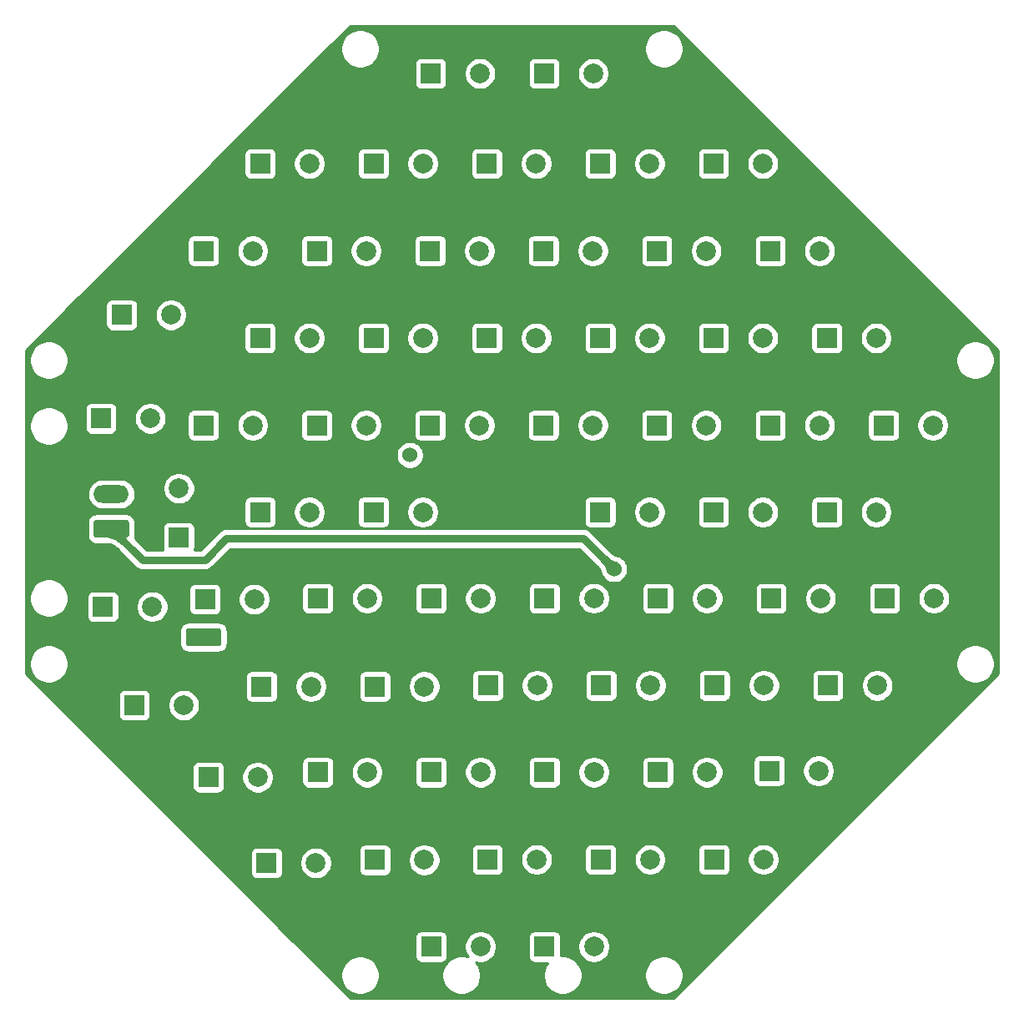
<source format=gbr>
%TF.GenerationSoftware,KiCad,Pcbnew,5.1.10*%
%TF.CreationDate,2021-07-04T18:04:24+02:00*%
%TF.ProjectId,test_10,74657374-5f31-4302-9e6b-696361645f70,0.1*%
%TF.SameCoordinates,Original*%
%TF.FileFunction,Copper,L2,Bot*%
%TF.FilePolarity,Positive*%
%FSLAX46Y46*%
G04 Gerber Fmt 4.6, Leading zero omitted, Abs format (unit mm)*
G04 Created by KiCad (PCBNEW 5.1.10) date 2021-07-04 18:04:24*
%MOMM*%
%LPD*%
G01*
G04 APERTURE LIST*
%TA.AperFunction,ComponentPad*%
%ADD10C,2.000000*%
%TD*%
%TA.AperFunction,ComponentPad*%
%ADD11R,2.000000X2.000000*%
%TD*%
%TA.AperFunction,ComponentPad*%
%ADD12C,1.524000*%
%TD*%
%TA.AperFunction,ComponentPad*%
%ADD13O,3.600000X1.800000*%
%TD*%
%TA.AperFunction,ViaPad*%
%ADD14C,0.800000*%
%TD*%
%TA.AperFunction,Conductor*%
%ADD15C,0.800000*%
%TD*%
%TA.AperFunction,Conductor*%
%ADD16C,0.254000*%
%TD*%
%TA.AperFunction,Conductor*%
%ADD17C,0.100000*%
%TD*%
%TA.AperFunction,Conductor*%
%ADD18C,0.025400*%
%TD*%
G04 APERTURE END LIST*
D10*
%TO.P,LS62,2*%
%TO.N,Net-(LS62-Pad2)*%
X363300000Y-240500000D03*
D11*
%TO.P,LS62,1*%
%TO.N,Net-(LS62-Pad1)*%
X358300000Y-240500000D03*
%TD*%
D10*
%TO.P,LS61,2*%
%TO.N,Net-(LS61-Pad2)*%
X408300000Y-294100000D03*
D11*
%TO.P,LS61,1*%
%TO.N,Net-(LS61-Pad1)*%
X403300000Y-294100000D03*
%TD*%
D10*
%TO.P,LS60,2*%
%TO.N,Net-(LS60-Pad2)*%
X396800000Y-294100000D03*
D11*
%TO.P,LS60,1*%
%TO.N,Net-(LS60-Pad1)*%
X391800000Y-294100000D03*
%TD*%
D12*
%TO.P,D1,1*%
%TO.N,Net-(D1-Pad1)*%
X410362593Y-255788495D03*
%TO.P,D1,2*%
%TO.N,Net-(D1-Pad2)*%
X389637407Y-244211505D03*
%TD*%
D13*
%TO.P,J2,2*%
%TO.N,Net-(D1-Pad2)*%
X359350000Y-248200000D03*
%TO.P,J2,1*%
%TO.N,Net-(D1-Pad1)*%
%TA.AperFunction,ComponentPad*%
G36*
G01*
X360900000Y-252600000D02*
X357800000Y-252600000D01*
G75*
G02*
X357550000Y-252350000I0J250000D01*
G01*
X357550000Y-251050000D01*
G75*
G02*
X357800000Y-250800000I250000J0D01*
G01*
X360900000Y-250800000D01*
G75*
G02*
X361150000Y-251050000I0J-250000D01*
G01*
X361150000Y-252350000D01*
G75*
G02*
X360900000Y-252600000I-250000J0D01*
G01*
G37*
%TD.AperFunction*%
%TD*%
D10*
%TO.P,LS59,2*%
%TO.N,Net-(LS59-Pad2)*%
X380100000Y-285600000D03*
D11*
%TO.P,LS59,1*%
%TO.N,Net-(LS59-Pad1)*%
X375100000Y-285600000D03*
%TD*%
D10*
%TO.P,LS58,2*%
%TO.N,Net-(LS58-Pad2)*%
X391100000Y-285300000D03*
D11*
%TO.P,LS58,1*%
%TO.N,Net-(LS58-Pad1)*%
X386100000Y-285300000D03*
%TD*%
D10*
%TO.P,LS32,2*%
%TO.N,Net-(LS32-Pad2)*%
X431300000Y-258750000D03*
D11*
%TO.P,LS32,1*%
%TO.N,Net-(LS32-Pad1)*%
X426300000Y-258750000D03*
%TD*%
D10*
%TO.P,LS56,2*%
%TO.N,Net-(LS56-Pad2)*%
X425550000Y-267600000D03*
D11*
%TO.P,LS56,1*%
%TO.N,Net-(LS56-Pad1)*%
X420550000Y-267600000D03*
%TD*%
D10*
%TO.P,LS57,2*%
%TO.N,Net-(LS57-Pad2)*%
X396800000Y-276400000D03*
D11*
%TO.P,LS57,1*%
%TO.N,Net-(LS57-Pad1)*%
X391800000Y-276400000D03*
%TD*%
D10*
%TO.P,LS55,2*%
%TO.N,Net-(LS55-Pad2)*%
X431200000Y-241200000D03*
D11*
%TO.P,LS55,1*%
%TO.N,Net-(LS55-Pad1)*%
X426200000Y-241200000D03*
%TD*%
D10*
%TO.P,LS54,2*%
%TO.N,Net-(LS54-Pad2)*%
X425450000Y-250000000D03*
D11*
%TO.P,LS54,1*%
%TO.N,Net-(LS54-Pad1)*%
X420450000Y-250000000D03*
%TD*%
D10*
%TO.P,LS53,2*%
%TO.N,Net-(LS53-Pad2)*%
X419800000Y-258750000D03*
D11*
%TO.P,LS53,1*%
%TO.N,Net-(LS53-Pad1)*%
X414800000Y-258750000D03*
%TD*%
D10*
%TO.P,LS52,2*%
%TO.N,Net-(LS52-Pad2)*%
X414050000Y-267600000D03*
D11*
%TO.P,LS52,1*%
%TO.N,Net-(LS52-Pad1)*%
X409050000Y-267600000D03*
%TD*%
D10*
%TO.P,LS51,2*%
%TO.N,Net-(LS51-Pad2)*%
X436950000Y-250000000D03*
D11*
%TO.P,LS51,1*%
%TO.N,Net-(LS51-Pad1)*%
X431950000Y-250000000D03*
%TD*%
D10*
%TO.P,LS50,2*%
%TO.N,Net-(LS50-Pad2)*%
X396750000Y-205500000D03*
D11*
%TO.P,LS50,1*%
%TO.N,Net-(LS50-Pad1)*%
X391750000Y-205500000D03*
%TD*%
D10*
%TO.P,LS49,2*%
%TO.N,Net-(LS49-Pad2)*%
X390950000Y-232350000D03*
D11*
%TO.P,LS49,1*%
%TO.N,Net-(LS49-Pad1)*%
X385950000Y-232350000D03*
%TD*%
D10*
%TO.P,LS48,2*%
%TO.N,Net-(LS48-Pad2)*%
X396700000Y-223500000D03*
D11*
%TO.P,LS48,1*%
%TO.N,Net-(LS48-Pad1)*%
X391700000Y-223500000D03*
%TD*%
D10*
%TO.P,LS47,2*%
%TO.N,Net-(LS47-Pad2)*%
X413950000Y-214650000D03*
D11*
%TO.P,LS47,1*%
%TO.N,Net-(LS47-Pad1)*%
X408950000Y-214650000D03*
%TD*%
D10*
%TO.P,LS46,2*%
%TO.N,Net-(LS46-Pad2)*%
X366700000Y-269600000D03*
D11*
%TO.P,LS46,1*%
%TO.N,Net-(LS46-Pad1)*%
X361700000Y-269600000D03*
%TD*%
D10*
%TO.P,LS45,2*%
%TO.N,Net-(LS45-Pad2)*%
X379450000Y-250000000D03*
D11*
%TO.P,LS45,1*%
%TO.N,Net-(LS45-Pad1)*%
X374450000Y-250000000D03*
%TD*%
D10*
%TO.P,LS44,2*%
%TO.N,Net-(LS44-Pad2)*%
X385200000Y-241200000D03*
D11*
%TO.P,LS44,1*%
%TO.N,Net-(LS44-Pad1)*%
X380200000Y-241200000D03*
%TD*%
D10*
%TO.P,LS43,2*%
%TO.N,Net-(LS43-Pad2)*%
X402450000Y-232350000D03*
D11*
%TO.P,LS43,1*%
%TO.N,Net-(LS43-Pad1)*%
X397450000Y-232350000D03*
%TD*%
D10*
%TO.P,LS42,2*%
%TO.N,Net-(LS42-Pad2)*%
X408200000Y-223500000D03*
D11*
%TO.P,LS42,1*%
%TO.N,Net-(LS42-Pad1)*%
X403200000Y-223500000D03*
%TD*%
D10*
%TO.P,LS41,2*%
%TO.N,Net-(LS41-Pad2)*%
X425450000Y-214650000D03*
D11*
%TO.P,LS41,1*%
%TO.N,Net-(LS41-Pad1)*%
X420450000Y-214650000D03*
%TD*%
D10*
%TO.P,LS19,2*%
%TO.N,Net-(LS19-Pad2)*%
X408200000Y-241200000D03*
D11*
%TO.P,LS19,1*%
%TO.N,Net-(LS19-Pad1)*%
X403200000Y-241200000D03*
%TD*%
D10*
%TO.P,LS10,2*%
%TO.N,Net-(LS10-Pad2)*%
X419800000Y-276400000D03*
D11*
%TO.P,LS10,1*%
%TO.N,Net-(LS10-Pad1)*%
X414800000Y-276400000D03*
%TD*%
D10*
%TO.P,LS38,2*%
%TO.N,Net-(LS38-Pad2)*%
X373850000Y-258850000D03*
D11*
%TO.P,LS38,1*%
%TO.N,Net-(LS38-Pad1)*%
X368850000Y-258850000D03*
%TD*%
D10*
%TO.P,LS37,2*%
%TO.N,Net-(LS37-Pad2)*%
X402500000Y-285250000D03*
D11*
%TO.P,LS37,1*%
%TO.N,Net-(LS37-Pad1)*%
X397500000Y-285250000D03*
%TD*%
D10*
%TO.P,LS31,2*%
%TO.N,Net-(LS31-Pad2)*%
X391100000Y-267700000D03*
D11*
%TO.P,LS31,1*%
%TO.N,Net-(LS31-Pad1)*%
X386100000Y-267700000D03*
%TD*%
D10*
%TO.P,LS40,2*%
%TO.N,Net-(LS40-Pad2)*%
X385300000Y-276400000D03*
D11*
%TO.P,LS40,1*%
%TO.N,Net-(LS40-Pad1)*%
X380300000Y-276400000D03*
%TD*%
D10*
%TO.P,LS39,2*%
%TO.N,Net-(LS39-Pad2)*%
X442700000Y-241200000D03*
D11*
%TO.P,LS39,1*%
%TO.N,Net-(LS39-Pad1)*%
X437700000Y-241200000D03*
%TD*%
D10*
%TO.P,LS36,2*%
%TO.N,Net-(LS36-Pad2)*%
X408300000Y-276400000D03*
D11*
%TO.P,LS36,1*%
%TO.N,Net-(LS36-Pad1)*%
X403300000Y-276400000D03*
%TD*%
D10*
%TO.P,LS35,2*%
%TO.N,Net-(LS35-Pad2)*%
X437050000Y-267600000D03*
D11*
%TO.P,LS35,1*%
%TO.N,Net-(LS35-Pad1)*%
X432050000Y-267600000D03*
%TD*%
D10*
%TO.P,LS34,2*%
%TO.N,Net-(LS34-Pad2)*%
X442800000Y-258750000D03*
D11*
%TO.P,LS34,1*%
%TO.N,Net-(LS34-Pad1)*%
X437800000Y-258750000D03*
%TD*%
D10*
%TO.P,LS33,2*%
%TO.N,Net-(LS33-Pad2)*%
X431100000Y-276250000D03*
D11*
%TO.P,LS33,1*%
%TO.N,Net-(LS33-Pad1)*%
X426100000Y-276250000D03*
%TD*%
D10*
%TO.P,LS20,2*%
%TO.N,Net-(LS20-Pad2)*%
X373700000Y-241200000D03*
D11*
%TO.P,LS20,1*%
%TO.N,Net-(LS20-Pad1)*%
X368700000Y-241200000D03*
%TD*%
D10*
%TO.P,LS18,2*%
%TO.N,Net-(LS18-Pad2)*%
X436950000Y-232350000D03*
D11*
%TO.P,LS18,1*%
%TO.N,Net-(LS18-Pad1)*%
X431950000Y-232350000D03*
%TD*%
D10*
%TO.P,LS17,2*%
%TO.N,Net-(LS17-Pad2)*%
X419700000Y-241200000D03*
D11*
%TO.P,LS17,1*%
%TO.N,Net-(LS17-Pad1)*%
X414700000Y-241200000D03*
%TD*%
D10*
%TO.P,LS16,2*%
%TO.N,Net-(LS16-Pad2)*%
X413950000Y-250000000D03*
D11*
%TO.P,LS16,1*%
%TO.N,Net-(LS16-Pad1)*%
X408950000Y-250000000D03*
%TD*%
D10*
%TO.P,LS15,2*%
%TO.N,Net-(LS15-Pad2)*%
X408300000Y-258750000D03*
D11*
%TO.P,LS15,1*%
%TO.N,Net-(LS15-Pad1)*%
X403300000Y-258750000D03*
%TD*%
D10*
%TO.P,LS14,2*%
%TO.N,Net-(LS14-Pad2)*%
X402550000Y-267600000D03*
D11*
%TO.P,LS14,1*%
%TO.N,Net-(LS14-Pad1)*%
X397550000Y-267600000D03*
%TD*%
D10*
%TO.P,LS13,2*%
%TO.N,Net-(LS13-Pad2)*%
X408250000Y-205500000D03*
D11*
%TO.P,LS13,1*%
%TO.N,Net-(LS13-Pad1)*%
X403250000Y-205500000D03*
%TD*%
D10*
%TO.P,LS12,2*%
%TO.N,Net-(LS12-Pad2)*%
X431200000Y-223500000D03*
D11*
%TO.P,LS12,1*%
%TO.N,Net-(LS12-Pad1)*%
X426200000Y-223500000D03*
%TD*%
D10*
%TO.P,LS11,2*%
%TO.N,Net-(LS11-Pad2)*%
X425450000Y-232350000D03*
D11*
%TO.P,LS11,1*%
%TO.N,Net-(LS11-Pad1)*%
X420450000Y-232350000D03*
%TD*%
D10*
%TO.P,LS30,2*%
%TO.N,Net-(LS30-Pad2)*%
X414000000Y-285250000D03*
D11*
%TO.P,LS30,1*%
%TO.N,Net-(LS30-Pad1)*%
X409000000Y-285250000D03*
%TD*%
D10*
%TO.P,LS29,2*%
%TO.N,Net-(LS29-Pad2)*%
X363500000Y-259600000D03*
D11*
%TO.P,LS29,1*%
%TO.N,Net-(LS29-Pad1)*%
X358500000Y-259600000D03*
%TD*%
D10*
%TO.P,LS28,2*%
%TO.N,Net-(LS28-Pad2)*%
X396800000Y-258750000D03*
D11*
%TO.P,LS28,1*%
%TO.N,Net-(LS28-Pad1)*%
X391800000Y-258750000D03*
%TD*%
D10*
%TO.P,LS27,2*%
%TO.N,Net-(LS27-Pad2)*%
X379600000Y-267700000D03*
D11*
%TO.P,LS27,1*%
%TO.N,Net-(LS27-Pad1)*%
X374600000Y-267700000D03*
%TD*%
D10*
%TO.P,LS26,2*%
%TO.N,Net-(LS26-Pad2)*%
X366200000Y-247600000D03*
D11*
%TO.P,LS26,1*%
%TO.N,Net-(LS26-Pad1)*%
X366200000Y-252600000D03*
%TD*%
D10*
%TO.P,LS25,2*%
%TO.N,Net-(LS25-Pad2)*%
X419700000Y-223500000D03*
D11*
%TO.P,LS25,1*%
%TO.N,Net-(LS25-Pad1)*%
X414700000Y-223500000D03*
%TD*%
D10*
%TO.P,LS24,2*%
%TO.N,Net-(LS24-Pad2)*%
X413950000Y-232350000D03*
D11*
%TO.P,LS24,1*%
%TO.N,Net-(LS24-Pad1)*%
X408950000Y-232350000D03*
%TD*%
D10*
%TO.P,LS23,2*%
%TO.N,Net-(LS23-Pad2)*%
X396700000Y-241200000D03*
D11*
%TO.P,LS23,1*%
%TO.N,Net-(LS23-Pad1)*%
X391700000Y-241200000D03*
%TD*%
D10*
%TO.P,LS22,2*%
%TO.N,Net-(LS22-Pad2)*%
X390950000Y-250000000D03*
D11*
%TO.P,LS22,1*%
%TO.N,Net-(LS22-Pad1)*%
X385950000Y-250000000D03*
%TD*%
D10*
%TO.P,LS21,2*%
%TO.N,Net-(LS21-Pad2)*%
X385300000Y-258750000D03*
D11*
%TO.P,LS21,1*%
%TO.N,Net-(LS21-Pad1)*%
X380300000Y-258750000D03*
%TD*%
D10*
%TO.P,LS9,2*%
%TO.N,Net-(LS9-Pad2)*%
X379450000Y-214650000D03*
D11*
%TO.P,LS9,1*%
%TO.N,Net-(LS9-Pad1)*%
X374450000Y-214650000D03*
%TD*%
D10*
%TO.P,LS8,2*%
%TO.N,Net-(LS8-Pad2)*%
X365400000Y-230000000D03*
D11*
%TO.P,LS8,1*%
%TO.N,Net-(LS8-Pad1)*%
X360400000Y-230000000D03*
%TD*%
D10*
%TO.P,LS7,2*%
%TO.N,Net-(LS7-Pad2)*%
X373700000Y-223500000D03*
D11*
%TO.P,LS7,1*%
%TO.N,Net-(LS7-Pad1)*%
X368700000Y-223500000D03*
%TD*%
D10*
%TO.P,LS6,2*%
%TO.N,Net-(LS6-Pad2)*%
X390950000Y-214650000D03*
D11*
%TO.P,LS6,1*%
%TO.N,Net-(LS6-Pad1)*%
X385950000Y-214650000D03*
%TD*%
D10*
%TO.P,LS5,2*%
%TO.N,Net-(LS5-Pad2)*%
X425500000Y-285250000D03*
D11*
%TO.P,LS5,1*%
%TO.N,Net-(LS5-Pad1)*%
X420500000Y-285250000D03*
%TD*%
D10*
%TO.P,LS4,2*%
%TO.N,Net-(LS4-Pad2)*%
X379450000Y-232350000D03*
D11*
%TO.P,LS4,1*%
%TO.N,Net-(LS4-Pad1)*%
X374450000Y-232350000D03*
%TD*%
D10*
%TO.P,LS3,2*%
%TO.N,Net-(LS3-Pad2)*%
X385200000Y-223500000D03*
D11*
%TO.P,LS3,1*%
%TO.N,Net-(LS3-Pad1)*%
X380200000Y-223500000D03*
%TD*%
D10*
%TO.P,LS2,2*%
%TO.N,Net-(LS2-Pad2)*%
X402450000Y-214650000D03*
D11*
%TO.P,LS2,1*%
%TO.N,Net-(LS2-Pad1)*%
X397450000Y-214650000D03*
%TD*%
D10*
%TO.P,LS1,2*%
%TO.N,Net-(LS1-Pad2)*%
X374200000Y-276900000D03*
D11*
%TO.P,LS1,1*%
%TO.N,Net-(LS1-Pad1)*%
X369200000Y-276900000D03*
%TD*%
D13*
%TO.P,J1,2*%
%TO.N,Net-(J1-Pad2)*%
X368700000Y-266200000D03*
%TO.P,J1,1*%
%TO.N,Net-(J1-Pad1)*%
%TA.AperFunction,ComponentPad*%
G36*
G01*
X367150000Y-261800000D02*
X370250000Y-261800000D01*
G75*
G02*
X370500000Y-262050000I0J-250000D01*
G01*
X370500000Y-263350000D01*
G75*
G02*
X370250000Y-263600000I-250000J0D01*
G01*
X367150000Y-263600000D01*
G75*
G02*
X366900000Y-263350000I0J250000D01*
G01*
X366900000Y-262050000D01*
G75*
G02*
X367150000Y-261800000I250000J0D01*
G01*
G37*
%TD.AperFunction*%
%TD*%
D14*
%TO.N,Net-(J1-Pad2)*%
X394900000Y-291600000D03*
X406400000Y-291600000D03*
X361300000Y-237900000D03*
X377500000Y-212100000D03*
X406300000Y-202800000D03*
X394800000Y-202800000D03*
X400500000Y-212100000D03*
X389000000Y-212100000D03*
X412000000Y-212100000D03*
X423500000Y-212100000D03*
X435000000Y-230000000D03*
X429200000Y-221000000D03*
X417700000Y-221000000D03*
X423500000Y-230000000D03*
X412000000Y-230000000D03*
X371700000Y-221100000D03*
X383200000Y-221100000D03*
X394700000Y-221100000D03*
X406300000Y-221100000D03*
X400500000Y-230000000D03*
X389000000Y-230000000D03*
X363500000Y-227600000D03*
X377500000Y-230000000D03*
X429200000Y-238800000D03*
X440700000Y-238800000D03*
X406200000Y-238800000D03*
X417700000Y-238800000D03*
X394700000Y-238800000D03*
X371700000Y-238800000D03*
X361600000Y-257000000D03*
X406400000Y-256100000D03*
X394900000Y-256100000D03*
X400600000Y-265100000D03*
X389200000Y-265100000D03*
X377600000Y-265300000D03*
X364800000Y-267100000D03*
X372200000Y-274400000D03*
X383400000Y-273900000D03*
X378100000Y-283100000D03*
X389100000Y-283000000D03*
X394800000Y-273900000D03*
X400700000Y-283000000D03*
X412000000Y-283000000D03*
X423500000Y-282900000D03*
X406300000Y-273900000D03*
X412100000Y-265100000D03*
X417800000Y-273800000D03*
X429100000Y-273800000D03*
X423600000Y-265100000D03*
X435100000Y-265100000D03*
X417900000Y-256200000D03*
X429400000Y-256200000D03*
X440800000Y-256200000D03*
X435000000Y-247400000D03*
X423500000Y-247400000D03*
X412000000Y-247400000D03*
X371900000Y-256100000D03*
X383400000Y-256100000D03*
X389000000Y-247400000D03*
X377500000Y-247400000D03*
X363600000Y-249550000D03*
X383005837Y-238994163D03*
%TD*%
D15*
%TO.N,Net-(D1-Pad1)*%
X410362593Y-255788495D02*
X407274098Y-252700000D01*
X407274098Y-252700000D02*
X371000000Y-252700000D01*
X371000000Y-252700000D02*
X368850000Y-254850000D01*
X362500000Y-254850000D02*
X359350000Y-251700000D01*
X368850000Y-254850000D02*
X362500000Y-254850000D01*
%TD*%
D16*
%TO.N,Net-(J1-Pad2)*%
X449340000Y-233602959D02*
X449340001Y-266397037D01*
X416397039Y-299340000D01*
X383602962Y-299340000D01*
X381067457Y-296804495D01*
X382615000Y-296804495D01*
X382615000Y-297195505D01*
X382691282Y-297579003D01*
X382840915Y-297940250D01*
X383058149Y-298265364D01*
X383334636Y-298541851D01*
X383659750Y-298759085D01*
X384020997Y-298908718D01*
X384404495Y-298985000D01*
X384795505Y-298985000D01*
X385179003Y-298908718D01*
X385540250Y-298759085D01*
X385865364Y-298541851D01*
X386141851Y-298265364D01*
X386359085Y-297940250D01*
X386508718Y-297579003D01*
X386585000Y-297195505D01*
X386585000Y-296804495D01*
X392881666Y-296804495D01*
X392881666Y-297195505D01*
X392957948Y-297579003D01*
X393107581Y-297940250D01*
X393324815Y-298265364D01*
X393601302Y-298541851D01*
X393926416Y-298759085D01*
X394287663Y-298908718D01*
X394671161Y-298985000D01*
X395062171Y-298985000D01*
X395445669Y-298908718D01*
X395806916Y-298759085D01*
X396132030Y-298541851D01*
X396408517Y-298265364D01*
X396625751Y-297940250D01*
X396775384Y-297579003D01*
X396851666Y-297195505D01*
X396851666Y-296804495D01*
X396775384Y-296420997D01*
X396625751Y-296059750D01*
X396408517Y-295734636D01*
X396351750Y-295677869D01*
X396638967Y-295735000D01*
X396961033Y-295735000D01*
X397276912Y-295672168D01*
X397574463Y-295548918D01*
X397842252Y-295369987D01*
X398069987Y-295142252D01*
X398248918Y-294874463D01*
X398372168Y-294576912D01*
X398435000Y-294261033D01*
X398435000Y-293938967D01*
X398372168Y-293623088D01*
X398248918Y-293325537D01*
X398098219Y-293100000D01*
X401661928Y-293100000D01*
X401661928Y-295100000D01*
X401674188Y-295224482D01*
X401710498Y-295344180D01*
X401769463Y-295454494D01*
X401848815Y-295551185D01*
X401945506Y-295630537D01*
X402055820Y-295689502D01*
X402175518Y-295725812D01*
X402300000Y-295738072D01*
X403589185Y-295738072D01*
X403374247Y-296059750D01*
X403224614Y-296420997D01*
X403148332Y-296804495D01*
X403148332Y-297195505D01*
X403224614Y-297579003D01*
X403374247Y-297940250D01*
X403591481Y-298265364D01*
X403867968Y-298541851D01*
X404193082Y-298759085D01*
X404554329Y-298908718D01*
X404937827Y-298985000D01*
X405328837Y-298985000D01*
X405712335Y-298908718D01*
X406073582Y-298759085D01*
X406398696Y-298541851D01*
X406675183Y-298265364D01*
X406892417Y-297940250D01*
X407042050Y-297579003D01*
X407118332Y-297195505D01*
X407118332Y-296804495D01*
X413415000Y-296804495D01*
X413415000Y-297195505D01*
X413491282Y-297579003D01*
X413640915Y-297940250D01*
X413858149Y-298265364D01*
X414134636Y-298541851D01*
X414459750Y-298759085D01*
X414820997Y-298908718D01*
X415204495Y-298985000D01*
X415595505Y-298985000D01*
X415979003Y-298908718D01*
X416340250Y-298759085D01*
X416665364Y-298541851D01*
X416941851Y-298265364D01*
X417159085Y-297940250D01*
X417308718Y-297579003D01*
X417385000Y-297195505D01*
X417385000Y-296804495D01*
X417308718Y-296420997D01*
X417159085Y-296059750D01*
X416941851Y-295734636D01*
X416665364Y-295458149D01*
X416340250Y-295240915D01*
X415979003Y-295091282D01*
X415595505Y-295015000D01*
X415204495Y-295015000D01*
X414820997Y-295091282D01*
X414459750Y-295240915D01*
X414134636Y-295458149D01*
X413858149Y-295734636D01*
X413640915Y-296059750D01*
X413491282Y-296420997D01*
X413415000Y-296804495D01*
X407118332Y-296804495D01*
X407042050Y-296420997D01*
X406892417Y-296059750D01*
X406675183Y-295734636D01*
X406398696Y-295458149D01*
X406073582Y-295240915D01*
X405712335Y-295091282D01*
X405328837Y-295015000D01*
X404938072Y-295015000D01*
X404938072Y-293938967D01*
X406665000Y-293938967D01*
X406665000Y-294261033D01*
X406727832Y-294576912D01*
X406851082Y-294874463D01*
X407030013Y-295142252D01*
X407257748Y-295369987D01*
X407525537Y-295548918D01*
X407823088Y-295672168D01*
X408138967Y-295735000D01*
X408461033Y-295735000D01*
X408776912Y-295672168D01*
X409074463Y-295548918D01*
X409342252Y-295369987D01*
X409569987Y-295142252D01*
X409748918Y-294874463D01*
X409872168Y-294576912D01*
X409935000Y-294261033D01*
X409935000Y-293938967D01*
X409872168Y-293623088D01*
X409748918Y-293325537D01*
X409569987Y-293057748D01*
X409342252Y-292830013D01*
X409074463Y-292651082D01*
X408776912Y-292527832D01*
X408461033Y-292465000D01*
X408138967Y-292465000D01*
X407823088Y-292527832D01*
X407525537Y-292651082D01*
X407257748Y-292830013D01*
X407030013Y-293057748D01*
X406851082Y-293325537D01*
X406727832Y-293623088D01*
X406665000Y-293938967D01*
X404938072Y-293938967D01*
X404938072Y-293100000D01*
X404925812Y-292975518D01*
X404889502Y-292855820D01*
X404830537Y-292745506D01*
X404751185Y-292648815D01*
X404654494Y-292569463D01*
X404544180Y-292510498D01*
X404424482Y-292474188D01*
X404300000Y-292461928D01*
X402300000Y-292461928D01*
X402175518Y-292474188D01*
X402055820Y-292510498D01*
X401945506Y-292569463D01*
X401848815Y-292648815D01*
X401769463Y-292745506D01*
X401710498Y-292855820D01*
X401674188Y-292975518D01*
X401661928Y-293100000D01*
X398098219Y-293100000D01*
X398069987Y-293057748D01*
X397842252Y-292830013D01*
X397574463Y-292651082D01*
X397276912Y-292527832D01*
X396961033Y-292465000D01*
X396638967Y-292465000D01*
X396323088Y-292527832D01*
X396025537Y-292651082D01*
X395757748Y-292830013D01*
X395530013Y-293057748D01*
X395351082Y-293325537D01*
X395227832Y-293623088D01*
X395165000Y-293938967D01*
X395165000Y-294261033D01*
X395227832Y-294576912D01*
X395351082Y-294874463D01*
X395515200Y-295120083D01*
X395445669Y-295091282D01*
X395062171Y-295015000D01*
X394671161Y-295015000D01*
X394287663Y-295091282D01*
X393926416Y-295240915D01*
X393601302Y-295458149D01*
X393324815Y-295734636D01*
X393107581Y-296059750D01*
X392957948Y-296420997D01*
X392881666Y-296804495D01*
X386585000Y-296804495D01*
X386508718Y-296420997D01*
X386359085Y-296059750D01*
X386141851Y-295734636D01*
X385865364Y-295458149D01*
X385540250Y-295240915D01*
X385179003Y-295091282D01*
X384795505Y-295015000D01*
X384404495Y-295015000D01*
X384020997Y-295091282D01*
X383659750Y-295240915D01*
X383334636Y-295458149D01*
X383058149Y-295734636D01*
X382840915Y-296059750D01*
X382691282Y-296420997D01*
X382615000Y-296804495D01*
X381067457Y-296804495D01*
X377362962Y-293100000D01*
X390161928Y-293100000D01*
X390161928Y-295100000D01*
X390174188Y-295224482D01*
X390210498Y-295344180D01*
X390269463Y-295454494D01*
X390348815Y-295551185D01*
X390445506Y-295630537D01*
X390555820Y-295689502D01*
X390675518Y-295725812D01*
X390800000Y-295738072D01*
X392800000Y-295738072D01*
X392924482Y-295725812D01*
X393044180Y-295689502D01*
X393154494Y-295630537D01*
X393251185Y-295551185D01*
X393330537Y-295454494D01*
X393389502Y-295344180D01*
X393425812Y-295224482D01*
X393438072Y-295100000D01*
X393438072Y-293100000D01*
X393425812Y-292975518D01*
X393389502Y-292855820D01*
X393330537Y-292745506D01*
X393251185Y-292648815D01*
X393154494Y-292569463D01*
X393044180Y-292510498D01*
X392924482Y-292474188D01*
X392800000Y-292461928D01*
X390800000Y-292461928D01*
X390675518Y-292474188D01*
X390555820Y-292510498D01*
X390445506Y-292569463D01*
X390348815Y-292648815D01*
X390269463Y-292745506D01*
X390210498Y-292855820D01*
X390174188Y-292975518D01*
X390161928Y-293100000D01*
X377362962Y-293100000D01*
X368862962Y-284600000D01*
X373461928Y-284600000D01*
X373461928Y-286600000D01*
X373474188Y-286724482D01*
X373510498Y-286844180D01*
X373569463Y-286954494D01*
X373648815Y-287051185D01*
X373745506Y-287130537D01*
X373855820Y-287189502D01*
X373975518Y-287225812D01*
X374100000Y-287238072D01*
X376100000Y-287238072D01*
X376224482Y-287225812D01*
X376344180Y-287189502D01*
X376454494Y-287130537D01*
X376551185Y-287051185D01*
X376630537Y-286954494D01*
X376689502Y-286844180D01*
X376725812Y-286724482D01*
X376738072Y-286600000D01*
X376738072Y-285438967D01*
X378465000Y-285438967D01*
X378465000Y-285761033D01*
X378527832Y-286076912D01*
X378651082Y-286374463D01*
X378830013Y-286642252D01*
X379057748Y-286869987D01*
X379325537Y-287048918D01*
X379623088Y-287172168D01*
X379938967Y-287235000D01*
X380261033Y-287235000D01*
X380576912Y-287172168D01*
X380874463Y-287048918D01*
X381142252Y-286869987D01*
X381369987Y-286642252D01*
X381548918Y-286374463D01*
X381672168Y-286076912D01*
X381735000Y-285761033D01*
X381735000Y-285438967D01*
X381672168Y-285123088D01*
X381548918Y-284825537D01*
X381369987Y-284557748D01*
X381142252Y-284330013D01*
X381097335Y-284300000D01*
X384461928Y-284300000D01*
X384461928Y-286300000D01*
X384474188Y-286424482D01*
X384510498Y-286544180D01*
X384569463Y-286654494D01*
X384648815Y-286751185D01*
X384745506Y-286830537D01*
X384855820Y-286889502D01*
X384975518Y-286925812D01*
X385100000Y-286938072D01*
X387100000Y-286938072D01*
X387224482Y-286925812D01*
X387344180Y-286889502D01*
X387454494Y-286830537D01*
X387551185Y-286751185D01*
X387630537Y-286654494D01*
X387689502Y-286544180D01*
X387725812Y-286424482D01*
X387738072Y-286300000D01*
X387738072Y-285138967D01*
X389465000Y-285138967D01*
X389465000Y-285461033D01*
X389527832Y-285776912D01*
X389651082Y-286074463D01*
X389830013Y-286342252D01*
X390057748Y-286569987D01*
X390325537Y-286748918D01*
X390623088Y-286872168D01*
X390938967Y-286935000D01*
X391261033Y-286935000D01*
X391576912Y-286872168D01*
X391874463Y-286748918D01*
X392142252Y-286569987D01*
X392369987Y-286342252D01*
X392548918Y-286074463D01*
X392672168Y-285776912D01*
X392735000Y-285461033D01*
X392735000Y-285138967D01*
X392672168Y-284823088D01*
X392548918Y-284525537D01*
X392369987Y-284257748D01*
X392362239Y-284250000D01*
X395861928Y-284250000D01*
X395861928Y-286250000D01*
X395874188Y-286374482D01*
X395910498Y-286494180D01*
X395969463Y-286604494D01*
X396048815Y-286701185D01*
X396145506Y-286780537D01*
X396255820Y-286839502D01*
X396375518Y-286875812D01*
X396500000Y-286888072D01*
X398500000Y-286888072D01*
X398624482Y-286875812D01*
X398744180Y-286839502D01*
X398854494Y-286780537D01*
X398951185Y-286701185D01*
X399030537Y-286604494D01*
X399089502Y-286494180D01*
X399125812Y-286374482D01*
X399138072Y-286250000D01*
X399138072Y-285088967D01*
X400865000Y-285088967D01*
X400865000Y-285411033D01*
X400927832Y-285726912D01*
X401051082Y-286024463D01*
X401230013Y-286292252D01*
X401457748Y-286519987D01*
X401725537Y-286698918D01*
X402023088Y-286822168D01*
X402338967Y-286885000D01*
X402661033Y-286885000D01*
X402976912Y-286822168D01*
X403274463Y-286698918D01*
X403542252Y-286519987D01*
X403769987Y-286292252D01*
X403948918Y-286024463D01*
X404072168Y-285726912D01*
X404135000Y-285411033D01*
X404135000Y-285088967D01*
X404072168Y-284773088D01*
X403948918Y-284475537D01*
X403798219Y-284250000D01*
X407361928Y-284250000D01*
X407361928Y-286250000D01*
X407374188Y-286374482D01*
X407410498Y-286494180D01*
X407469463Y-286604494D01*
X407548815Y-286701185D01*
X407645506Y-286780537D01*
X407755820Y-286839502D01*
X407875518Y-286875812D01*
X408000000Y-286888072D01*
X410000000Y-286888072D01*
X410124482Y-286875812D01*
X410244180Y-286839502D01*
X410354494Y-286780537D01*
X410451185Y-286701185D01*
X410530537Y-286604494D01*
X410589502Y-286494180D01*
X410625812Y-286374482D01*
X410638072Y-286250000D01*
X410638072Y-285088967D01*
X412365000Y-285088967D01*
X412365000Y-285411033D01*
X412427832Y-285726912D01*
X412551082Y-286024463D01*
X412730013Y-286292252D01*
X412957748Y-286519987D01*
X413225537Y-286698918D01*
X413523088Y-286822168D01*
X413838967Y-286885000D01*
X414161033Y-286885000D01*
X414476912Y-286822168D01*
X414774463Y-286698918D01*
X415042252Y-286519987D01*
X415269987Y-286292252D01*
X415448918Y-286024463D01*
X415572168Y-285726912D01*
X415635000Y-285411033D01*
X415635000Y-285088967D01*
X415572168Y-284773088D01*
X415448918Y-284475537D01*
X415298219Y-284250000D01*
X418861928Y-284250000D01*
X418861928Y-286250000D01*
X418874188Y-286374482D01*
X418910498Y-286494180D01*
X418969463Y-286604494D01*
X419048815Y-286701185D01*
X419145506Y-286780537D01*
X419255820Y-286839502D01*
X419375518Y-286875812D01*
X419500000Y-286888072D01*
X421500000Y-286888072D01*
X421624482Y-286875812D01*
X421744180Y-286839502D01*
X421854494Y-286780537D01*
X421951185Y-286701185D01*
X422030537Y-286604494D01*
X422089502Y-286494180D01*
X422125812Y-286374482D01*
X422138072Y-286250000D01*
X422138072Y-285088967D01*
X423865000Y-285088967D01*
X423865000Y-285411033D01*
X423927832Y-285726912D01*
X424051082Y-286024463D01*
X424230013Y-286292252D01*
X424457748Y-286519987D01*
X424725537Y-286698918D01*
X425023088Y-286822168D01*
X425338967Y-286885000D01*
X425661033Y-286885000D01*
X425976912Y-286822168D01*
X426274463Y-286698918D01*
X426542252Y-286519987D01*
X426769987Y-286292252D01*
X426948918Y-286024463D01*
X427072168Y-285726912D01*
X427135000Y-285411033D01*
X427135000Y-285088967D01*
X427072168Y-284773088D01*
X426948918Y-284475537D01*
X426769987Y-284207748D01*
X426542252Y-283980013D01*
X426274463Y-283801082D01*
X425976912Y-283677832D01*
X425661033Y-283615000D01*
X425338967Y-283615000D01*
X425023088Y-283677832D01*
X424725537Y-283801082D01*
X424457748Y-283980013D01*
X424230013Y-284207748D01*
X424051082Y-284475537D01*
X423927832Y-284773088D01*
X423865000Y-285088967D01*
X422138072Y-285088967D01*
X422138072Y-284250000D01*
X422125812Y-284125518D01*
X422089502Y-284005820D01*
X422030537Y-283895506D01*
X421951185Y-283798815D01*
X421854494Y-283719463D01*
X421744180Y-283660498D01*
X421624482Y-283624188D01*
X421500000Y-283611928D01*
X419500000Y-283611928D01*
X419375518Y-283624188D01*
X419255820Y-283660498D01*
X419145506Y-283719463D01*
X419048815Y-283798815D01*
X418969463Y-283895506D01*
X418910498Y-284005820D01*
X418874188Y-284125518D01*
X418861928Y-284250000D01*
X415298219Y-284250000D01*
X415269987Y-284207748D01*
X415042252Y-283980013D01*
X414774463Y-283801082D01*
X414476912Y-283677832D01*
X414161033Y-283615000D01*
X413838967Y-283615000D01*
X413523088Y-283677832D01*
X413225537Y-283801082D01*
X412957748Y-283980013D01*
X412730013Y-284207748D01*
X412551082Y-284475537D01*
X412427832Y-284773088D01*
X412365000Y-285088967D01*
X410638072Y-285088967D01*
X410638072Y-284250000D01*
X410625812Y-284125518D01*
X410589502Y-284005820D01*
X410530537Y-283895506D01*
X410451185Y-283798815D01*
X410354494Y-283719463D01*
X410244180Y-283660498D01*
X410124482Y-283624188D01*
X410000000Y-283611928D01*
X408000000Y-283611928D01*
X407875518Y-283624188D01*
X407755820Y-283660498D01*
X407645506Y-283719463D01*
X407548815Y-283798815D01*
X407469463Y-283895506D01*
X407410498Y-284005820D01*
X407374188Y-284125518D01*
X407361928Y-284250000D01*
X403798219Y-284250000D01*
X403769987Y-284207748D01*
X403542252Y-283980013D01*
X403274463Y-283801082D01*
X402976912Y-283677832D01*
X402661033Y-283615000D01*
X402338967Y-283615000D01*
X402023088Y-283677832D01*
X401725537Y-283801082D01*
X401457748Y-283980013D01*
X401230013Y-284207748D01*
X401051082Y-284475537D01*
X400927832Y-284773088D01*
X400865000Y-285088967D01*
X399138072Y-285088967D01*
X399138072Y-284250000D01*
X399125812Y-284125518D01*
X399089502Y-284005820D01*
X399030537Y-283895506D01*
X398951185Y-283798815D01*
X398854494Y-283719463D01*
X398744180Y-283660498D01*
X398624482Y-283624188D01*
X398500000Y-283611928D01*
X396500000Y-283611928D01*
X396375518Y-283624188D01*
X396255820Y-283660498D01*
X396145506Y-283719463D01*
X396048815Y-283798815D01*
X395969463Y-283895506D01*
X395910498Y-284005820D01*
X395874188Y-284125518D01*
X395861928Y-284250000D01*
X392362239Y-284250000D01*
X392142252Y-284030013D01*
X391874463Y-283851082D01*
X391576912Y-283727832D01*
X391261033Y-283665000D01*
X390938967Y-283665000D01*
X390623088Y-283727832D01*
X390325537Y-283851082D01*
X390057748Y-284030013D01*
X389830013Y-284257748D01*
X389651082Y-284525537D01*
X389527832Y-284823088D01*
X389465000Y-285138967D01*
X387738072Y-285138967D01*
X387738072Y-284300000D01*
X387725812Y-284175518D01*
X387689502Y-284055820D01*
X387630537Y-283945506D01*
X387551185Y-283848815D01*
X387454494Y-283769463D01*
X387344180Y-283710498D01*
X387224482Y-283674188D01*
X387100000Y-283661928D01*
X385100000Y-283661928D01*
X384975518Y-283674188D01*
X384855820Y-283710498D01*
X384745506Y-283769463D01*
X384648815Y-283848815D01*
X384569463Y-283945506D01*
X384510498Y-284055820D01*
X384474188Y-284175518D01*
X384461928Y-284300000D01*
X381097335Y-284300000D01*
X380874463Y-284151082D01*
X380576912Y-284027832D01*
X380261033Y-283965000D01*
X379938967Y-283965000D01*
X379623088Y-284027832D01*
X379325537Y-284151082D01*
X379057748Y-284330013D01*
X378830013Y-284557748D01*
X378651082Y-284825537D01*
X378527832Y-285123088D01*
X378465000Y-285438967D01*
X376738072Y-285438967D01*
X376738072Y-284600000D01*
X376725812Y-284475518D01*
X376689502Y-284355820D01*
X376630537Y-284245506D01*
X376551185Y-284148815D01*
X376454494Y-284069463D01*
X376344180Y-284010498D01*
X376224482Y-283974188D01*
X376100000Y-283961928D01*
X374100000Y-283961928D01*
X373975518Y-283974188D01*
X373855820Y-284010498D01*
X373745506Y-284069463D01*
X373648815Y-284148815D01*
X373569463Y-284245506D01*
X373510498Y-284355820D01*
X373474188Y-284475518D01*
X373461928Y-284600000D01*
X368862962Y-284600000D01*
X360162962Y-275900000D01*
X367561928Y-275900000D01*
X367561928Y-277900000D01*
X367574188Y-278024482D01*
X367610498Y-278144180D01*
X367669463Y-278254494D01*
X367748815Y-278351185D01*
X367845506Y-278430537D01*
X367955820Y-278489502D01*
X368075518Y-278525812D01*
X368200000Y-278538072D01*
X370200000Y-278538072D01*
X370324482Y-278525812D01*
X370444180Y-278489502D01*
X370554494Y-278430537D01*
X370651185Y-278351185D01*
X370730537Y-278254494D01*
X370789502Y-278144180D01*
X370825812Y-278024482D01*
X370838072Y-277900000D01*
X370838072Y-276738967D01*
X372565000Y-276738967D01*
X372565000Y-277061033D01*
X372627832Y-277376912D01*
X372751082Y-277674463D01*
X372930013Y-277942252D01*
X373157748Y-278169987D01*
X373425537Y-278348918D01*
X373723088Y-278472168D01*
X374038967Y-278535000D01*
X374361033Y-278535000D01*
X374676912Y-278472168D01*
X374974463Y-278348918D01*
X375242252Y-278169987D01*
X375469987Y-277942252D01*
X375648918Y-277674463D01*
X375772168Y-277376912D01*
X375835000Y-277061033D01*
X375835000Y-276738967D01*
X375772168Y-276423088D01*
X375648918Y-276125537D01*
X375469987Y-275857748D01*
X375242252Y-275630013D01*
X374974463Y-275451082D01*
X374851141Y-275400000D01*
X378661928Y-275400000D01*
X378661928Y-277400000D01*
X378674188Y-277524482D01*
X378710498Y-277644180D01*
X378769463Y-277754494D01*
X378848815Y-277851185D01*
X378945506Y-277930537D01*
X379055820Y-277989502D01*
X379175518Y-278025812D01*
X379300000Y-278038072D01*
X381300000Y-278038072D01*
X381424482Y-278025812D01*
X381544180Y-277989502D01*
X381654494Y-277930537D01*
X381751185Y-277851185D01*
X381830537Y-277754494D01*
X381889502Y-277644180D01*
X381925812Y-277524482D01*
X381938072Y-277400000D01*
X381938072Y-276238967D01*
X383665000Y-276238967D01*
X383665000Y-276561033D01*
X383727832Y-276876912D01*
X383851082Y-277174463D01*
X384030013Y-277442252D01*
X384257748Y-277669987D01*
X384525537Y-277848918D01*
X384823088Y-277972168D01*
X385138967Y-278035000D01*
X385461033Y-278035000D01*
X385776912Y-277972168D01*
X386074463Y-277848918D01*
X386342252Y-277669987D01*
X386569987Y-277442252D01*
X386748918Y-277174463D01*
X386872168Y-276876912D01*
X386935000Y-276561033D01*
X386935000Y-276238967D01*
X386872168Y-275923088D01*
X386748918Y-275625537D01*
X386598219Y-275400000D01*
X390161928Y-275400000D01*
X390161928Y-277400000D01*
X390174188Y-277524482D01*
X390210498Y-277644180D01*
X390269463Y-277754494D01*
X390348815Y-277851185D01*
X390445506Y-277930537D01*
X390555820Y-277989502D01*
X390675518Y-278025812D01*
X390800000Y-278038072D01*
X392800000Y-278038072D01*
X392924482Y-278025812D01*
X393044180Y-277989502D01*
X393154494Y-277930537D01*
X393251185Y-277851185D01*
X393330537Y-277754494D01*
X393389502Y-277644180D01*
X393425812Y-277524482D01*
X393438072Y-277400000D01*
X393438072Y-276238967D01*
X395165000Y-276238967D01*
X395165000Y-276561033D01*
X395227832Y-276876912D01*
X395351082Y-277174463D01*
X395530013Y-277442252D01*
X395757748Y-277669987D01*
X396025537Y-277848918D01*
X396323088Y-277972168D01*
X396638967Y-278035000D01*
X396961033Y-278035000D01*
X397276912Y-277972168D01*
X397574463Y-277848918D01*
X397842252Y-277669987D01*
X398069987Y-277442252D01*
X398248918Y-277174463D01*
X398372168Y-276876912D01*
X398435000Y-276561033D01*
X398435000Y-276238967D01*
X398372168Y-275923088D01*
X398248918Y-275625537D01*
X398098219Y-275400000D01*
X401661928Y-275400000D01*
X401661928Y-277400000D01*
X401674188Y-277524482D01*
X401710498Y-277644180D01*
X401769463Y-277754494D01*
X401848815Y-277851185D01*
X401945506Y-277930537D01*
X402055820Y-277989502D01*
X402175518Y-278025812D01*
X402300000Y-278038072D01*
X404300000Y-278038072D01*
X404424482Y-278025812D01*
X404544180Y-277989502D01*
X404654494Y-277930537D01*
X404751185Y-277851185D01*
X404830537Y-277754494D01*
X404889502Y-277644180D01*
X404925812Y-277524482D01*
X404938072Y-277400000D01*
X404938072Y-276238967D01*
X406665000Y-276238967D01*
X406665000Y-276561033D01*
X406727832Y-276876912D01*
X406851082Y-277174463D01*
X407030013Y-277442252D01*
X407257748Y-277669987D01*
X407525537Y-277848918D01*
X407823088Y-277972168D01*
X408138967Y-278035000D01*
X408461033Y-278035000D01*
X408776912Y-277972168D01*
X409074463Y-277848918D01*
X409342252Y-277669987D01*
X409569987Y-277442252D01*
X409748918Y-277174463D01*
X409872168Y-276876912D01*
X409935000Y-276561033D01*
X409935000Y-276238967D01*
X409872168Y-275923088D01*
X409748918Y-275625537D01*
X409598219Y-275400000D01*
X413161928Y-275400000D01*
X413161928Y-277400000D01*
X413174188Y-277524482D01*
X413210498Y-277644180D01*
X413269463Y-277754494D01*
X413348815Y-277851185D01*
X413445506Y-277930537D01*
X413555820Y-277989502D01*
X413675518Y-278025812D01*
X413800000Y-278038072D01*
X415800000Y-278038072D01*
X415924482Y-278025812D01*
X416044180Y-277989502D01*
X416154494Y-277930537D01*
X416251185Y-277851185D01*
X416330537Y-277754494D01*
X416389502Y-277644180D01*
X416425812Y-277524482D01*
X416438072Y-277400000D01*
X416438072Y-276238967D01*
X418165000Y-276238967D01*
X418165000Y-276561033D01*
X418227832Y-276876912D01*
X418351082Y-277174463D01*
X418530013Y-277442252D01*
X418757748Y-277669987D01*
X419025537Y-277848918D01*
X419323088Y-277972168D01*
X419638967Y-278035000D01*
X419961033Y-278035000D01*
X420276912Y-277972168D01*
X420574463Y-277848918D01*
X420842252Y-277669987D01*
X421069987Y-277442252D01*
X421248918Y-277174463D01*
X421372168Y-276876912D01*
X421435000Y-276561033D01*
X421435000Y-276238967D01*
X421372168Y-275923088D01*
X421248918Y-275625537D01*
X421069987Y-275357748D01*
X420962239Y-275250000D01*
X424461928Y-275250000D01*
X424461928Y-277250000D01*
X424474188Y-277374482D01*
X424510498Y-277494180D01*
X424569463Y-277604494D01*
X424648815Y-277701185D01*
X424745506Y-277780537D01*
X424855820Y-277839502D01*
X424975518Y-277875812D01*
X425100000Y-277888072D01*
X427100000Y-277888072D01*
X427224482Y-277875812D01*
X427344180Y-277839502D01*
X427454494Y-277780537D01*
X427551185Y-277701185D01*
X427630537Y-277604494D01*
X427689502Y-277494180D01*
X427725812Y-277374482D01*
X427738072Y-277250000D01*
X427738072Y-276088967D01*
X429465000Y-276088967D01*
X429465000Y-276411033D01*
X429527832Y-276726912D01*
X429651082Y-277024463D01*
X429830013Y-277292252D01*
X430057748Y-277519987D01*
X430325537Y-277698918D01*
X430623088Y-277822168D01*
X430938967Y-277885000D01*
X431261033Y-277885000D01*
X431576912Y-277822168D01*
X431874463Y-277698918D01*
X432142252Y-277519987D01*
X432369987Y-277292252D01*
X432548918Y-277024463D01*
X432672168Y-276726912D01*
X432735000Y-276411033D01*
X432735000Y-276088967D01*
X432672168Y-275773088D01*
X432548918Y-275475537D01*
X432369987Y-275207748D01*
X432142252Y-274980013D01*
X431874463Y-274801082D01*
X431576912Y-274677832D01*
X431261033Y-274615000D01*
X430938967Y-274615000D01*
X430623088Y-274677832D01*
X430325537Y-274801082D01*
X430057748Y-274980013D01*
X429830013Y-275207748D01*
X429651082Y-275475537D01*
X429527832Y-275773088D01*
X429465000Y-276088967D01*
X427738072Y-276088967D01*
X427738072Y-275250000D01*
X427725812Y-275125518D01*
X427689502Y-275005820D01*
X427630537Y-274895506D01*
X427551185Y-274798815D01*
X427454494Y-274719463D01*
X427344180Y-274660498D01*
X427224482Y-274624188D01*
X427100000Y-274611928D01*
X425100000Y-274611928D01*
X424975518Y-274624188D01*
X424855820Y-274660498D01*
X424745506Y-274719463D01*
X424648815Y-274798815D01*
X424569463Y-274895506D01*
X424510498Y-275005820D01*
X424474188Y-275125518D01*
X424461928Y-275250000D01*
X420962239Y-275250000D01*
X420842252Y-275130013D01*
X420574463Y-274951082D01*
X420276912Y-274827832D01*
X419961033Y-274765000D01*
X419638967Y-274765000D01*
X419323088Y-274827832D01*
X419025537Y-274951082D01*
X418757748Y-275130013D01*
X418530013Y-275357748D01*
X418351082Y-275625537D01*
X418227832Y-275923088D01*
X418165000Y-276238967D01*
X416438072Y-276238967D01*
X416438072Y-275400000D01*
X416425812Y-275275518D01*
X416389502Y-275155820D01*
X416330537Y-275045506D01*
X416251185Y-274948815D01*
X416154494Y-274869463D01*
X416044180Y-274810498D01*
X415924482Y-274774188D01*
X415800000Y-274761928D01*
X413800000Y-274761928D01*
X413675518Y-274774188D01*
X413555820Y-274810498D01*
X413445506Y-274869463D01*
X413348815Y-274948815D01*
X413269463Y-275045506D01*
X413210498Y-275155820D01*
X413174188Y-275275518D01*
X413161928Y-275400000D01*
X409598219Y-275400000D01*
X409569987Y-275357748D01*
X409342252Y-275130013D01*
X409074463Y-274951082D01*
X408776912Y-274827832D01*
X408461033Y-274765000D01*
X408138967Y-274765000D01*
X407823088Y-274827832D01*
X407525537Y-274951082D01*
X407257748Y-275130013D01*
X407030013Y-275357748D01*
X406851082Y-275625537D01*
X406727832Y-275923088D01*
X406665000Y-276238967D01*
X404938072Y-276238967D01*
X404938072Y-275400000D01*
X404925812Y-275275518D01*
X404889502Y-275155820D01*
X404830537Y-275045506D01*
X404751185Y-274948815D01*
X404654494Y-274869463D01*
X404544180Y-274810498D01*
X404424482Y-274774188D01*
X404300000Y-274761928D01*
X402300000Y-274761928D01*
X402175518Y-274774188D01*
X402055820Y-274810498D01*
X401945506Y-274869463D01*
X401848815Y-274948815D01*
X401769463Y-275045506D01*
X401710498Y-275155820D01*
X401674188Y-275275518D01*
X401661928Y-275400000D01*
X398098219Y-275400000D01*
X398069987Y-275357748D01*
X397842252Y-275130013D01*
X397574463Y-274951082D01*
X397276912Y-274827832D01*
X396961033Y-274765000D01*
X396638967Y-274765000D01*
X396323088Y-274827832D01*
X396025537Y-274951082D01*
X395757748Y-275130013D01*
X395530013Y-275357748D01*
X395351082Y-275625537D01*
X395227832Y-275923088D01*
X395165000Y-276238967D01*
X393438072Y-276238967D01*
X393438072Y-275400000D01*
X393425812Y-275275518D01*
X393389502Y-275155820D01*
X393330537Y-275045506D01*
X393251185Y-274948815D01*
X393154494Y-274869463D01*
X393044180Y-274810498D01*
X392924482Y-274774188D01*
X392800000Y-274761928D01*
X390800000Y-274761928D01*
X390675518Y-274774188D01*
X390555820Y-274810498D01*
X390445506Y-274869463D01*
X390348815Y-274948815D01*
X390269463Y-275045506D01*
X390210498Y-275155820D01*
X390174188Y-275275518D01*
X390161928Y-275400000D01*
X386598219Y-275400000D01*
X386569987Y-275357748D01*
X386342252Y-275130013D01*
X386074463Y-274951082D01*
X385776912Y-274827832D01*
X385461033Y-274765000D01*
X385138967Y-274765000D01*
X384823088Y-274827832D01*
X384525537Y-274951082D01*
X384257748Y-275130013D01*
X384030013Y-275357748D01*
X383851082Y-275625537D01*
X383727832Y-275923088D01*
X383665000Y-276238967D01*
X381938072Y-276238967D01*
X381938072Y-275400000D01*
X381925812Y-275275518D01*
X381889502Y-275155820D01*
X381830537Y-275045506D01*
X381751185Y-274948815D01*
X381654494Y-274869463D01*
X381544180Y-274810498D01*
X381424482Y-274774188D01*
X381300000Y-274761928D01*
X379300000Y-274761928D01*
X379175518Y-274774188D01*
X379055820Y-274810498D01*
X378945506Y-274869463D01*
X378848815Y-274948815D01*
X378769463Y-275045506D01*
X378710498Y-275155820D01*
X378674188Y-275275518D01*
X378661928Y-275400000D01*
X374851141Y-275400000D01*
X374676912Y-275327832D01*
X374361033Y-275265000D01*
X374038967Y-275265000D01*
X373723088Y-275327832D01*
X373425537Y-275451082D01*
X373157748Y-275630013D01*
X372930013Y-275857748D01*
X372751082Y-276125537D01*
X372627832Y-276423088D01*
X372565000Y-276738967D01*
X370838072Y-276738967D01*
X370838072Y-275900000D01*
X370825812Y-275775518D01*
X370789502Y-275655820D01*
X370730537Y-275545506D01*
X370651185Y-275448815D01*
X370554494Y-275369463D01*
X370444180Y-275310498D01*
X370324482Y-275274188D01*
X370200000Y-275261928D01*
X368200000Y-275261928D01*
X368075518Y-275274188D01*
X367955820Y-275310498D01*
X367845506Y-275369463D01*
X367748815Y-275448815D01*
X367669463Y-275545506D01*
X367610498Y-275655820D01*
X367574188Y-275775518D01*
X367561928Y-275900000D01*
X360162962Y-275900000D01*
X352862962Y-268600000D01*
X360061928Y-268600000D01*
X360061928Y-270600000D01*
X360074188Y-270724482D01*
X360110498Y-270844180D01*
X360169463Y-270954494D01*
X360248815Y-271051185D01*
X360345506Y-271130537D01*
X360455820Y-271189502D01*
X360575518Y-271225812D01*
X360700000Y-271238072D01*
X362700000Y-271238072D01*
X362824482Y-271225812D01*
X362944180Y-271189502D01*
X363054494Y-271130537D01*
X363151185Y-271051185D01*
X363230537Y-270954494D01*
X363289502Y-270844180D01*
X363325812Y-270724482D01*
X363338072Y-270600000D01*
X363338072Y-269438967D01*
X365065000Y-269438967D01*
X365065000Y-269761033D01*
X365127832Y-270076912D01*
X365251082Y-270374463D01*
X365430013Y-270642252D01*
X365657748Y-270869987D01*
X365925537Y-271048918D01*
X366223088Y-271172168D01*
X366538967Y-271235000D01*
X366861033Y-271235000D01*
X367176912Y-271172168D01*
X367474463Y-271048918D01*
X367742252Y-270869987D01*
X367969987Y-270642252D01*
X368148918Y-270374463D01*
X368272168Y-270076912D01*
X368335000Y-269761033D01*
X368335000Y-269438967D01*
X368272168Y-269123088D01*
X368148918Y-268825537D01*
X367969987Y-268557748D01*
X367742252Y-268330013D01*
X367474463Y-268151082D01*
X367176912Y-268027832D01*
X366861033Y-267965000D01*
X366538967Y-267965000D01*
X366223088Y-268027832D01*
X365925537Y-268151082D01*
X365657748Y-268330013D01*
X365430013Y-268557748D01*
X365251082Y-268825537D01*
X365127832Y-269123088D01*
X365065000Y-269438967D01*
X363338072Y-269438967D01*
X363338072Y-268600000D01*
X363325812Y-268475518D01*
X363289502Y-268355820D01*
X363230537Y-268245506D01*
X363151185Y-268148815D01*
X363054494Y-268069463D01*
X362944180Y-268010498D01*
X362824482Y-267974188D01*
X362700000Y-267961928D01*
X360700000Y-267961928D01*
X360575518Y-267974188D01*
X360455820Y-268010498D01*
X360345506Y-268069463D01*
X360248815Y-268148815D01*
X360169463Y-268245506D01*
X360110498Y-268355820D01*
X360074188Y-268475518D01*
X360061928Y-268600000D01*
X352862962Y-268600000D01*
X350660000Y-266397039D01*
X350660000Y-265204495D01*
X351015000Y-265204495D01*
X351015000Y-265595505D01*
X351091282Y-265979003D01*
X351240915Y-266340250D01*
X351458149Y-266665364D01*
X351734636Y-266941851D01*
X352059750Y-267159085D01*
X352420997Y-267308718D01*
X352804495Y-267385000D01*
X353195505Y-267385000D01*
X353579003Y-267308718D01*
X353940250Y-267159085D01*
X354265364Y-266941851D01*
X354507215Y-266700000D01*
X372961928Y-266700000D01*
X372961928Y-268700000D01*
X372974188Y-268824482D01*
X373010498Y-268944180D01*
X373069463Y-269054494D01*
X373148815Y-269151185D01*
X373245506Y-269230537D01*
X373355820Y-269289502D01*
X373475518Y-269325812D01*
X373600000Y-269338072D01*
X375600000Y-269338072D01*
X375724482Y-269325812D01*
X375844180Y-269289502D01*
X375954494Y-269230537D01*
X376051185Y-269151185D01*
X376130537Y-269054494D01*
X376189502Y-268944180D01*
X376225812Y-268824482D01*
X376238072Y-268700000D01*
X376238072Y-267538967D01*
X377965000Y-267538967D01*
X377965000Y-267861033D01*
X378027832Y-268176912D01*
X378151082Y-268474463D01*
X378330013Y-268742252D01*
X378557748Y-268969987D01*
X378825537Y-269148918D01*
X379123088Y-269272168D01*
X379438967Y-269335000D01*
X379761033Y-269335000D01*
X380076912Y-269272168D01*
X380374463Y-269148918D01*
X380642252Y-268969987D01*
X380869987Y-268742252D01*
X381048918Y-268474463D01*
X381172168Y-268176912D01*
X381235000Y-267861033D01*
X381235000Y-267538967D01*
X381172168Y-267223088D01*
X381048918Y-266925537D01*
X380898219Y-266700000D01*
X384461928Y-266700000D01*
X384461928Y-268700000D01*
X384474188Y-268824482D01*
X384510498Y-268944180D01*
X384569463Y-269054494D01*
X384648815Y-269151185D01*
X384745506Y-269230537D01*
X384855820Y-269289502D01*
X384975518Y-269325812D01*
X385100000Y-269338072D01*
X387100000Y-269338072D01*
X387224482Y-269325812D01*
X387344180Y-269289502D01*
X387454494Y-269230537D01*
X387551185Y-269151185D01*
X387630537Y-269054494D01*
X387689502Y-268944180D01*
X387725812Y-268824482D01*
X387738072Y-268700000D01*
X387738072Y-267538967D01*
X389465000Y-267538967D01*
X389465000Y-267861033D01*
X389527832Y-268176912D01*
X389651082Y-268474463D01*
X389830013Y-268742252D01*
X390057748Y-268969987D01*
X390325537Y-269148918D01*
X390623088Y-269272168D01*
X390938967Y-269335000D01*
X391261033Y-269335000D01*
X391576912Y-269272168D01*
X391874463Y-269148918D01*
X392142252Y-268969987D01*
X392369987Y-268742252D01*
X392548918Y-268474463D01*
X392672168Y-268176912D01*
X392735000Y-267861033D01*
X392735000Y-267538967D01*
X392672168Y-267223088D01*
X392548918Y-266925537D01*
X392369987Y-266657748D01*
X392312239Y-266600000D01*
X395911928Y-266600000D01*
X395911928Y-268600000D01*
X395924188Y-268724482D01*
X395960498Y-268844180D01*
X396019463Y-268954494D01*
X396098815Y-269051185D01*
X396195506Y-269130537D01*
X396305820Y-269189502D01*
X396425518Y-269225812D01*
X396550000Y-269238072D01*
X398550000Y-269238072D01*
X398674482Y-269225812D01*
X398794180Y-269189502D01*
X398904494Y-269130537D01*
X399001185Y-269051185D01*
X399080537Y-268954494D01*
X399139502Y-268844180D01*
X399175812Y-268724482D01*
X399188072Y-268600000D01*
X399188072Y-267438967D01*
X400915000Y-267438967D01*
X400915000Y-267761033D01*
X400977832Y-268076912D01*
X401101082Y-268374463D01*
X401280013Y-268642252D01*
X401507748Y-268869987D01*
X401775537Y-269048918D01*
X402073088Y-269172168D01*
X402388967Y-269235000D01*
X402711033Y-269235000D01*
X403026912Y-269172168D01*
X403324463Y-269048918D01*
X403592252Y-268869987D01*
X403819987Y-268642252D01*
X403998918Y-268374463D01*
X404122168Y-268076912D01*
X404185000Y-267761033D01*
X404185000Y-267438967D01*
X404122168Y-267123088D01*
X403998918Y-266825537D01*
X403848219Y-266600000D01*
X407411928Y-266600000D01*
X407411928Y-268600000D01*
X407424188Y-268724482D01*
X407460498Y-268844180D01*
X407519463Y-268954494D01*
X407598815Y-269051185D01*
X407695506Y-269130537D01*
X407805820Y-269189502D01*
X407925518Y-269225812D01*
X408050000Y-269238072D01*
X410050000Y-269238072D01*
X410174482Y-269225812D01*
X410294180Y-269189502D01*
X410404494Y-269130537D01*
X410501185Y-269051185D01*
X410580537Y-268954494D01*
X410639502Y-268844180D01*
X410675812Y-268724482D01*
X410688072Y-268600000D01*
X410688072Y-267438967D01*
X412415000Y-267438967D01*
X412415000Y-267761033D01*
X412477832Y-268076912D01*
X412601082Y-268374463D01*
X412780013Y-268642252D01*
X413007748Y-268869987D01*
X413275537Y-269048918D01*
X413573088Y-269172168D01*
X413888967Y-269235000D01*
X414211033Y-269235000D01*
X414526912Y-269172168D01*
X414824463Y-269048918D01*
X415092252Y-268869987D01*
X415319987Y-268642252D01*
X415498918Y-268374463D01*
X415622168Y-268076912D01*
X415685000Y-267761033D01*
X415685000Y-267438967D01*
X415622168Y-267123088D01*
X415498918Y-266825537D01*
X415348219Y-266600000D01*
X418911928Y-266600000D01*
X418911928Y-268600000D01*
X418924188Y-268724482D01*
X418960498Y-268844180D01*
X419019463Y-268954494D01*
X419098815Y-269051185D01*
X419195506Y-269130537D01*
X419305820Y-269189502D01*
X419425518Y-269225812D01*
X419550000Y-269238072D01*
X421550000Y-269238072D01*
X421674482Y-269225812D01*
X421794180Y-269189502D01*
X421904494Y-269130537D01*
X422001185Y-269051185D01*
X422080537Y-268954494D01*
X422139502Y-268844180D01*
X422175812Y-268724482D01*
X422188072Y-268600000D01*
X422188072Y-267438967D01*
X423915000Y-267438967D01*
X423915000Y-267761033D01*
X423977832Y-268076912D01*
X424101082Y-268374463D01*
X424280013Y-268642252D01*
X424507748Y-268869987D01*
X424775537Y-269048918D01*
X425073088Y-269172168D01*
X425388967Y-269235000D01*
X425711033Y-269235000D01*
X426026912Y-269172168D01*
X426324463Y-269048918D01*
X426592252Y-268869987D01*
X426819987Y-268642252D01*
X426998918Y-268374463D01*
X427122168Y-268076912D01*
X427185000Y-267761033D01*
X427185000Y-267438967D01*
X427122168Y-267123088D01*
X426998918Y-266825537D01*
X426848219Y-266600000D01*
X430411928Y-266600000D01*
X430411928Y-268600000D01*
X430424188Y-268724482D01*
X430460498Y-268844180D01*
X430519463Y-268954494D01*
X430598815Y-269051185D01*
X430695506Y-269130537D01*
X430805820Y-269189502D01*
X430925518Y-269225812D01*
X431050000Y-269238072D01*
X433050000Y-269238072D01*
X433174482Y-269225812D01*
X433294180Y-269189502D01*
X433404494Y-269130537D01*
X433501185Y-269051185D01*
X433580537Y-268954494D01*
X433639502Y-268844180D01*
X433675812Y-268724482D01*
X433688072Y-268600000D01*
X433688072Y-267438967D01*
X435415000Y-267438967D01*
X435415000Y-267761033D01*
X435477832Y-268076912D01*
X435601082Y-268374463D01*
X435780013Y-268642252D01*
X436007748Y-268869987D01*
X436275537Y-269048918D01*
X436573088Y-269172168D01*
X436888967Y-269235000D01*
X437211033Y-269235000D01*
X437526912Y-269172168D01*
X437824463Y-269048918D01*
X438092252Y-268869987D01*
X438319987Y-268642252D01*
X438498918Y-268374463D01*
X438622168Y-268076912D01*
X438685000Y-267761033D01*
X438685000Y-267438967D01*
X438622168Y-267123088D01*
X438498918Y-266825537D01*
X438319987Y-266557748D01*
X438092252Y-266330013D01*
X437824463Y-266151082D01*
X437526912Y-266027832D01*
X437211033Y-265965000D01*
X436888967Y-265965000D01*
X436573088Y-266027832D01*
X436275537Y-266151082D01*
X436007748Y-266330013D01*
X435780013Y-266557748D01*
X435601082Y-266825537D01*
X435477832Y-267123088D01*
X435415000Y-267438967D01*
X433688072Y-267438967D01*
X433688072Y-266600000D01*
X433675812Y-266475518D01*
X433639502Y-266355820D01*
X433580537Y-266245506D01*
X433501185Y-266148815D01*
X433404494Y-266069463D01*
X433294180Y-266010498D01*
X433174482Y-265974188D01*
X433050000Y-265961928D01*
X431050000Y-265961928D01*
X430925518Y-265974188D01*
X430805820Y-266010498D01*
X430695506Y-266069463D01*
X430598815Y-266148815D01*
X430519463Y-266245506D01*
X430460498Y-266355820D01*
X430424188Y-266475518D01*
X430411928Y-266600000D01*
X426848219Y-266600000D01*
X426819987Y-266557748D01*
X426592252Y-266330013D01*
X426324463Y-266151082D01*
X426026912Y-266027832D01*
X425711033Y-265965000D01*
X425388967Y-265965000D01*
X425073088Y-266027832D01*
X424775537Y-266151082D01*
X424507748Y-266330013D01*
X424280013Y-266557748D01*
X424101082Y-266825537D01*
X423977832Y-267123088D01*
X423915000Y-267438967D01*
X422188072Y-267438967D01*
X422188072Y-266600000D01*
X422175812Y-266475518D01*
X422139502Y-266355820D01*
X422080537Y-266245506D01*
X422001185Y-266148815D01*
X421904494Y-266069463D01*
X421794180Y-266010498D01*
X421674482Y-265974188D01*
X421550000Y-265961928D01*
X419550000Y-265961928D01*
X419425518Y-265974188D01*
X419305820Y-266010498D01*
X419195506Y-266069463D01*
X419098815Y-266148815D01*
X419019463Y-266245506D01*
X418960498Y-266355820D01*
X418924188Y-266475518D01*
X418911928Y-266600000D01*
X415348219Y-266600000D01*
X415319987Y-266557748D01*
X415092252Y-266330013D01*
X414824463Y-266151082D01*
X414526912Y-266027832D01*
X414211033Y-265965000D01*
X413888967Y-265965000D01*
X413573088Y-266027832D01*
X413275537Y-266151082D01*
X413007748Y-266330013D01*
X412780013Y-266557748D01*
X412601082Y-266825537D01*
X412477832Y-267123088D01*
X412415000Y-267438967D01*
X410688072Y-267438967D01*
X410688072Y-266600000D01*
X410675812Y-266475518D01*
X410639502Y-266355820D01*
X410580537Y-266245506D01*
X410501185Y-266148815D01*
X410404494Y-266069463D01*
X410294180Y-266010498D01*
X410174482Y-265974188D01*
X410050000Y-265961928D01*
X408050000Y-265961928D01*
X407925518Y-265974188D01*
X407805820Y-266010498D01*
X407695506Y-266069463D01*
X407598815Y-266148815D01*
X407519463Y-266245506D01*
X407460498Y-266355820D01*
X407424188Y-266475518D01*
X407411928Y-266600000D01*
X403848219Y-266600000D01*
X403819987Y-266557748D01*
X403592252Y-266330013D01*
X403324463Y-266151082D01*
X403026912Y-266027832D01*
X402711033Y-265965000D01*
X402388967Y-265965000D01*
X402073088Y-266027832D01*
X401775537Y-266151082D01*
X401507748Y-266330013D01*
X401280013Y-266557748D01*
X401101082Y-266825537D01*
X400977832Y-267123088D01*
X400915000Y-267438967D01*
X399188072Y-267438967D01*
X399188072Y-266600000D01*
X399175812Y-266475518D01*
X399139502Y-266355820D01*
X399080537Y-266245506D01*
X399001185Y-266148815D01*
X398904494Y-266069463D01*
X398794180Y-266010498D01*
X398674482Y-265974188D01*
X398550000Y-265961928D01*
X396550000Y-265961928D01*
X396425518Y-265974188D01*
X396305820Y-266010498D01*
X396195506Y-266069463D01*
X396098815Y-266148815D01*
X396019463Y-266245506D01*
X395960498Y-266355820D01*
X395924188Y-266475518D01*
X395911928Y-266600000D01*
X392312239Y-266600000D01*
X392142252Y-266430013D01*
X391874463Y-266251082D01*
X391576912Y-266127832D01*
X391261033Y-266065000D01*
X390938967Y-266065000D01*
X390623088Y-266127832D01*
X390325537Y-266251082D01*
X390057748Y-266430013D01*
X389830013Y-266657748D01*
X389651082Y-266925537D01*
X389527832Y-267223088D01*
X389465000Y-267538967D01*
X387738072Y-267538967D01*
X387738072Y-266700000D01*
X387725812Y-266575518D01*
X387689502Y-266455820D01*
X387630537Y-266345506D01*
X387551185Y-266248815D01*
X387454494Y-266169463D01*
X387344180Y-266110498D01*
X387224482Y-266074188D01*
X387100000Y-266061928D01*
X385100000Y-266061928D01*
X384975518Y-266074188D01*
X384855820Y-266110498D01*
X384745506Y-266169463D01*
X384648815Y-266248815D01*
X384569463Y-266345506D01*
X384510498Y-266455820D01*
X384474188Y-266575518D01*
X384461928Y-266700000D01*
X380898219Y-266700000D01*
X380869987Y-266657748D01*
X380642252Y-266430013D01*
X380374463Y-266251082D01*
X380076912Y-266127832D01*
X379761033Y-266065000D01*
X379438967Y-266065000D01*
X379123088Y-266127832D01*
X378825537Y-266251082D01*
X378557748Y-266430013D01*
X378330013Y-266657748D01*
X378151082Y-266925537D01*
X378027832Y-267223088D01*
X377965000Y-267538967D01*
X376238072Y-267538967D01*
X376238072Y-266700000D01*
X376225812Y-266575518D01*
X376189502Y-266455820D01*
X376130537Y-266345506D01*
X376051185Y-266248815D01*
X375954494Y-266169463D01*
X375844180Y-266110498D01*
X375724482Y-266074188D01*
X375600000Y-266061928D01*
X373600000Y-266061928D01*
X373475518Y-266074188D01*
X373355820Y-266110498D01*
X373245506Y-266169463D01*
X373148815Y-266248815D01*
X373069463Y-266345506D01*
X373010498Y-266455820D01*
X372974188Y-266575518D01*
X372961928Y-266700000D01*
X354507215Y-266700000D01*
X354541851Y-266665364D01*
X354759085Y-266340250D01*
X354908718Y-265979003D01*
X354985000Y-265595505D01*
X354985000Y-265204495D01*
X445015000Y-265204495D01*
X445015000Y-265595505D01*
X445091282Y-265979003D01*
X445240915Y-266340250D01*
X445458149Y-266665364D01*
X445734636Y-266941851D01*
X446059750Y-267159085D01*
X446420997Y-267308718D01*
X446804495Y-267385000D01*
X447195505Y-267385000D01*
X447579003Y-267308718D01*
X447940250Y-267159085D01*
X448265364Y-266941851D01*
X448541851Y-266665364D01*
X448759085Y-266340250D01*
X448908718Y-265979003D01*
X448985000Y-265595505D01*
X448985000Y-265204495D01*
X448908718Y-264820997D01*
X448759085Y-264459750D01*
X448541851Y-264134636D01*
X448265364Y-263858149D01*
X447940250Y-263640915D01*
X447579003Y-263491282D01*
X447195505Y-263415000D01*
X446804495Y-263415000D01*
X446420997Y-263491282D01*
X446059750Y-263640915D01*
X445734636Y-263858149D01*
X445458149Y-264134636D01*
X445240915Y-264459750D01*
X445091282Y-264820997D01*
X445015000Y-265204495D01*
X354985000Y-265204495D01*
X354908718Y-264820997D01*
X354759085Y-264459750D01*
X354541851Y-264134636D01*
X354265364Y-263858149D01*
X353940250Y-263640915D01*
X353579003Y-263491282D01*
X353195505Y-263415000D01*
X352804495Y-263415000D01*
X352420997Y-263491282D01*
X352059750Y-263640915D01*
X351734636Y-263858149D01*
X351458149Y-264134636D01*
X351240915Y-264459750D01*
X351091282Y-264820997D01*
X351015000Y-265204495D01*
X350660000Y-265204495D01*
X350660000Y-262050000D01*
X366261928Y-262050000D01*
X366261928Y-263350000D01*
X366278992Y-263523254D01*
X366329528Y-263689850D01*
X366411595Y-263843386D01*
X366522038Y-263977962D01*
X366656614Y-264088405D01*
X366810150Y-264170472D01*
X366976746Y-264221008D01*
X367150000Y-264238072D01*
X370250000Y-264238072D01*
X370423254Y-264221008D01*
X370589850Y-264170472D01*
X370743386Y-264088405D01*
X370877962Y-263977962D01*
X370988405Y-263843386D01*
X371070472Y-263689850D01*
X371121008Y-263523254D01*
X371138072Y-263350000D01*
X371138072Y-262050000D01*
X371121008Y-261876746D01*
X371070472Y-261710150D01*
X370988405Y-261556614D01*
X370877962Y-261422038D01*
X370743386Y-261311595D01*
X370589850Y-261229528D01*
X370423254Y-261178992D01*
X370250000Y-261161928D01*
X367150000Y-261161928D01*
X366976746Y-261178992D01*
X366810150Y-261229528D01*
X366656614Y-261311595D01*
X366522038Y-261422038D01*
X366411595Y-261556614D01*
X366329528Y-261710150D01*
X366278992Y-261876746D01*
X366261928Y-262050000D01*
X350660000Y-262050000D01*
X350660000Y-258540745D01*
X351015000Y-258540745D01*
X351015000Y-258931755D01*
X351091282Y-259315253D01*
X351240915Y-259676500D01*
X351458149Y-260001614D01*
X351734636Y-260278101D01*
X352059750Y-260495335D01*
X352420997Y-260644968D01*
X352804495Y-260721250D01*
X353195505Y-260721250D01*
X353579003Y-260644968D01*
X353940250Y-260495335D01*
X354265364Y-260278101D01*
X354541851Y-260001614D01*
X354759085Y-259676500D01*
X354908718Y-259315253D01*
X354985000Y-258931755D01*
X354985000Y-258600000D01*
X356861928Y-258600000D01*
X356861928Y-260600000D01*
X356874188Y-260724482D01*
X356910498Y-260844180D01*
X356969463Y-260954494D01*
X357048815Y-261051185D01*
X357145506Y-261130537D01*
X357255820Y-261189502D01*
X357375518Y-261225812D01*
X357500000Y-261238072D01*
X359500000Y-261238072D01*
X359624482Y-261225812D01*
X359744180Y-261189502D01*
X359854494Y-261130537D01*
X359951185Y-261051185D01*
X360030537Y-260954494D01*
X360089502Y-260844180D01*
X360125812Y-260724482D01*
X360138072Y-260600000D01*
X360138072Y-259438967D01*
X361865000Y-259438967D01*
X361865000Y-259761033D01*
X361927832Y-260076912D01*
X362051082Y-260374463D01*
X362230013Y-260642252D01*
X362457748Y-260869987D01*
X362725537Y-261048918D01*
X363023088Y-261172168D01*
X363338967Y-261235000D01*
X363661033Y-261235000D01*
X363976912Y-261172168D01*
X364274463Y-261048918D01*
X364542252Y-260869987D01*
X364769987Y-260642252D01*
X364948918Y-260374463D01*
X365072168Y-260076912D01*
X365135000Y-259761033D01*
X365135000Y-259438967D01*
X365072168Y-259123088D01*
X364948918Y-258825537D01*
X364769987Y-258557748D01*
X364542252Y-258330013D01*
X364274463Y-258151082D01*
X363976912Y-258027832D01*
X363661033Y-257965000D01*
X363338967Y-257965000D01*
X363023088Y-258027832D01*
X362725537Y-258151082D01*
X362457748Y-258330013D01*
X362230013Y-258557748D01*
X362051082Y-258825537D01*
X361927832Y-259123088D01*
X361865000Y-259438967D01*
X360138072Y-259438967D01*
X360138072Y-258600000D01*
X360125812Y-258475518D01*
X360089502Y-258355820D01*
X360030537Y-258245506D01*
X359951185Y-258148815D01*
X359854494Y-258069463D01*
X359744180Y-258010498D01*
X359624482Y-257974188D01*
X359500000Y-257961928D01*
X357500000Y-257961928D01*
X357375518Y-257974188D01*
X357255820Y-258010498D01*
X357145506Y-258069463D01*
X357048815Y-258148815D01*
X356969463Y-258245506D01*
X356910498Y-258355820D01*
X356874188Y-258475518D01*
X356861928Y-258600000D01*
X354985000Y-258600000D01*
X354985000Y-258540745D01*
X354908718Y-258157247D01*
X354781453Y-257850000D01*
X367211928Y-257850000D01*
X367211928Y-259850000D01*
X367224188Y-259974482D01*
X367260498Y-260094180D01*
X367319463Y-260204494D01*
X367398815Y-260301185D01*
X367495506Y-260380537D01*
X367605820Y-260439502D01*
X367725518Y-260475812D01*
X367850000Y-260488072D01*
X369850000Y-260488072D01*
X369974482Y-260475812D01*
X370094180Y-260439502D01*
X370204494Y-260380537D01*
X370301185Y-260301185D01*
X370380537Y-260204494D01*
X370439502Y-260094180D01*
X370475812Y-259974482D01*
X370488072Y-259850000D01*
X370488072Y-258688967D01*
X372215000Y-258688967D01*
X372215000Y-259011033D01*
X372277832Y-259326912D01*
X372401082Y-259624463D01*
X372580013Y-259892252D01*
X372807748Y-260119987D01*
X373075537Y-260298918D01*
X373373088Y-260422168D01*
X373688967Y-260485000D01*
X374011033Y-260485000D01*
X374326912Y-260422168D01*
X374624463Y-260298918D01*
X374892252Y-260119987D01*
X375119987Y-259892252D01*
X375298918Y-259624463D01*
X375422168Y-259326912D01*
X375485000Y-259011033D01*
X375485000Y-258688967D01*
X375422168Y-258373088D01*
X375298918Y-258075537D01*
X375119987Y-257807748D01*
X375062239Y-257750000D01*
X378661928Y-257750000D01*
X378661928Y-259750000D01*
X378674188Y-259874482D01*
X378710498Y-259994180D01*
X378769463Y-260104494D01*
X378848815Y-260201185D01*
X378945506Y-260280537D01*
X379055820Y-260339502D01*
X379175518Y-260375812D01*
X379300000Y-260388072D01*
X381300000Y-260388072D01*
X381424482Y-260375812D01*
X381544180Y-260339502D01*
X381654494Y-260280537D01*
X381751185Y-260201185D01*
X381830537Y-260104494D01*
X381889502Y-259994180D01*
X381925812Y-259874482D01*
X381938072Y-259750000D01*
X381938072Y-258588967D01*
X383665000Y-258588967D01*
X383665000Y-258911033D01*
X383727832Y-259226912D01*
X383851082Y-259524463D01*
X384030013Y-259792252D01*
X384257748Y-260019987D01*
X384525537Y-260198918D01*
X384823088Y-260322168D01*
X385138967Y-260385000D01*
X385461033Y-260385000D01*
X385776912Y-260322168D01*
X386074463Y-260198918D01*
X386342252Y-260019987D01*
X386569987Y-259792252D01*
X386748918Y-259524463D01*
X386872168Y-259226912D01*
X386935000Y-258911033D01*
X386935000Y-258588967D01*
X386872168Y-258273088D01*
X386748918Y-257975537D01*
X386598219Y-257750000D01*
X390161928Y-257750000D01*
X390161928Y-259750000D01*
X390174188Y-259874482D01*
X390210498Y-259994180D01*
X390269463Y-260104494D01*
X390348815Y-260201185D01*
X390445506Y-260280537D01*
X390555820Y-260339502D01*
X390675518Y-260375812D01*
X390800000Y-260388072D01*
X392800000Y-260388072D01*
X392924482Y-260375812D01*
X393044180Y-260339502D01*
X393154494Y-260280537D01*
X393251185Y-260201185D01*
X393330537Y-260104494D01*
X393389502Y-259994180D01*
X393425812Y-259874482D01*
X393438072Y-259750000D01*
X393438072Y-258588967D01*
X395165000Y-258588967D01*
X395165000Y-258911033D01*
X395227832Y-259226912D01*
X395351082Y-259524463D01*
X395530013Y-259792252D01*
X395757748Y-260019987D01*
X396025537Y-260198918D01*
X396323088Y-260322168D01*
X396638967Y-260385000D01*
X396961033Y-260385000D01*
X397276912Y-260322168D01*
X397574463Y-260198918D01*
X397842252Y-260019987D01*
X398069987Y-259792252D01*
X398248918Y-259524463D01*
X398372168Y-259226912D01*
X398435000Y-258911033D01*
X398435000Y-258588967D01*
X398372168Y-258273088D01*
X398248918Y-257975537D01*
X398098219Y-257750000D01*
X401661928Y-257750000D01*
X401661928Y-259750000D01*
X401674188Y-259874482D01*
X401710498Y-259994180D01*
X401769463Y-260104494D01*
X401848815Y-260201185D01*
X401945506Y-260280537D01*
X402055820Y-260339502D01*
X402175518Y-260375812D01*
X402300000Y-260388072D01*
X404300000Y-260388072D01*
X404424482Y-260375812D01*
X404544180Y-260339502D01*
X404654494Y-260280537D01*
X404751185Y-260201185D01*
X404830537Y-260104494D01*
X404889502Y-259994180D01*
X404925812Y-259874482D01*
X404938072Y-259750000D01*
X404938072Y-258588967D01*
X406665000Y-258588967D01*
X406665000Y-258911033D01*
X406727832Y-259226912D01*
X406851082Y-259524463D01*
X407030013Y-259792252D01*
X407257748Y-260019987D01*
X407525537Y-260198918D01*
X407823088Y-260322168D01*
X408138967Y-260385000D01*
X408461033Y-260385000D01*
X408776912Y-260322168D01*
X409074463Y-260198918D01*
X409342252Y-260019987D01*
X409569987Y-259792252D01*
X409748918Y-259524463D01*
X409872168Y-259226912D01*
X409935000Y-258911033D01*
X409935000Y-258588967D01*
X409872168Y-258273088D01*
X409748918Y-257975537D01*
X409598219Y-257750000D01*
X413161928Y-257750000D01*
X413161928Y-259750000D01*
X413174188Y-259874482D01*
X413210498Y-259994180D01*
X413269463Y-260104494D01*
X413348815Y-260201185D01*
X413445506Y-260280537D01*
X413555820Y-260339502D01*
X413675518Y-260375812D01*
X413800000Y-260388072D01*
X415800000Y-260388072D01*
X415924482Y-260375812D01*
X416044180Y-260339502D01*
X416154494Y-260280537D01*
X416251185Y-260201185D01*
X416330537Y-260104494D01*
X416389502Y-259994180D01*
X416425812Y-259874482D01*
X416438072Y-259750000D01*
X416438072Y-258588967D01*
X418165000Y-258588967D01*
X418165000Y-258911033D01*
X418227832Y-259226912D01*
X418351082Y-259524463D01*
X418530013Y-259792252D01*
X418757748Y-260019987D01*
X419025537Y-260198918D01*
X419323088Y-260322168D01*
X419638967Y-260385000D01*
X419961033Y-260385000D01*
X420276912Y-260322168D01*
X420574463Y-260198918D01*
X420842252Y-260019987D01*
X421069987Y-259792252D01*
X421248918Y-259524463D01*
X421372168Y-259226912D01*
X421435000Y-258911033D01*
X421435000Y-258588967D01*
X421372168Y-258273088D01*
X421248918Y-257975537D01*
X421098219Y-257750000D01*
X424661928Y-257750000D01*
X424661928Y-259750000D01*
X424674188Y-259874482D01*
X424710498Y-259994180D01*
X424769463Y-260104494D01*
X424848815Y-260201185D01*
X424945506Y-260280537D01*
X425055820Y-260339502D01*
X425175518Y-260375812D01*
X425300000Y-260388072D01*
X427300000Y-260388072D01*
X427424482Y-260375812D01*
X427544180Y-260339502D01*
X427654494Y-260280537D01*
X427751185Y-260201185D01*
X427830537Y-260104494D01*
X427889502Y-259994180D01*
X427925812Y-259874482D01*
X427938072Y-259750000D01*
X427938072Y-258588967D01*
X429665000Y-258588967D01*
X429665000Y-258911033D01*
X429727832Y-259226912D01*
X429851082Y-259524463D01*
X430030013Y-259792252D01*
X430257748Y-260019987D01*
X430525537Y-260198918D01*
X430823088Y-260322168D01*
X431138967Y-260385000D01*
X431461033Y-260385000D01*
X431776912Y-260322168D01*
X432074463Y-260198918D01*
X432342252Y-260019987D01*
X432569987Y-259792252D01*
X432748918Y-259524463D01*
X432872168Y-259226912D01*
X432935000Y-258911033D01*
X432935000Y-258588967D01*
X432872168Y-258273088D01*
X432748918Y-257975537D01*
X432598219Y-257750000D01*
X436161928Y-257750000D01*
X436161928Y-259750000D01*
X436174188Y-259874482D01*
X436210498Y-259994180D01*
X436269463Y-260104494D01*
X436348815Y-260201185D01*
X436445506Y-260280537D01*
X436555820Y-260339502D01*
X436675518Y-260375812D01*
X436800000Y-260388072D01*
X438800000Y-260388072D01*
X438924482Y-260375812D01*
X439044180Y-260339502D01*
X439154494Y-260280537D01*
X439251185Y-260201185D01*
X439330537Y-260104494D01*
X439389502Y-259994180D01*
X439425812Y-259874482D01*
X439438072Y-259750000D01*
X439438072Y-258588967D01*
X441165000Y-258588967D01*
X441165000Y-258911033D01*
X441227832Y-259226912D01*
X441351082Y-259524463D01*
X441530013Y-259792252D01*
X441757748Y-260019987D01*
X442025537Y-260198918D01*
X442323088Y-260322168D01*
X442638967Y-260385000D01*
X442961033Y-260385000D01*
X443276912Y-260322168D01*
X443574463Y-260198918D01*
X443842252Y-260019987D01*
X444069987Y-259792252D01*
X444248918Y-259524463D01*
X444372168Y-259226912D01*
X444435000Y-258911033D01*
X444435000Y-258588967D01*
X444372168Y-258273088D01*
X444248918Y-257975537D01*
X444069987Y-257707748D01*
X443842252Y-257480013D01*
X443574463Y-257301082D01*
X443276912Y-257177832D01*
X442961033Y-257115000D01*
X442638967Y-257115000D01*
X442323088Y-257177832D01*
X442025537Y-257301082D01*
X441757748Y-257480013D01*
X441530013Y-257707748D01*
X441351082Y-257975537D01*
X441227832Y-258273088D01*
X441165000Y-258588967D01*
X439438072Y-258588967D01*
X439438072Y-257750000D01*
X439425812Y-257625518D01*
X439389502Y-257505820D01*
X439330537Y-257395506D01*
X439251185Y-257298815D01*
X439154494Y-257219463D01*
X439044180Y-257160498D01*
X438924482Y-257124188D01*
X438800000Y-257111928D01*
X436800000Y-257111928D01*
X436675518Y-257124188D01*
X436555820Y-257160498D01*
X436445506Y-257219463D01*
X436348815Y-257298815D01*
X436269463Y-257395506D01*
X436210498Y-257505820D01*
X436174188Y-257625518D01*
X436161928Y-257750000D01*
X432598219Y-257750000D01*
X432569987Y-257707748D01*
X432342252Y-257480013D01*
X432074463Y-257301082D01*
X431776912Y-257177832D01*
X431461033Y-257115000D01*
X431138967Y-257115000D01*
X430823088Y-257177832D01*
X430525537Y-257301082D01*
X430257748Y-257480013D01*
X430030013Y-257707748D01*
X429851082Y-257975537D01*
X429727832Y-258273088D01*
X429665000Y-258588967D01*
X427938072Y-258588967D01*
X427938072Y-257750000D01*
X427925812Y-257625518D01*
X427889502Y-257505820D01*
X427830537Y-257395506D01*
X427751185Y-257298815D01*
X427654494Y-257219463D01*
X427544180Y-257160498D01*
X427424482Y-257124188D01*
X427300000Y-257111928D01*
X425300000Y-257111928D01*
X425175518Y-257124188D01*
X425055820Y-257160498D01*
X424945506Y-257219463D01*
X424848815Y-257298815D01*
X424769463Y-257395506D01*
X424710498Y-257505820D01*
X424674188Y-257625518D01*
X424661928Y-257750000D01*
X421098219Y-257750000D01*
X421069987Y-257707748D01*
X420842252Y-257480013D01*
X420574463Y-257301082D01*
X420276912Y-257177832D01*
X419961033Y-257115000D01*
X419638967Y-257115000D01*
X419323088Y-257177832D01*
X419025537Y-257301082D01*
X418757748Y-257480013D01*
X418530013Y-257707748D01*
X418351082Y-257975537D01*
X418227832Y-258273088D01*
X418165000Y-258588967D01*
X416438072Y-258588967D01*
X416438072Y-257750000D01*
X416425812Y-257625518D01*
X416389502Y-257505820D01*
X416330537Y-257395506D01*
X416251185Y-257298815D01*
X416154494Y-257219463D01*
X416044180Y-257160498D01*
X415924482Y-257124188D01*
X415800000Y-257111928D01*
X413800000Y-257111928D01*
X413675518Y-257124188D01*
X413555820Y-257160498D01*
X413445506Y-257219463D01*
X413348815Y-257298815D01*
X413269463Y-257395506D01*
X413210498Y-257505820D01*
X413174188Y-257625518D01*
X413161928Y-257750000D01*
X409598219Y-257750000D01*
X409569987Y-257707748D01*
X409342252Y-257480013D01*
X409074463Y-257301082D01*
X408776912Y-257177832D01*
X408461033Y-257115000D01*
X408138967Y-257115000D01*
X407823088Y-257177832D01*
X407525537Y-257301082D01*
X407257748Y-257480013D01*
X407030013Y-257707748D01*
X406851082Y-257975537D01*
X406727832Y-258273088D01*
X406665000Y-258588967D01*
X404938072Y-258588967D01*
X404938072Y-257750000D01*
X404925812Y-257625518D01*
X404889502Y-257505820D01*
X404830537Y-257395506D01*
X404751185Y-257298815D01*
X404654494Y-257219463D01*
X404544180Y-257160498D01*
X404424482Y-257124188D01*
X404300000Y-257111928D01*
X402300000Y-257111928D01*
X402175518Y-257124188D01*
X402055820Y-257160498D01*
X401945506Y-257219463D01*
X401848815Y-257298815D01*
X401769463Y-257395506D01*
X401710498Y-257505820D01*
X401674188Y-257625518D01*
X401661928Y-257750000D01*
X398098219Y-257750000D01*
X398069987Y-257707748D01*
X397842252Y-257480013D01*
X397574463Y-257301082D01*
X397276912Y-257177832D01*
X396961033Y-257115000D01*
X396638967Y-257115000D01*
X396323088Y-257177832D01*
X396025537Y-257301082D01*
X395757748Y-257480013D01*
X395530013Y-257707748D01*
X395351082Y-257975537D01*
X395227832Y-258273088D01*
X395165000Y-258588967D01*
X393438072Y-258588967D01*
X393438072Y-257750000D01*
X393425812Y-257625518D01*
X393389502Y-257505820D01*
X393330537Y-257395506D01*
X393251185Y-257298815D01*
X393154494Y-257219463D01*
X393044180Y-257160498D01*
X392924482Y-257124188D01*
X392800000Y-257111928D01*
X390800000Y-257111928D01*
X390675518Y-257124188D01*
X390555820Y-257160498D01*
X390445506Y-257219463D01*
X390348815Y-257298815D01*
X390269463Y-257395506D01*
X390210498Y-257505820D01*
X390174188Y-257625518D01*
X390161928Y-257750000D01*
X386598219Y-257750000D01*
X386569987Y-257707748D01*
X386342252Y-257480013D01*
X386074463Y-257301082D01*
X385776912Y-257177832D01*
X385461033Y-257115000D01*
X385138967Y-257115000D01*
X384823088Y-257177832D01*
X384525537Y-257301082D01*
X384257748Y-257480013D01*
X384030013Y-257707748D01*
X383851082Y-257975537D01*
X383727832Y-258273088D01*
X383665000Y-258588967D01*
X381938072Y-258588967D01*
X381938072Y-257750000D01*
X381925812Y-257625518D01*
X381889502Y-257505820D01*
X381830537Y-257395506D01*
X381751185Y-257298815D01*
X381654494Y-257219463D01*
X381544180Y-257160498D01*
X381424482Y-257124188D01*
X381300000Y-257111928D01*
X379300000Y-257111928D01*
X379175518Y-257124188D01*
X379055820Y-257160498D01*
X378945506Y-257219463D01*
X378848815Y-257298815D01*
X378769463Y-257395506D01*
X378710498Y-257505820D01*
X378674188Y-257625518D01*
X378661928Y-257750000D01*
X375062239Y-257750000D01*
X374892252Y-257580013D01*
X374624463Y-257401082D01*
X374326912Y-257277832D01*
X374011033Y-257215000D01*
X373688967Y-257215000D01*
X373373088Y-257277832D01*
X373075537Y-257401082D01*
X372807748Y-257580013D01*
X372580013Y-257807748D01*
X372401082Y-258075537D01*
X372277832Y-258373088D01*
X372215000Y-258688967D01*
X370488072Y-258688967D01*
X370488072Y-257850000D01*
X370475812Y-257725518D01*
X370439502Y-257605820D01*
X370380537Y-257495506D01*
X370301185Y-257398815D01*
X370204494Y-257319463D01*
X370094180Y-257260498D01*
X369974482Y-257224188D01*
X369850000Y-257211928D01*
X367850000Y-257211928D01*
X367725518Y-257224188D01*
X367605820Y-257260498D01*
X367495506Y-257319463D01*
X367398815Y-257398815D01*
X367319463Y-257495506D01*
X367260498Y-257605820D01*
X367224188Y-257725518D01*
X367211928Y-257850000D01*
X354781453Y-257850000D01*
X354759085Y-257796000D01*
X354541851Y-257470886D01*
X354265364Y-257194399D01*
X353940250Y-256977165D01*
X353579003Y-256827532D01*
X353195505Y-256751250D01*
X352804495Y-256751250D01*
X352420997Y-256827532D01*
X352059750Y-256977165D01*
X351734636Y-257194399D01*
X351458149Y-257470886D01*
X351240915Y-257796000D01*
X351091282Y-258157247D01*
X351015000Y-258540745D01*
X350660000Y-258540745D01*
X350660000Y-251050000D01*
X356911928Y-251050000D01*
X356911928Y-252350000D01*
X356928992Y-252523254D01*
X356979528Y-252689850D01*
X357061595Y-252843386D01*
X357172038Y-252977962D01*
X357306614Y-253088405D01*
X357460150Y-253170472D01*
X357626746Y-253221008D01*
X357800000Y-253238072D01*
X359113350Y-253238072D01*
X359159624Y-253252883D01*
X359276644Y-253290994D01*
X359369102Y-253324150D01*
X359443069Y-253355386D01*
X359508718Y-253389151D01*
X359577712Y-253432332D01*
X359659660Y-253493322D01*
X359760707Y-253579953D01*
X359888831Y-253702541D01*
X361732197Y-255545908D01*
X361764604Y-255585396D01*
X361804092Y-255617803D01*
X361922202Y-255714734D01*
X362018309Y-255766104D01*
X362102007Y-255810841D01*
X362297105Y-255870024D01*
X362449162Y-255885000D01*
X362449165Y-255885000D01*
X362500000Y-255890007D01*
X362550835Y-255885000D01*
X368799172Y-255885000D01*
X368850000Y-255890006D01*
X368900828Y-255885000D01*
X368900838Y-255885000D01*
X369052895Y-255870024D01*
X369247993Y-255810841D01*
X369427797Y-255714734D01*
X369585396Y-255585396D01*
X369617807Y-255545903D01*
X371428711Y-253735000D01*
X406845388Y-253735000D01*
X408551410Y-255441022D01*
X408659377Y-255551970D01*
X408740222Y-255641150D01*
X408799802Y-255713577D01*
X408842733Y-255772754D01*
X408875058Y-255824599D01*
X408902958Y-255877436D01*
X408931208Y-255940296D01*
X408962778Y-256020506D01*
X408999587Y-256122453D01*
X409011393Y-256156340D01*
X409019279Y-256195985D01*
X409124588Y-256450222D01*
X409277473Y-256679030D01*
X409472058Y-256873615D01*
X409700866Y-257026500D01*
X409955103Y-257131809D01*
X410225001Y-257185495D01*
X410500185Y-257185495D01*
X410770083Y-257131809D01*
X411024320Y-257026500D01*
X411253128Y-256873615D01*
X411447713Y-256679030D01*
X411600598Y-256450222D01*
X411705907Y-256195985D01*
X411759593Y-255926087D01*
X411759593Y-255650903D01*
X411705907Y-255381005D01*
X411600598Y-255126768D01*
X411447713Y-254897960D01*
X411253128Y-254703375D01*
X411024320Y-254550490D01*
X410770083Y-254445181D01*
X410730438Y-254437295D01*
X410696551Y-254425489D01*
X410594604Y-254388680D01*
X410514394Y-254357110D01*
X410451534Y-254328860D01*
X410398697Y-254300960D01*
X410346852Y-254268635D01*
X410287675Y-254225704D01*
X410215248Y-254166124D01*
X410126068Y-254085279D01*
X410015120Y-253977312D01*
X408041905Y-252004097D01*
X408009494Y-251964604D01*
X407851895Y-251835266D01*
X407672091Y-251739159D01*
X407476993Y-251679976D01*
X407324936Y-251665000D01*
X407324926Y-251665000D01*
X407274098Y-251659994D01*
X407223270Y-251665000D01*
X371050827Y-251665000D01*
X370999999Y-251659994D01*
X370949171Y-251665000D01*
X370949162Y-251665000D01*
X370797105Y-251679976D01*
X370602007Y-251739159D01*
X370518309Y-251783896D01*
X370422202Y-251835266D01*
X370309557Y-251927712D01*
X370264604Y-251964604D01*
X370232197Y-252004092D01*
X368421290Y-253815000D01*
X367798354Y-253815000D01*
X367825812Y-253724482D01*
X367838072Y-253600000D01*
X367838072Y-251600000D01*
X367825812Y-251475518D01*
X367789502Y-251355820D01*
X367730537Y-251245506D01*
X367651185Y-251148815D01*
X367554494Y-251069463D01*
X367444180Y-251010498D01*
X367324482Y-250974188D01*
X367200000Y-250961928D01*
X365200000Y-250961928D01*
X365075518Y-250974188D01*
X364955820Y-251010498D01*
X364845506Y-251069463D01*
X364748815Y-251148815D01*
X364669463Y-251245506D01*
X364610498Y-251355820D01*
X364574188Y-251475518D01*
X364561928Y-251600000D01*
X364561928Y-253600000D01*
X364574188Y-253724482D01*
X364601646Y-253815000D01*
X362928711Y-253815000D01*
X361739810Y-252626100D01*
X361771008Y-252523254D01*
X361788072Y-252350000D01*
X361788072Y-251050000D01*
X361771008Y-250876746D01*
X361720472Y-250710150D01*
X361638405Y-250556614D01*
X361527962Y-250422038D01*
X361393386Y-250311595D01*
X361239850Y-250229528D01*
X361073254Y-250178992D01*
X360900000Y-250161928D01*
X357800000Y-250161928D01*
X357626746Y-250178992D01*
X357460150Y-250229528D01*
X357306614Y-250311595D01*
X357172038Y-250422038D01*
X357061595Y-250556614D01*
X356979528Y-250710150D01*
X356928992Y-250876746D01*
X356911928Y-251050000D01*
X350660000Y-251050000D01*
X350660000Y-248200000D01*
X356907573Y-248200000D01*
X356937210Y-248500913D01*
X357024983Y-248790261D01*
X357167519Y-249056927D01*
X357359339Y-249290661D01*
X357593073Y-249482481D01*
X357859739Y-249625017D01*
X358149087Y-249712790D01*
X358374592Y-249735000D01*
X360325408Y-249735000D01*
X360550913Y-249712790D01*
X360840261Y-249625017D01*
X361106927Y-249482481D01*
X361340661Y-249290661D01*
X361532481Y-249056927D01*
X361675017Y-248790261D01*
X361762790Y-248500913D01*
X361792427Y-248200000D01*
X361762790Y-247899087D01*
X361675017Y-247609739D01*
X361583738Y-247438967D01*
X364565000Y-247438967D01*
X364565000Y-247761033D01*
X364627832Y-248076912D01*
X364751082Y-248374463D01*
X364930013Y-248642252D01*
X365157748Y-248869987D01*
X365425537Y-249048918D01*
X365723088Y-249172168D01*
X366038967Y-249235000D01*
X366361033Y-249235000D01*
X366676912Y-249172168D01*
X366974463Y-249048918D01*
X367047673Y-249000000D01*
X372811928Y-249000000D01*
X372811928Y-251000000D01*
X372824188Y-251124482D01*
X372860498Y-251244180D01*
X372919463Y-251354494D01*
X372998815Y-251451185D01*
X373095506Y-251530537D01*
X373205820Y-251589502D01*
X373325518Y-251625812D01*
X373450000Y-251638072D01*
X375450000Y-251638072D01*
X375574482Y-251625812D01*
X375694180Y-251589502D01*
X375804494Y-251530537D01*
X375901185Y-251451185D01*
X375980537Y-251354494D01*
X376039502Y-251244180D01*
X376075812Y-251124482D01*
X376088072Y-251000000D01*
X376088072Y-249838967D01*
X377815000Y-249838967D01*
X377815000Y-250161033D01*
X377877832Y-250476912D01*
X378001082Y-250774463D01*
X378180013Y-251042252D01*
X378407748Y-251269987D01*
X378675537Y-251448918D01*
X378973088Y-251572168D01*
X379288967Y-251635000D01*
X379611033Y-251635000D01*
X379926912Y-251572168D01*
X380224463Y-251448918D01*
X380492252Y-251269987D01*
X380719987Y-251042252D01*
X380898918Y-250774463D01*
X381022168Y-250476912D01*
X381085000Y-250161033D01*
X381085000Y-249838967D01*
X381022168Y-249523088D01*
X380898918Y-249225537D01*
X380748219Y-249000000D01*
X384311928Y-249000000D01*
X384311928Y-251000000D01*
X384324188Y-251124482D01*
X384360498Y-251244180D01*
X384419463Y-251354494D01*
X384498815Y-251451185D01*
X384595506Y-251530537D01*
X384705820Y-251589502D01*
X384825518Y-251625812D01*
X384950000Y-251638072D01*
X386950000Y-251638072D01*
X387074482Y-251625812D01*
X387194180Y-251589502D01*
X387304494Y-251530537D01*
X387401185Y-251451185D01*
X387480537Y-251354494D01*
X387539502Y-251244180D01*
X387575812Y-251124482D01*
X387588072Y-251000000D01*
X387588072Y-249838967D01*
X389315000Y-249838967D01*
X389315000Y-250161033D01*
X389377832Y-250476912D01*
X389501082Y-250774463D01*
X389680013Y-251042252D01*
X389907748Y-251269987D01*
X390175537Y-251448918D01*
X390473088Y-251572168D01*
X390788967Y-251635000D01*
X391111033Y-251635000D01*
X391426912Y-251572168D01*
X391724463Y-251448918D01*
X391992252Y-251269987D01*
X392219987Y-251042252D01*
X392398918Y-250774463D01*
X392522168Y-250476912D01*
X392585000Y-250161033D01*
X392585000Y-249838967D01*
X392522168Y-249523088D01*
X392398918Y-249225537D01*
X392248219Y-249000000D01*
X407311928Y-249000000D01*
X407311928Y-251000000D01*
X407324188Y-251124482D01*
X407360498Y-251244180D01*
X407419463Y-251354494D01*
X407498815Y-251451185D01*
X407595506Y-251530537D01*
X407705820Y-251589502D01*
X407825518Y-251625812D01*
X407950000Y-251638072D01*
X409950000Y-251638072D01*
X410074482Y-251625812D01*
X410194180Y-251589502D01*
X410304494Y-251530537D01*
X410401185Y-251451185D01*
X410480537Y-251354494D01*
X410539502Y-251244180D01*
X410575812Y-251124482D01*
X410588072Y-251000000D01*
X410588072Y-249838967D01*
X412315000Y-249838967D01*
X412315000Y-250161033D01*
X412377832Y-250476912D01*
X412501082Y-250774463D01*
X412680013Y-251042252D01*
X412907748Y-251269987D01*
X413175537Y-251448918D01*
X413473088Y-251572168D01*
X413788967Y-251635000D01*
X414111033Y-251635000D01*
X414426912Y-251572168D01*
X414724463Y-251448918D01*
X414992252Y-251269987D01*
X415219987Y-251042252D01*
X415398918Y-250774463D01*
X415522168Y-250476912D01*
X415585000Y-250161033D01*
X415585000Y-249838967D01*
X415522168Y-249523088D01*
X415398918Y-249225537D01*
X415248219Y-249000000D01*
X418811928Y-249000000D01*
X418811928Y-251000000D01*
X418824188Y-251124482D01*
X418860498Y-251244180D01*
X418919463Y-251354494D01*
X418998815Y-251451185D01*
X419095506Y-251530537D01*
X419205820Y-251589502D01*
X419325518Y-251625812D01*
X419450000Y-251638072D01*
X421450000Y-251638072D01*
X421574482Y-251625812D01*
X421694180Y-251589502D01*
X421804494Y-251530537D01*
X421901185Y-251451185D01*
X421980537Y-251354494D01*
X422039502Y-251244180D01*
X422075812Y-251124482D01*
X422088072Y-251000000D01*
X422088072Y-249838967D01*
X423815000Y-249838967D01*
X423815000Y-250161033D01*
X423877832Y-250476912D01*
X424001082Y-250774463D01*
X424180013Y-251042252D01*
X424407748Y-251269987D01*
X424675537Y-251448918D01*
X424973088Y-251572168D01*
X425288967Y-251635000D01*
X425611033Y-251635000D01*
X425926912Y-251572168D01*
X426224463Y-251448918D01*
X426492252Y-251269987D01*
X426719987Y-251042252D01*
X426898918Y-250774463D01*
X427022168Y-250476912D01*
X427085000Y-250161033D01*
X427085000Y-249838967D01*
X427022168Y-249523088D01*
X426898918Y-249225537D01*
X426748219Y-249000000D01*
X430311928Y-249000000D01*
X430311928Y-251000000D01*
X430324188Y-251124482D01*
X430360498Y-251244180D01*
X430419463Y-251354494D01*
X430498815Y-251451185D01*
X430595506Y-251530537D01*
X430705820Y-251589502D01*
X430825518Y-251625812D01*
X430950000Y-251638072D01*
X432950000Y-251638072D01*
X433074482Y-251625812D01*
X433194180Y-251589502D01*
X433304494Y-251530537D01*
X433401185Y-251451185D01*
X433480537Y-251354494D01*
X433539502Y-251244180D01*
X433575812Y-251124482D01*
X433588072Y-251000000D01*
X433588072Y-249838967D01*
X435315000Y-249838967D01*
X435315000Y-250161033D01*
X435377832Y-250476912D01*
X435501082Y-250774463D01*
X435680013Y-251042252D01*
X435907748Y-251269987D01*
X436175537Y-251448918D01*
X436473088Y-251572168D01*
X436788967Y-251635000D01*
X437111033Y-251635000D01*
X437426912Y-251572168D01*
X437724463Y-251448918D01*
X437992252Y-251269987D01*
X438219987Y-251042252D01*
X438398918Y-250774463D01*
X438522168Y-250476912D01*
X438585000Y-250161033D01*
X438585000Y-249838967D01*
X438522168Y-249523088D01*
X438398918Y-249225537D01*
X438219987Y-248957748D01*
X437992252Y-248730013D01*
X437724463Y-248551082D01*
X437426912Y-248427832D01*
X437111033Y-248365000D01*
X436788967Y-248365000D01*
X436473088Y-248427832D01*
X436175537Y-248551082D01*
X435907748Y-248730013D01*
X435680013Y-248957748D01*
X435501082Y-249225537D01*
X435377832Y-249523088D01*
X435315000Y-249838967D01*
X433588072Y-249838967D01*
X433588072Y-249000000D01*
X433575812Y-248875518D01*
X433539502Y-248755820D01*
X433480537Y-248645506D01*
X433401185Y-248548815D01*
X433304494Y-248469463D01*
X433194180Y-248410498D01*
X433074482Y-248374188D01*
X432950000Y-248361928D01*
X430950000Y-248361928D01*
X430825518Y-248374188D01*
X430705820Y-248410498D01*
X430595506Y-248469463D01*
X430498815Y-248548815D01*
X430419463Y-248645506D01*
X430360498Y-248755820D01*
X430324188Y-248875518D01*
X430311928Y-249000000D01*
X426748219Y-249000000D01*
X426719987Y-248957748D01*
X426492252Y-248730013D01*
X426224463Y-248551082D01*
X425926912Y-248427832D01*
X425611033Y-248365000D01*
X425288967Y-248365000D01*
X424973088Y-248427832D01*
X424675537Y-248551082D01*
X424407748Y-248730013D01*
X424180013Y-248957748D01*
X424001082Y-249225537D01*
X423877832Y-249523088D01*
X423815000Y-249838967D01*
X422088072Y-249838967D01*
X422088072Y-249000000D01*
X422075812Y-248875518D01*
X422039502Y-248755820D01*
X421980537Y-248645506D01*
X421901185Y-248548815D01*
X421804494Y-248469463D01*
X421694180Y-248410498D01*
X421574482Y-248374188D01*
X421450000Y-248361928D01*
X419450000Y-248361928D01*
X419325518Y-248374188D01*
X419205820Y-248410498D01*
X419095506Y-248469463D01*
X418998815Y-248548815D01*
X418919463Y-248645506D01*
X418860498Y-248755820D01*
X418824188Y-248875518D01*
X418811928Y-249000000D01*
X415248219Y-249000000D01*
X415219987Y-248957748D01*
X414992252Y-248730013D01*
X414724463Y-248551082D01*
X414426912Y-248427832D01*
X414111033Y-248365000D01*
X413788967Y-248365000D01*
X413473088Y-248427832D01*
X413175537Y-248551082D01*
X412907748Y-248730013D01*
X412680013Y-248957748D01*
X412501082Y-249225537D01*
X412377832Y-249523088D01*
X412315000Y-249838967D01*
X410588072Y-249838967D01*
X410588072Y-249000000D01*
X410575812Y-248875518D01*
X410539502Y-248755820D01*
X410480537Y-248645506D01*
X410401185Y-248548815D01*
X410304494Y-248469463D01*
X410194180Y-248410498D01*
X410074482Y-248374188D01*
X409950000Y-248361928D01*
X407950000Y-248361928D01*
X407825518Y-248374188D01*
X407705820Y-248410498D01*
X407595506Y-248469463D01*
X407498815Y-248548815D01*
X407419463Y-248645506D01*
X407360498Y-248755820D01*
X407324188Y-248875518D01*
X407311928Y-249000000D01*
X392248219Y-249000000D01*
X392219987Y-248957748D01*
X391992252Y-248730013D01*
X391724463Y-248551082D01*
X391426912Y-248427832D01*
X391111033Y-248365000D01*
X390788967Y-248365000D01*
X390473088Y-248427832D01*
X390175537Y-248551082D01*
X389907748Y-248730013D01*
X389680013Y-248957748D01*
X389501082Y-249225537D01*
X389377832Y-249523088D01*
X389315000Y-249838967D01*
X387588072Y-249838967D01*
X387588072Y-249000000D01*
X387575812Y-248875518D01*
X387539502Y-248755820D01*
X387480537Y-248645506D01*
X387401185Y-248548815D01*
X387304494Y-248469463D01*
X387194180Y-248410498D01*
X387074482Y-248374188D01*
X386950000Y-248361928D01*
X384950000Y-248361928D01*
X384825518Y-248374188D01*
X384705820Y-248410498D01*
X384595506Y-248469463D01*
X384498815Y-248548815D01*
X384419463Y-248645506D01*
X384360498Y-248755820D01*
X384324188Y-248875518D01*
X384311928Y-249000000D01*
X380748219Y-249000000D01*
X380719987Y-248957748D01*
X380492252Y-248730013D01*
X380224463Y-248551082D01*
X379926912Y-248427832D01*
X379611033Y-248365000D01*
X379288967Y-248365000D01*
X378973088Y-248427832D01*
X378675537Y-248551082D01*
X378407748Y-248730013D01*
X378180013Y-248957748D01*
X378001082Y-249225537D01*
X377877832Y-249523088D01*
X377815000Y-249838967D01*
X376088072Y-249838967D01*
X376088072Y-249000000D01*
X376075812Y-248875518D01*
X376039502Y-248755820D01*
X375980537Y-248645506D01*
X375901185Y-248548815D01*
X375804494Y-248469463D01*
X375694180Y-248410498D01*
X375574482Y-248374188D01*
X375450000Y-248361928D01*
X373450000Y-248361928D01*
X373325518Y-248374188D01*
X373205820Y-248410498D01*
X373095506Y-248469463D01*
X372998815Y-248548815D01*
X372919463Y-248645506D01*
X372860498Y-248755820D01*
X372824188Y-248875518D01*
X372811928Y-249000000D01*
X367047673Y-249000000D01*
X367242252Y-248869987D01*
X367469987Y-248642252D01*
X367648918Y-248374463D01*
X367772168Y-248076912D01*
X367835000Y-247761033D01*
X367835000Y-247438967D01*
X367772168Y-247123088D01*
X367648918Y-246825537D01*
X367469987Y-246557748D01*
X367242252Y-246330013D01*
X366974463Y-246151082D01*
X366676912Y-246027832D01*
X366361033Y-245965000D01*
X366038967Y-245965000D01*
X365723088Y-246027832D01*
X365425537Y-246151082D01*
X365157748Y-246330013D01*
X364930013Y-246557748D01*
X364751082Y-246825537D01*
X364627832Y-247123088D01*
X364565000Y-247438967D01*
X361583738Y-247438967D01*
X361532481Y-247343073D01*
X361340661Y-247109339D01*
X361106927Y-246917519D01*
X360840261Y-246774983D01*
X360550913Y-246687210D01*
X360325408Y-246665000D01*
X358374592Y-246665000D01*
X358149087Y-246687210D01*
X357859739Y-246774983D01*
X357593073Y-246917519D01*
X357359339Y-247109339D01*
X357167519Y-247343073D01*
X357024983Y-247609739D01*
X356937210Y-247899087D01*
X356907573Y-248200000D01*
X350660000Y-248200000D01*
X350660000Y-244073913D01*
X388240407Y-244073913D01*
X388240407Y-244349097D01*
X388294093Y-244618995D01*
X388399402Y-244873232D01*
X388552287Y-245102040D01*
X388746872Y-245296625D01*
X388975680Y-245449510D01*
X389229917Y-245554819D01*
X389499815Y-245608505D01*
X389774999Y-245608505D01*
X390044897Y-245554819D01*
X390299134Y-245449510D01*
X390527942Y-245296625D01*
X390722527Y-245102040D01*
X390875412Y-244873232D01*
X390980721Y-244618995D01*
X391034407Y-244349097D01*
X391034407Y-244073913D01*
X390980721Y-243804015D01*
X390875412Y-243549778D01*
X390722527Y-243320970D01*
X390527942Y-243126385D01*
X390299134Y-242973500D01*
X390044897Y-242868191D01*
X389774999Y-242814505D01*
X389499815Y-242814505D01*
X389229917Y-242868191D01*
X388975680Y-242973500D01*
X388746872Y-243126385D01*
X388552287Y-243320970D01*
X388399402Y-243549778D01*
X388294093Y-243804015D01*
X388240407Y-244073913D01*
X350660000Y-244073913D01*
X350660000Y-241068245D01*
X351015000Y-241068245D01*
X351015000Y-241459255D01*
X351091282Y-241842753D01*
X351240915Y-242204000D01*
X351458149Y-242529114D01*
X351734636Y-242805601D01*
X352059750Y-243022835D01*
X352420997Y-243172468D01*
X352804495Y-243248750D01*
X353195505Y-243248750D01*
X353579003Y-243172468D01*
X353940250Y-243022835D01*
X354265364Y-242805601D01*
X354541851Y-242529114D01*
X354759085Y-242204000D01*
X354908718Y-241842753D01*
X354985000Y-241459255D01*
X354985000Y-241068245D01*
X354908718Y-240684747D01*
X354759085Y-240323500D01*
X354541851Y-239998386D01*
X354265364Y-239721899D01*
X353940250Y-239504665D01*
X353928988Y-239500000D01*
X356661928Y-239500000D01*
X356661928Y-241500000D01*
X356674188Y-241624482D01*
X356710498Y-241744180D01*
X356769463Y-241854494D01*
X356848815Y-241951185D01*
X356945506Y-242030537D01*
X357055820Y-242089502D01*
X357175518Y-242125812D01*
X357300000Y-242138072D01*
X359300000Y-242138072D01*
X359424482Y-242125812D01*
X359544180Y-242089502D01*
X359654494Y-242030537D01*
X359751185Y-241951185D01*
X359830537Y-241854494D01*
X359889502Y-241744180D01*
X359925812Y-241624482D01*
X359938072Y-241500000D01*
X359938072Y-240338967D01*
X361665000Y-240338967D01*
X361665000Y-240661033D01*
X361727832Y-240976912D01*
X361851082Y-241274463D01*
X362030013Y-241542252D01*
X362257748Y-241769987D01*
X362525537Y-241948918D01*
X362823088Y-242072168D01*
X363138967Y-242135000D01*
X363461033Y-242135000D01*
X363776912Y-242072168D01*
X364074463Y-241948918D01*
X364342252Y-241769987D01*
X364569987Y-241542252D01*
X364748918Y-241274463D01*
X364872168Y-240976912D01*
X364935000Y-240661033D01*
X364935000Y-240338967D01*
X364907358Y-240200000D01*
X367061928Y-240200000D01*
X367061928Y-242200000D01*
X367074188Y-242324482D01*
X367110498Y-242444180D01*
X367169463Y-242554494D01*
X367248815Y-242651185D01*
X367345506Y-242730537D01*
X367455820Y-242789502D01*
X367575518Y-242825812D01*
X367700000Y-242838072D01*
X369700000Y-242838072D01*
X369824482Y-242825812D01*
X369944180Y-242789502D01*
X370054494Y-242730537D01*
X370151185Y-242651185D01*
X370230537Y-242554494D01*
X370289502Y-242444180D01*
X370325812Y-242324482D01*
X370338072Y-242200000D01*
X370338072Y-241038967D01*
X372065000Y-241038967D01*
X372065000Y-241361033D01*
X372127832Y-241676912D01*
X372251082Y-241974463D01*
X372430013Y-242242252D01*
X372657748Y-242469987D01*
X372925537Y-242648918D01*
X373223088Y-242772168D01*
X373538967Y-242835000D01*
X373861033Y-242835000D01*
X374176912Y-242772168D01*
X374474463Y-242648918D01*
X374742252Y-242469987D01*
X374969987Y-242242252D01*
X375148918Y-241974463D01*
X375272168Y-241676912D01*
X375335000Y-241361033D01*
X375335000Y-241038967D01*
X375272168Y-240723088D01*
X375148918Y-240425537D01*
X374998219Y-240200000D01*
X378561928Y-240200000D01*
X378561928Y-242200000D01*
X378574188Y-242324482D01*
X378610498Y-242444180D01*
X378669463Y-242554494D01*
X378748815Y-242651185D01*
X378845506Y-242730537D01*
X378955820Y-242789502D01*
X379075518Y-242825812D01*
X379200000Y-242838072D01*
X381200000Y-242838072D01*
X381324482Y-242825812D01*
X381444180Y-242789502D01*
X381554494Y-242730537D01*
X381651185Y-242651185D01*
X381730537Y-242554494D01*
X381789502Y-242444180D01*
X381825812Y-242324482D01*
X381838072Y-242200000D01*
X381838072Y-241038967D01*
X383565000Y-241038967D01*
X383565000Y-241361033D01*
X383627832Y-241676912D01*
X383751082Y-241974463D01*
X383930013Y-242242252D01*
X384157748Y-242469987D01*
X384425537Y-242648918D01*
X384723088Y-242772168D01*
X385038967Y-242835000D01*
X385361033Y-242835000D01*
X385676912Y-242772168D01*
X385974463Y-242648918D01*
X386242252Y-242469987D01*
X386469987Y-242242252D01*
X386648918Y-241974463D01*
X386772168Y-241676912D01*
X386835000Y-241361033D01*
X386835000Y-241038967D01*
X386772168Y-240723088D01*
X386648918Y-240425537D01*
X386498219Y-240200000D01*
X390061928Y-240200000D01*
X390061928Y-242200000D01*
X390074188Y-242324482D01*
X390110498Y-242444180D01*
X390169463Y-242554494D01*
X390248815Y-242651185D01*
X390345506Y-242730537D01*
X390455820Y-242789502D01*
X390575518Y-242825812D01*
X390700000Y-242838072D01*
X392700000Y-242838072D01*
X392824482Y-242825812D01*
X392944180Y-242789502D01*
X393054494Y-242730537D01*
X393151185Y-242651185D01*
X393230537Y-242554494D01*
X393289502Y-242444180D01*
X393325812Y-242324482D01*
X393338072Y-242200000D01*
X393338072Y-241038967D01*
X395065000Y-241038967D01*
X395065000Y-241361033D01*
X395127832Y-241676912D01*
X395251082Y-241974463D01*
X395430013Y-242242252D01*
X395657748Y-242469987D01*
X395925537Y-242648918D01*
X396223088Y-242772168D01*
X396538967Y-242835000D01*
X396861033Y-242835000D01*
X397176912Y-242772168D01*
X397474463Y-242648918D01*
X397742252Y-242469987D01*
X397969987Y-242242252D01*
X398148918Y-241974463D01*
X398272168Y-241676912D01*
X398335000Y-241361033D01*
X398335000Y-241038967D01*
X398272168Y-240723088D01*
X398148918Y-240425537D01*
X397998219Y-240200000D01*
X401561928Y-240200000D01*
X401561928Y-242200000D01*
X401574188Y-242324482D01*
X401610498Y-242444180D01*
X401669463Y-242554494D01*
X401748815Y-242651185D01*
X401845506Y-242730537D01*
X401955820Y-242789502D01*
X402075518Y-242825812D01*
X402200000Y-242838072D01*
X404200000Y-242838072D01*
X404324482Y-242825812D01*
X404444180Y-242789502D01*
X404554494Y-242730537D01*
X404651185Y-242651185D01*
X404730537Y-242554494D01*
X404789502Y-242444180D01*
X404825812Y-242324482D01*
X404838072Y-242200000D01*
X404838072Y-241038967D01*
X406565000Y-241038967D01*
X406565000Y-241361033D01*
X406627832Y-241676912D01*
X406751082Y-241974463D01*
X406930013Y-242242252D01*
X407157748Y-242469987D01*
X407425537Y-242648918D01*
X407723088Y-242772168D01*
X408038967Y-242835000D01*
X408361033Y-242835000D01*
X408676912Y-242772168D01*
X408974463Y-242648918D01*
X409242252Y-242469987D01*
X409469987Y-242242252D01*
X409648918Y-241974463D01*
X409772168Y-241676912D01*
X409835000Y-241361033D01*
X409835000Y-241038967D01*
X409772168Y-240723088D01*
X409648918Y-240425537D01*
X409498219Y-240200000D01*
X413061928Y-240200000D01*
X413061928Y-242200000D01*
X413074188Y-242324482D01*
X413110498Y-242444180D01*
X413169463Y-242554494D01*
X413248815Y-242651185D01*
X413345506Y-242730537D01*
X413455820Y-242789502D01*
X413575518Y-242825812D01*
X413700000Y-242838072D01*
X415700000Y-242838072D01*
X415824482Y-242825812D01*
X415944180Y-242789502D01*
X416054494Y-242730537D01*
X416151185Y-242651185D01*
X416230537Y-242554494D01*
X416289502Y-242444180D01*
X416325812Y-242324482D01*
X416338072Y-242200000D01*
X416338072Y-241038967D01*
X418065000Y-241038967D01*
X418065000Y-241361033D01*
X418127832Y-241676912D01*
X418251082Y-241974463D01*
X418430013Y-242242252D01*
X418657748Y-242469987D01*
X418925537Y-242648918D01*
X419223088Y-242772168D01*
X419538967Y-242835000D01*
X419861033Y-242835000D01*
X420176912Y-242772168D01*
X420474463Y-242648918D01*
X420742252Y-242469987D01*
X420969987Y-242242252D01*
X421148918Y-241974463D01*
X421272168Y-241676912D01*
X421335000Y-241361033D01*
X421335000Y-241038967D01*
X421272168Y-240723088D01*
X421148918Y-240425537D01*
X420998219Y-240200000D01*
X424561928Y-240200000D01*
X424561928Y-242200000D01*
X424574188Y-242324482D01*
X424610498Y-242444180D01*
X424669463Y-242554494D01*
X424748815Y-242651185D01*
X424845506Y-242730537D01*
X424955820Y-242789502D01*
X425075518Y-242825812D01*
X425200000Y-242838072D01*
X427200000Y-242838072D01*
X427324482Y-242825812D01*
X427444180Y-242789502D01*
X427554494Y-242730537D01*
X427651185Y-242651185D01*
X427730537Y-242554494D01*
X427789502Y-242444180D01*
X427825812Y-242324482D01*
X427838072Y-242200000D01*
X427838072Y-241038967D01*
X429565000Y-241038967D01*
X429565000Y-241361033D01*
X429627832Y-241676912D01*
X429751082Y-241974463D01*
X429930013Y-242242252D01*
X430157748Y-242469987D01*
X430425537Y-242648918D01*
X430723088Y-242772168D01*
X431038967Y-242835000D01*
X431361033Y-242835000D01*
X431676912Y-242772168D01*
X431974463Y-242648918D01*
X432242252Y-242469987D01*
X432469987Y-242242252D01*
X432648918Y-241974463D01*
X432772168Y-241676912D01*
X432835000Y-241361033D01*
X432835000Y-241038967D01*
X432772168Y-240723088D01*
X432648918Y-240425537D01*
X432498219Y-240200000D01*
X436061928Y-240200000D01*
X436061928Y-242200000D01*
X436074188Y-242324482D01*
X436110498Y-242444180D01*
X436169463Y-242554494D01*
X436248815Y-242651185D01*
X436345506Y-242730537D01*
X436455820Y-242789502D01*
X436575518Y-242825812D01*
X436700000Y-242838072D01*
X438700000Y-242838072D01*
X438824482Y-242825812D01*
X438944180Y-242789502D01*
X439054494Y-242730537D01*
X439151185Y-242651185D01*
X439230537Y-242554494D01*
X439289502Y-242444180D01*
X439325812Y-242324482D01*
X439338072Y-242200000D01*
X439338072Y-241038967D01*
X441065000Y-241038967D01*
X441065000Y-241361033D01*
X441127832Y-241676912D01*
X441251082Y-241974463D01*
X441430013Y-242242252D01*
X441657748Y-242469987D01*
X441925537Y-242648918D01*
X442223088Y-242772168D01*
X442538967Y-242835000D01*
X442861033Y-242835000D01*
X443176912Y-242772168D01*
X443474463Y-242648918D01*
X443742252Y-242469987D01*
X443969987Y-242242252D01*
X444148918Y-241974463D01*
X444272168Y-241676912D01*
X444335000Y-241361033D01*
X444335000Y-241038967D01*
X444272168Y-240723088D01*
X444148918Y-240425537D01*
X443969987Y-240157748D01*
X443742252Y-239930013D01*
X443474463Y-239751082D01*
X443176912Y-239627832D01*
X442861033Y-239565000D01*
X442538967Y-239565000D01*
X442223088Y-239627832D01*
X441925537Y-239751082D01*
X441657748Y-239930013D01*
X441430013Y-240157748D01*
X441251082Y-240425537D01*
X441127832Y-240723088D01*
X441065000Y-241038967D01*
X439338072Y-241038967D01*
X439338072Y-240200000D01*
X439325812Y-240075518D01*
X439289502Y-239955820D01*
X439230537Y-239845506D01*
X439151185Y-239748815D01*
X439054494Y-239669463D01*
X438944180Y-239610498D01*
X438824482Y-239574188D01*
X438700000Y-239561928D01*
X436700000Y-239561928D01*
X436575518Y-239574188D01*
X436455820Y-239610498D01*
X436345506Y-239669463D01*
X436248815Y-239748815D01*
X436169463Y-239845506D01*
X436110498Y-239955820D01*
X436074188Y-240075518D01*
X436061928Y-240200000D01*
X432498219Y-240200000D01*
X432469987Y-240157748D01*
X432242252Y-239930013D01*
X431974463Y-239751082D01*
X431676912Y-239627832D01*
X431361033Y-239565000D01*
X431038967Y-239565000D01*
X430723088Y-239627832D01*
X430425537Y-239751082D01*
X430157748Y-239930013D01*
X429930013Y-240157748D01*
X429751082Y-240425537D01*
X429627832Y-240723088D01*
X429565000Y-241038967D01*
X427838072Y-241038967D01*
X427838072Y-240200000D01*
X427825812Y-240075518D01*
X427789502Y-239955820D01*
X427730537Y-239845506D01*
X427651185Y-239748815D01*
X427554494Y-239669463D01*
X427444180Y-239610498D01*
X427324482Y-239574188D01*
X427200000Y-239561928D01*
X425200000Y-239561928D01*
X425075518Y-239574188D01*
X424955820Y-239610498D01*
X424845506Y-239669463D01*
X424748815Y-239748815D01*
X424669463Y-239845506D01*
X424610498Y-239955820D01*
X424574188Y-240075518D01*
X424561928Y-240200000D01*
X420998219Y-240200000D01*
X420969987Y-240157748D01*
X420742252Y-239930013D01*
X420474463Y-239751082D01*
X420176912Y-239627832D01*
X419861033Y-239565000D01*
X419538967Y-239565000D01*
X419223088Y-239627832D01*
X418925537Y-239751082D01*
X418657748Y-239930013D01*
X418430013Y-240157748D01*
X418251082Y-240425537D01*
X418127832Y-240723088D01*
X418065000Y-241038967D01*
X416338072Y-241038967D01*
X416338072Y-240200000D01*
X416325812Y-240075518D01*
X416289502Y-239955820D01*
X416230537Y-239845506D01*
X416151185Y-239748815D01*
X416054494Y-239669463D01*
X415944180Y-239610498D01*
X415824482Y-239574188D01*
X415700000Y-239561928D01*
X413700000Y-239561928D01*
X413575518Y-239574188D01*
X413455820Y-239610498D01*
X413345506Y-239669463D01*
X413248815Y-239748815D01*
X413169463Y-239845506D01*
X413110498Y-239955820D01*
X413074188Y-240075518D01*
X413061928Y-240200000D01*
X409498219Y-240200000D01*
X409469987Y-240157748D01*
X409242252Y-239930013D01*
X408974463Y-239751082D01*
X408676912Y-239627832D01*
X408361033Y-239565000D01*
X408038967Y-239565000D01*
X407723088Y-239627832D01*
X407425537Y-239751082D01*
X407157748Y-239930013D01*
X406930013Y-240157748D01*
X406751082Y-240425537D01*
X406627832Y-240723088D01*
X406565000Y-241038967D01*
X404838072Y-241038967D01*
X404838072Y-240200000D01*
X404825812Y-240075518D01*
X404789502Y-239955820D01*
X404730537Y-239845506D01*
X404651185Y-239748815D01*
X404554494Y-239669463D01*
X404444180Y-239610498D01*
X404324482Y-239574188D01*
X404200000Y-239561928D01*
X402200000Y-239561928D01*
X402075518Y-239574188D01*
X401955820Y-239610498D01*
X401845506Y-239669463D01*
X401748815Y-239748815D01*
X401669463Y-239845506D01*
X401610498Y-239955820D01*
X401574188Y-240075518D01*
X401561928Y-240200000D01*
X397998219Y-240200000D01*
X397969987Y-240157748D01*
X397742252Y-239930013D01*
X397474463Y-239751082D01*
X397176912Y-239627832D01*
X396861033Y-239565000D01*
X396538967Y-239565000D01*
X396223088Y-239627832D01*
X395925537Y-239751082D01*
X395657748Y-239930013D01*
X395430013Y-240157748D01*
X395251082Y-240425537D01*
X395127832Y-240723088D01*
X395065000Y-241038967D01*
X393338072Y-241038967D01*
X393338072Y-240200000D01*
X393325812Y-240075518D01*
X393289502Y-239955820D01*
X393230537Y-239845506D01*
X393151185Y-239748815D01*
X393054494Y-239669463D01*
X392944180Y-239610498D01*
X392824482Y-239574188D01*
X392700000Y-239561928D01*
X390700000Y-239561928D01*
X390575518Y-239574188D01*
X390455820Y-239610498D01*
X390345506Y-239669463D01*
X390248815Y-239748815D01*
X390169463Y-239845506D01*
X390110498Y-239955820D01*
X390074188Y-240075518D01*
X390061928Y-240200000D01*
X386498219Y-240200000D01*
X386469987Y-240157748D01*
X386242252Y-239930013D01*
X385974463Y-239751082D01*
X385676912Y-239627832D01*
X385361033Y-239565000D01*
X385038967Y-239565000D01*
X384723088Y-239627832D01*
X384425537Y-239751082D01*
X384157748Y-239930013D01*
X383930013Y-240157748D01*
X383751082Y-240425537D01*
X383627832Y-240723088D01*
X383565000Y-241038967D01*
X381838072Y-241038967D01*
X381838072Y-240200000D01*
X381825812Y-240075518D01*
X381789502Y-239955820D01*
X381730537Y-239845506D01*
X381651185Y-239748815D01*
X381554494Y-239669463D01*
X381444180Y-239610498D01*
X381324482Y-239574188D01*
X381200000Y-239561928D01*
X379200000Y-239561928D01*
X379075518Y-239574188D01*
X378955820Y-239610498D01*
X378845506Y-239669463D01*
X378748815Y-239748815D01*
X378669463Y-239845506D01*
X378610498Y-239955820D01*
X378574188Y-240075518D01*
X378561928Y-240200000D01*
X374998219Y-240200000D01*
X374969987Y-240157748D01*
X374742252Y-239930013D01*
X374474463Y-239751082D01*
X374176912Y-239627832D01*
X373861033Y-239565000D01*
X373538967Y-239565000D01*
X373223088Y-239627832D01*
X372925537Y-239751082D01*
X372657748Y-239930013D01*
X372430013Y-240157748D01*
X372251082Y-240425537D01*
X372127832Y-240723088D01*
X372065000Y-241038967D01*
X370338072Y-241038967D01*
X370338072Y-240200000D01*
X370325812Y-240075518D01*
X370289502Y-239955820D01*
X370230537Y-239845506D01*
X370151185Y-239748815D01*
X370054494Y-239669463D01*
X369944180Y-239610498D01*
X369824482Y-239574188D01*
X369700000Y-239561928D01*
X367700000Y-239561928D01*
X367575518Y-239574188D01*
X367455820Y-239610498D01*
X367345506Y-239669463D01*
X367248815Y-239748815D01*
X367169463Y-239845506D01*
X367110498Y-239955820D01*
X367074188Y-240075518D01*
X367061928Y-240200000D01*
X364907358Y-240200000D01*
X364872168Y-240023088D01*
X364748918Y-239725537D01*
X364569987Y-239457748D01*
X364342252Y-239230013D01*
X364074463Y-239051082D01*
X363776912Y-238927832D01*
X363461033Y-238865000D01*
X363138967Y-238865000D01*
X362823088Y-238927832D01*
X362525537Y-239051082D01*
X362257748Y-239230013D01*
X362030013Y-239457748D01*
X361851082Y-239725537D01*
X361727832Y-240023088D01*
X361665000Y-240338967D01*
X359938072Y-240338967D01*
X359938072Y-239500000D01*
X359925812Y-239375518D01*
X359889502Y-239255820D01*
X359830537Y-239145506D01*
X359751185Y-239048815D01*
X359654494Y-238969463D01*
X359544180Y-238910498D01*
X359424482Y-238874188D01*
X359300000Y-238861928D01*
X357300000Y-238861928D01*
X357175518Y-238874188D01*
X357055820Y-238910498D01*
X356945506Y-238969463D01*
X356848815Y-239048815D01*
X356769463Y-239145506D01*
X356710498Y-239255820D01*
X356674188Y-239375518D01*
X356661928Y-239500000D01*
X353928988Y-239500000D01*
X353579003Y-239355032D01*
X353195505Y-239278750D01*
X352804495Y-239278750D01*
X352420997Y-239355032D01*
X352059750Y-239504665D01*
X351734636Y-239721899D01*
X351458149Y-239998386D01*
X351240915Y-240323500D01*
X351091282Y-240684747D01*
X351015000Y-241068245D01*
X350660000Y-241068245D01*
X350660000Y-234404495D01*
X351015000Y-234404495D01*
X351015000Y-234795505D01*
X351091282Y-235179003D01*
X351240915Y-235540250D01*
X351458149Y-235865364D01*
X351734636Y-236141851D01*
X352059750Y-236359085D01*
X352420997Y-236508718D01*
X352804495Y-236585000D01*
X353195505Y-236585000D01*
X353579003Y-236508718D01*
X353940250Y-236359085D01*
X354265364Y-236141851D01*
X354541851Y-235865364D01*
X354759085Y-235540250D01*
X354908718Y-235179003D01*
X354985000Y-234795505D01*
X354985000Y-234404495D01*
X445015000Y-234404495D01*
X445015000Y-234795505D01*
X445091282Y-235179003D01*
X445240915Y-235540250D01*
X445458149Y-235865364D01*
X445734636Y-236141851D01*
X446059750Y-236359085D01*
X446420997Y-236508718D01*
X446804495Y-236585000D01*
X447195505Y-236585000D01*
X447579003Y-236508718D01*
X447940250Y-236359085D01*
X448265364Y-236141851D01*
X448541851Y-235865364D01*
X448759085Y-235540250D01*
X448908718Y-235179003D01*
X448985000Y-234795505D01*
X448985000Y-234404495D01*
X448908718Y-234020997D01*
X448759085Y-233659750D01*
X448541851Y-233334636D01*
X448265364Y-233058149D01*
X447940250Y-232840915D01*
X447579003Y-232691282D01*
X447195505Y-232615000D01*
X446804495Y-232615000D01*
X446420997Y-232691282D01*
X446059750Y-232840915D01*
X445734636Y-233058149D01*
X445458149Y-233334636D01*
X445240915Y-233659750D01*
X445091282Y-234020997D01*
X445015000Y-234404495D01*
X354985000Y-234404495D01*
X354908718Y-234020997D01*
X354759085Y-233659750D01*
X354541851Y-233334636D01*
X354265364Y-233058149D01*
X353940250Y-232840915D01*
X353579003Y-232691282D01*
X353195505Y-232615000D01*
X352804495Y-232615000D01*
X352420997Y-232691282D01*
X352059750Y-232840915D01*
X351734636Y-233058149D01*
X351458149Y-233334636D01*
X351240915Y-233659750D01*
X351091282Y-234020997D01*
X351015000Y-234404495D01*
X350660000Y-234404495D01*
X350660000Y-233602901D01*
X355262909Y-229000000D01*
X358761928Y-229000000D01*
X358761928Y-231000000D01*
X358774188Y-231124482D01*
X358810498Y-231244180D01*
X358869463Y-231354494D01*
X358948815Y-231451185D01*
X359045506Y-231530537D01*
X359155820Y-231589502D01*
X359275518Y-231625812D01*
X359400000Y-231638072D01*
X361400000Y-231638072D01*
X361524482Y-231625812D01*
X361644180Y-231589502D01*
X361754494Y-231530537D01*
X361851185Y-231451185D01*
X361930537Y-231354494D01*
X361989502Y-231244180D01*
X362025812Y-231124482D01*
X362038072Y-231000000D01*
X362038072Y-229838967D01*
X363765000Y-229838967D01*
X363765000Y-230161033D01*
X363827832Y-230476912D01*
X363951082Y-230774463D01*
X364130013Y-231042252D01*
X364357748Y-231269987D01*
X364625537Y-231448918D01*
X364923088Y-231572168D01*
X365238967Y-231635000D01*
X365561033Y-231635000D01*
X365876912Y-231572168D01*
X366174463Y-231448918D01*
X366322504Y-231350000D01*
X372811928Y-231350000D01*
X372811928Y-233350000D01*
X372824188Y-233474482D01*
X372860498Y-233594180D01*
X372919463Y-233704494D01*
X372998815Y-233801185D01*
X373095506Y-233880537D01*
X373205820Y-233939502D01*
X373325518Y-233975812D01*
X373450000Y-233988072D01*
X375450000Y-233988072D01*
X375574482Y-233975812D01*
X375694180Y-233939502D01*
X375804494Y-233880537D01*
X375901185Y-233801185D01*
X375980537Y-233704494D01*
X376039502Y-233594180D01*
X376075812Y-233474482D01*
X376088072Y-233350000D01*
X376088072Y-232188967D01*
X377815000Y-232188967D01*
X377815000Y-232511033D01*
X377877832Y-232826912D01*
X378001082Y-233124463D01*
X378180013Y-233392252D01*
X378407748Y-233619987D01*
X378675537Y-233798918D01*
X378973088Y-233922168D01*
X379288967Y-233985000D01*
X379611033Y-233985000D01*
X379926912Y-233922168D01*
X380224463Y-233798918D01*
X380492252Y-233619987D01*
X380719987Y-233392252D01*
X380898918Y-233124463D01*
X381022168Y-232826912D01*
X381085000Y-232511033D01*
X381085000Y-232188967D01*
X381022168Y-231873088D01*
X380898918Y-231575537D01*
X380748219Y-231350000D01*
X384311928Y-231350000D01*
X384311928Y-233350000D01*
X384324188Y-233474482D01*
X384360498Y-233594180D01*
X384419463Y-233704494D01*
X384498815Y-233801185D01*
X384595506Y-233880537D01*
X384705820Y-233939502D01*
X384825518Y-233975812D01*
X384950000Y-233988072D01*
X386950000Y-233988072D01*
X387074482Y-233975812D01*
X387194180Y-233939502D01*
X387304494Y-233880537D01*
X387401185Y-233801185D01*
X387480537Y-233704494D01*
X387539502Y-233594180D01*
X387575812Y-233474482D01*
X387588072Y-233350000D01*
X387588072Y-232188967D01*
X389315000Y-232188967D01*
X389315000Y-232511033D01*
X389377832Y-232826912D01*
X389501082Y-233124463D01*
X389680013Y-233392252D01*
X389907748Y-233619987D01*
X390175537Y-233798918D01*
X390473088Y-233922168D01*
X390788967Y-233985000D01*
X391111033Y-233985000D01*
X391426912Y-233922168D01*
X391724463Y-233798918D01*
X391992252Y-233619987D01*
X392219987Y-233392252D01*
X392398918Y-233124463D01*
X392522168Y-232826912D01*
X392585000Y-232511033D01*
X392585000Y-232188967D01*
X392522168Y-231873088D01*
X392398918Y-231575537D01*
X392248219Y-231350000D01*
X395811928Y-231350000D01*
X395811928Y-233350000D01*
X395824188Y-233474482D01*
X395860498Y-233594180D01*
X395919463Y-233704494D01*
X395998815Y-233801185D01*
X396095506Y-233880537D01*
X396205820Y-233939502D01*
X396325518Y-233975812D01*
X396450000Y-233988072D01*
X398450000Y-233988072D01*
X398574482Y-233975812D01*
X398694180Y-233939502D01*
X398804494Y-233880537D01*
X398901185Y-233801185D01*
X398980537Y-233704494D01*
X399039502Y-233594180D01*
X399075812Y-233474482D01*
X399088072Y-233350000D01*
X399088072Y-232188967D01*
X400815000Y-232188967D01*
X400815000Y-232511033D01*
X400877832Y-232826912D01*
X401001082Y-233124463D01*
X401180013Y-233392252D01*
X401407748Y-233619987D01*
X401675537Y-233798918D01*
X401973088Y-233922168D01*
X402288967Y-233985000D01*
X402611033Y-233985000D01*
X402926912Y-233922168D01*
X403224463Y-233798918D01*
X403492252Y-233619987D01*
X403719987Y-233392252D01*
X403898918Y-233124463D01*
X404022168Y-232826912D01*
X404085000Y-232511033D01*
X404085000Y-232188967D01*
X404022168Y-231873088D01*
X403898918Y-231575537D01*
X403748219Y-231350000D01*
X407311928Y-231350000D01*
X407311928Y-233350000D01*
X407324188Y-233474482D01*
X407360498Y-233594180D01*
X407419463Y-233704494D01*
X407498815Y-233801185D01*
X407595506Y-233880537D01*
X407705820Y-233939502D01*
X407825518Y-233975812D01*
X407950000Y-233988072D01*
X409950000Y-233988072D01*
X410074482Y-233975812D01*
X410194180Y-233939502D01*
X410304494Y-233880537D01*
X410401185Y-233801185D01*
X410480537Y-233704494D01*
X410539502Y-233594180D01*
X410575812Y-233474482D01*
X410588072Y-233350000D01*
X410588072Y-232188967D01*
X412315000Y-232188967D01*
X412315000Y-232511033D01*
X412377832Y-232826912D01*
X412501082Y-233124463D01*
X412680013Y-233392252D01*
X412907748Y-233619987D01*
X413175537Y-233798918D01*
X413473088Y-233922168D01*
X413788967Y-233985000D01*
X414111033Y-233985000D01*
X414426912Y-233922168D01*
X414724463Y-233798918D01*
X414992252Y-233619987D01*
X415219987Y-233392252D01*
X415398918Y-233124463D01*
X415522168Y-232826912D01*
X415585000Y-232511033D01*
X415585000Y-232188967D01*
X415522168Y-231873088D01*
X415398918Y-231575537D01*
X415248219Y-231350000D01*
X418811928Y-231350000D01*
X418811928Y-233350000D01*
X418824188Y-233474482D01*
X418860498Y-233594180D01*
X418919463Y-233704494D01*
X418998815Y-233801185D01*
X419095506Y-233880537D01*
X419205820Y-233939502D01*
X419325518Y-233975812D01*
X419450000Y-233988072D01*
X421450000Y-233988072D01*
X421574482Y-233975812D01*
X421694180Y-233939502D01*
X421804494Y-233880537D01*
X421901185Y-233801185D01*
X421980537Y-233704494D01*
X422039502Y-233594180D01*
X422075812Y-233474482D01*
X422088072Y-233350000D01*
X422088072Y-232188967D01*
X423815000Y-232188967D01*
X423815000Y-232511033D01*
X423877832Y-232826912D01*
X424001082Y-233124463D01*
X424180013Y-233392252D01*
X424407748Y-233619987D01*
X424675537Y-233798918D01*
X424973088Y-233922168D01*
X425288967Y-233985000D01*
X425611033Y-233985000D01*
X425926912Y-233922168D01*
X426224463Y-233798918D01*
X426492252Y-233619987D01*
X426719987Y-233392252D01*
X426898918Y-233124463D01*
X427022168Y-232826912D01*
X427085000Y-232511033D01*
X427085000Y-232188967D01*
X427022168Y-231873088D01*
X426898918Y-231575537D01*
X426748219Y-231350000D01*
X430311928Y-231350000D01*
X430311928Y-233350000D01*
X430324188Y-233474482D01*
X430360498Y-233594180D01*
X430419463Y-233704494D01*
X430498815Y-233801185D01*
X430595506Y-233880537D01*
X430705820Y-233939502D01*
X430825518Y-233975812D01*
X430950000Y-233988072D01*
X432950000Y-233988072D01*
X433074482Y-233975812D01*
X433194180Y-233939502D01*
X433304494Y-233880537D01*
X433401185Y-233801185D01*
X433480537Y-233704494D01*
X433539502Y-233594180D01*
X433575812Y-233474482D01*
X433588072Y-233350000D01*
X433588072Y-232188967D01*
X435315000Y-232188967D01*
X435315000Y-232511033D01*
X435377832Y-232826912D01*
X435501082Y-233124463D01*
X435680013Y-233392252D01*
X435907748Y-233619987D01*
X436175537Y-233798918D01*
X436473088Y-233922168D01*
X436788967Y-233985000D01*
X437111033Y-233985000D01*
X437426912Y-233922168D01*
X437724463Y-233798918D01*
X437992252Y-233619987D01*
X438219987Y-233392252D01*
X438398918Y-233124463D01*
X438522168Y-232826912D01*
X438585000Y-232511033D01*
X438585000Y-232188967D01*
X438522168Y-231873088D01*
X438398918Y-231575537D01*
X438219987Y-231307748D01*
X437992252Y-231080013D01*
X437724463Y-230901082D01*
X437426912Y-230777832D01*
X437111033Y-230715000D01*
X436788967Y-230715000D01*
X436473088Y-230777832D01*
X436175537Y-230901082D01*
X435907748Y-231080013D01*
X435680013Y-231307748D01*
X435501082Y-231575537D01*
X435377832Y-231873088D01*
X435315000Y-232188967D01*
X433588072Y-232188967D01*
X433588072Y-231350000D01*
X433575812Y-231225518D01*
X433539502Y-231105820D01*
X433480537Y-230995506D01*
X433401185Y-230898815D01*
X433304494Y-230819463D01*
X433194180Y-230760498D01*
X433074482Y-230724188D01*
X432950000Y-230711928D01*
X430950000Y-230711928D01*
X430825518Y-230724188D01*
X430705820Y-230760498D01*
X430595506Y-230819463D01*
X430498815Y-230898815D01*
X430419463Y-230995506D01*
X430360498Y-231105820D01*
X430324188Y-231225518D01*
X430311928Y-231350000D01*
X426748219Y-231350000D01*
X426719987Y-231307748D01*
X426492252Y-231080013D01*
X426224463Y-230901082D01*
X425926912Y-230777832D01*
X425611033Y-230715000D01*
X425288967Y-230715000D01*
X424973088Y-230777832D01*
X424675537Y-230901082D01*
X424407748Y-231080013D01*
X424180013Y-231307748D01*
X424001082Y-231575537D01*
X423877832Y-231873088D01*
X423815000Y-232188967D01*
X422088072Y-232188967D01*
X422088072Y-231350000D01*
X422075812Y-231225518D01*
X422039502Y-231105820D01*
X421980537Y-230995506D01*
X421901185Y-230898815D01*
X421804494Y-230819463D01*
X421694180Y-230760498D01*
X421574482Y-230724188D01*
X421450000Y-230711928D01*
X419450000Y-230711928D01*
X419325518Y-230724188D01*
X419205820Y-230760498D01*
X419095506Y-230819463D01*
X418998815Y-230898815D01*
X418919463Y-230995506D01*
X418860498Y-231105820D01*
X418824188Y-231225518D01*
X418811928Y-231350000D01*
X415248219Y-231350000D01*
X415219987Y-231307748D01*
X414992252Y-231080013D01*
X414724463Y-230901082D01*
X414426912Y-230777832D01*
X414111033Y-230715000D01*
X413788967Y-230715000D01*
X413473088Y-230777832D01*
X413175537Y-230901082D01*
X412907748Y-231080013D01*
X412680013Y-231307748D01*
X412501082Y-231575537D01*
X412377832Y-231873088D01*
X412315000Y-232188967D01*
X410588072Y-232188967D01*
X410588072Y-231350000D01*
X410575812Y-231225518D01*
X410539502Y-231105820D01*
X410480537Y-230995506D01*
X410401185Y-230898815D01*
X410304494Y-230819463D01*
X410194180Y-230760498D01*
X410074482Y-230724188D01*
X409950000Y-230711928D01*
X407950000Y-230711928D01*
X407825518Y-230724188D01*
X407705820Y-230760498D01*
X407595506Y-230819463D01*
X407498815Y-230898815D01*
X407419463Y-230995506D01*
X407360498Y-231105820D01*
X407324188Y-231225518D01*
X407311928Y-231350000D01*
X403748219Y-231350000D01*
X403719987Y-231307748D01*
X403492252Y-231080013D01*
X403224463Y-230901082D01*
X402926912Y-230777832D01*
X402611033Y-230715000D01*
X402288967Y-230715000D01*
X401973088Y-230777832D01*
X401675537Y-230901082D01*
X401407748Y-231080013D01*
X401180013Y-231307748D01*
X401001082Y-231575537D01*
X400877832Y-231873088D01*
X400815000Y-232188967D01*
X399088072Y-232188967D01*
X399088072Y-231350000D01*
X399075812Y-231225518D01*
X399039502Y-231105820D01*
X398980537Y-230995506D01*
X398901185Y-230898815D01*
X398804494Y-230819463D01*
X398694180Y-230760498D01*
X398574482Y-230724188D01*
X398450000Y-230711928D01*
X396450000Y-230711928D01*
X396325518Y-230724188D01*
X396205820Y-230760498D01*
X396095506Y-230819463D01*
X395998815Y-230898815D01*
X395919463Y-230995506D01*
X395860498Y-231105820D01*
X395824188Y-231225518D01*
X395811928Y-231350000D01*
X392248219Y-231350000D01*
X392219987Y-231307748D01*
X391992252Y-231080013D01*
X391724463Y-230901082D01*
X391426912Y-230777832D01*
X391111033Y-230715000D01*
X390788967Y-230715000D01*
X390473088Y-230777832D01*
X390175537Y-230901082D01*
X389907748Y-231080013D01*
X389680013Y-231307748D01*
X389501082Y-231575537D01*
X389377832Y-231873088D01*
X389315000Y-232188967D01*
X387588072Y-232188967D01*
X387588072Y-231350000D01*
X387575812Y-231225518D01*
X387539502Y-231105820D01*
X387480537Y-230995506D01*
X387401185Y-230898815D01*
X387304494Y-230819463D01*
X387194180Y-230760498D01*
X387074482Y-230724188D01*
X386950000Y-230711928D01*
X384950000Y-230711928D01*
X384825518Y-230724188D01*
X384705820Y-230760498D01*
X384595506Y-230819463D01*
X384498815Y-230898815D01*
X384419463Y-230995506D01*
X384360498Y-231105820D01*
X384324188Y-231225518D01*
X384311928Y-231350000D01*
X380748219Y-231350000D01*
X380719987Y-231307748D01*
X380492252Y-231080013D01*
X380224463Y-230901082D01*
X379926912Y-230777832D01*
X379611033Y-230715000D01*
X379288967Y-230715000D01*
X378973088Y-230777832D01*
X378675537Y-230901082D01*
X378407748Y-231080013D01*
X378180013Y-231307748D01*
X378001082Y-231575537D01*
X377877832Y-231873088D01*
X377815000Y-232188967D01*
X376088072Y-232188967D01*
X376088072Y-231350000D01*
X376075812Y-231225518D01*
X376039502Y-231105820D01*
X375980537Y-230995506D01*
X375901185Y-230898815D01*
X375804494Y-230819463D01*
X375694180Y-230760498D01*
X375574482Y-230724188D01*
X375450000Y-230711928D01*
X373450000Y-230711928D01*
X373325518Y-230724188D01*
X373205820Y-230760498D01*
X373095506Y-230819463D01*
X372998815Y-230898815D01*
X372919463Y-230995506D01*
X372860498Y-231105820D01*
X372824188Y-231225518D01*
X372811928Y-231350000D01*
X366322504Y-231350000D01*
X366442252Y-231269987D01*
X366669987Y-231042252D01*
X366848918Y-230774463D01*
X366972168Y-230476912D01*
X367035000Y-230161033D01*
X367035000Y-229838967D01*
X366972168Y-229523088D01*
X366848918Y-229225537D01*
X366669987Y-228957748D01*
X366442252Y-228730013D01*
X366174463Y-228551082D01*
X365876912Y-228427832D01*
X365561033Y-228365000D01*
X365238967Y-228365000D01*
X364923088Y-228427832D01*
X364625537Y-228551082D01*
X364357748Y-228730013D01*
X364130013Y-228957748D01*
X363951082Y-229225537D01*
X363827832Y-229523088D01*
X363765000Y-229838967D01*
X362038072Y-229838967D01*
X362038072Y-229000000D01*
X362025812Y-228875518D01*
X361989502Y-228755820D01*
X361930537Y-228645506D01*
X361851185Y-228548815D01*
X361754494Y-228469463D01*
X361644180Y-228410498D01*
X361524482Y-228374188D01*
X361400000Y-228361928D01*
X359400000Y-228361928D01*
X359275518Y-228374188D01*
X359155820Y-228410498D01*
X359045506Y-228469463D01*
X358948815Y-228548815D01*
X358869463Y-228645506D01*
X358810498Y-228755820D01*
X358774188Y-228875518D01*
X358761928Y-229000000D01*
X355262909Y-229000000D01*
X361762921Y-222500000D01*
X367061928Y-222500000D01*
X367061928Y-224500000D01*
X367074188Y-224624482D01*
X367110498Y-224744180D01*
X367169463Y-224854494D01*
X367248815Y-224951185D01*
X367345506Y-225030537D01*
X367455820Y-225089502D01*
X367575518Y-225125812D01*
X367700000Y-225138072D01*
X369700000Y-225138072D01*
X369824482Y-225125812D01*
X369944180Y-225089502D01*
X370054494Y-225030537D01*
X370151185Y-224951185D01*
X370230537Y-224854494D01*
X370289502Y-224744180D01*
X370325812Y-224624482D01*
X370338072Y-224500000D01*
X370338072Y-223338967D01*
X372065000Y-223338967D01*
X372065000Y-223661033D01*
X372127832Y-223976912D01*
X372251082Y-224274463D01*
X372430013Y-224542252D01*
X372657748Y-224769987D01*
X372925537Y-224948918D01*
X373223088Y-225072168D01*
X373538967Y-225135000D01*
X373861033Y-225135000D01*
X374176912Y-225072168D01*
X374474463Y-224948918D01*
X374742252Y-224769987D01*
X374969987Y-224542252D01*
X375148918Y-224274463D01*
X375272168Y-223976912D01*
X375335000Y-223661033D01*
X375335000Y-223338967D01*
X375272168Y-223023088D01*
X375148918Y-222725537D01*
X374998219Y-222500000D01*
X378561928Y-222500000D01*
X378561928Y-224500000D01*
X378574188Y-224624482D01*
X378610498Y-224744180D01*
X378669463Y-224854494D01*
X378748815Y-224951185D01*
X378845506Y-225030537D01*
X378955820Y-225089502D01*
X379075518Y-225125812D01*
X379200000Y-225138072D01*
X381200000Y-225138072D01*
X381324482Y-225125812D01*
X381444180Y-225089502D01*
X381554494Y-225030537D01*
X381651185Y-224951185D01*
X381730537Y-224854494D01*
X381789502Y-224744180D01*
X381825812Y-224624482D01*
X381838072Y-224500000D01*
X381838072Y-223338967D01*
X383565000Y-223338967D01*
X383565000Y-223661033D01*
X383627832Y-223976912D01*
X383751082Y-224274463D01*
X383930013Y-224542252D01*
X384157748Y-224769987D01*
X384425537Y-224948918D01*
X384723088Y-225072168D01*
X385038967Y-225135000D01*
X385361033Y-225135000D01*
X385676912Y-225072168D01*
X385974463Y-224948918D01*
X386242252Y-224769987D01*
X386469987Y-224542252D01*
X386648918Y-224274463D01*
X386772168Y-223976912D01*
X386835000Y-223661033D01*
X386835000Y-223338967D01*
X386772168Y-223023088D01*
X386648918Y-222725537D01*
X386498219Y-222500000D01*
X390061928Y-222500000D01*
X390061928Y-224500000D01*
X390074188Y-224624482D01*
X390110498Y-224744180D01*
X390169463Y-224854494D01*
X390248815Y-224951185D01*
X390345506Y-225030537D01*
X390455820Y-225089502D01*
X390575518Y-225125812D01*
X390700000Y-225138072D01*
X392700000Y-225138072D01*
X392824482Y-225125812D01*
X392944180Y-225089502D01*
X393054494Y-225030537D01*
X393151185Y-224951185D01*
X393230537Y-224854494D01*
X393289502Y-224744180D01*
X393325812Y-224624482D01*
X393338072Y-224500000D01*
X393338072Y-223338967D01*
X395065000Y-223338967D01*
X395065000Y-223661033D01*
X395127832Y-223976912D01*
X395251082Y-224274463D01*
X395430013Y-224542252D01*
X395657748Y-224769987D01*
X395925537Y-224948918D01*
X396223088Y-225072168D01*
X396538967Y-225135000D01*
X396861033Y-225135000D01*
X397176912Y-225072168D01*
X397474463Y-224948918D01*
X397742252Y-224769987D01*
X397969987Y-224542252D01*
X398148918Y-224274463D01*
X398272168Y-223976912D01*
X398335000Y-223661033D01*
X398335000Y-223338967D01*
X398272168Y-223023088D01*
X398148918Y-222725537D01*
X397998219Y-222500000D01*
X401561928Y-222500000D01*
X401561928Y-224500000D01*
X401574188Y-224624482D01*
X401610498Y-224744180D01*
X401669463Y-224854494D01*
X401748815Y-224951185D01*
X401845506Y-225030537D01*
X401955820Y-225089502D01*
X402075518Y-225125812D01*
X402200000Y-225138072D01*
X404200000Y-225138072D01*
X404324482Y-225125812D01*
X404444180Y-225089502D01*
X404554494Y-225030537D01*
X404651185Y-224951185D01*
X404730537Y-224854494D01*
X404789502Y-224744180D01*
X404825812Y-224624482D01*
X404838072Y-224500000D01*
X404838072Y-223338967D01*
X406565000Y-223338967D01*
X406565000Y-223661033D01*
X406627832Y-223976912D01*
X406751082Y-224274463D01*
X406930013Y-224542252D01*
X407157748Y-224769987D01*
X407425537Y-224948918D01*
X407723088Y-225072168D01*
X408038967Y-225135000D01*
X408361033Y-225135000D01*
X408676912Y-225072168D01*
X408974463Y-224948918D01*
X409242252Y-224769987D01*
X409469987Y-224542252D01*
X409648918Y-224274463D01*
X409772168Y-223976912D01*
X409835000Y-223661033D01*
X409835000Y-223338967D01*
X409772168Y-223023088D01*
X409648918Y-222725537D01*
X409498219Y-222500000D01*
X413061928Y-222500000D01*
X413061928Y-224500000D01*
X413074188Y-224624482D01*
X413110498Y-224744180D01*
X413169463Y-224854494D01*
X413248815Y-224951185D01*
X413345506Y-225030537D01*
X413455820Y-225089502D01*
X413575518Y-225125812D01*
X413700000Y-225138072D01*
X415700000Y-225138072D01*
X415824482Y-225125812D01*
X415944180Y-225089502D01*
X416054494Y-225030537D01*
X416151185Y-224951185D01*
X416230537Y-224854494D01*
X416289502Y-224744180D01*
X416325812Y-224624482D01*
X416338072Y-224500000D01*
X416338072Y-223338967D01*
X418065000Y-223338967D01*
X418065000Y-223661033D01*
X418127832Y-223976912D01*
X418251082Y-224274463D01*
X418430013Y-224542252D01*
X418657748Y-224769987D01*
X418925537Y-224948918D01*
X419223088Y-225072168D01*
X419538967Y-225135000D01*
X419861033Y-225135000D01*
X420176912Y-225072168D01*
X420474463Y-224948918D01*
X420742252Y-224769987D01*
X420969987Y-224542252D01*
X421148918Y-224274463D01*
X421272168Y-223976912D01*
X421335000Y-223661033D01*
X421335000Y-223338967D01*
X421272168Y-223023088D01*
X421148918Y-222725537D01*
X420998219Y-222500000D01*
X424561928Y-222500000D01*
X424561928Y-224500000D01*
X424574188Y-224624482D01*
X424610498Y-224744180D01*
X424669463Y-224854494D01*
X424748815Y-224951185D01*
X424845506Y-225030537D01*
X424955820Y-225089502D01*
X425075518Y-225125812D01*
X425200000Y-225138072D01*
X427200000Y-225138072D01*
X427324482Y-225125812D01*
X427444180Y-225089502D01*
X427554494Y-225030537D01*
X427651185Y-224951185D01*
X427730537Y-224854494D01*
X427789502Y-224744180D01*
X427825812Y-224624482D01*
X427838072Y-224500000D01*
X427838072Y-223338967D01*
X429565000Y-223338967D01*
X429565000Y-223661033D01*
X429627832Y-223976912D01*
X429751082Y-224274463D01*
X429930013Y-224542252D01*
X430157748Y-224769987D01*
X430425537Y-224948918D01*
X430723088Y-225072168D01*
X431038967Y-225135000D01*
X431361033Y-225135000D01*
X431676912Y-225072168D01*
X431974463Y-224948918D01*
X432242252Y-224769987D01*
X432469987Y-224542252D01*
X432648918Y-224274463D01*
X432772168Y-223976912D01*
X432835000Y-223661033D01*
X432835000Y-223338967D01*
X432772168Y-223023088D01*
X432648918Y-222725537D01*
X432469987Y-222457748D01*
X432242252Y-222230013D01*
X431974463Y-222051082D01*
X431676912Y-221927832D01*
X431361033Y-221865000D01*
X431038967Y-221865000D01*
X430723088Y-221927832D01*
X430425537Y-222051082D01*
X430157748Y-222230013D01*
X429930013Y-222457748D01*
X429751082Y-222725537D01*
X429627832Y-223023088D01*
X429565000Y-223338967D01*
X427838072Y-223338967D01*
X427838072Y-222500000D01*
X427825812Y-222375518D01*
X427789502Y-222255820D01*
X427730537Y-222145506D01*
X427651185Y-222048815D01*
X427554494Y-221969463D01*
X427444180Y-221910498D01*
X427324482Y-221874188D01*
X427200000Y-221861928D01*
X425200000Y-221861928D01*
X425075518Y-221874188D01*
X424955820Y-221910498D01*
X424845506Y-221969463D01*
X424748815Y-222048815D01*
X424669463Y-222145506D01*
X424610498Y-222255820D01*
X424574188Y-222375518D01*
X424561928Y-222500000D01*
X420998219Y-222500000D01*
X420969987Y-222457748D01*
X420742252Y-222230013D01*
X420474463Y-222051082D01*
X420176912Y-221927832D01*
X419861033Y-221865000D01*
X419538967Y-221865000D01*
X419223088Y-221927832D01*
X418925537Y-222051082D01*
X418657748Y-222230013D01*
X418430013Y-222457748D01*
X418251082Y-222725537D01*
X418127832Y-223023088D01*
X418065000Y-223338967D01*
X416338072Y-223338967D01*
X416338072Y-222500000D01*
X416325812Y-222375518D01*
X416289502Y-222255820D01*
X416230537Y-222145506D01*
X416151185Y-222048815D01*
X416054494Y-221969463D01*
X415944180Y-221910498D01*
X415824482Y-221874188D01*
X415700000Y-221861928D01*
X413700000Y-221861928D01*
X413575518Y-221874188D01*
X413455820Y-221910498D01*
X413345506Y-221969463D01*
X413248815Y-222048815D01*
X413169463Y-222145506D01*
X413110498Y-222255820D01*
X413074188Y-222375518D01*
X413061928Y-222500000D01*
X409498219Y-222500000D01*
X409469987Y-222457748D01*
X409242252Y-222230013D01*
X408974463Y-222051082D01*
X408676912Y-221927832D01*
X408361033Y-221865000D01*
X408038967Y-221865000D01*
X407723088Y-221927832D01*
X407425537Y-222051082D01*
X407157748Y-222230013D01*
X406930013Y-222457748D01*
X406751082Y-222725537D01*
X406627832Y-223023088D01*
X406565000Y-223338967D01*
X404838072Y-223338967D01*
X404838072Y-222500000D01*
X404825812Y-222375518D01*
X404789502Y-222255820D01*
X404730537Y-222145506D01*
X404651185Y-222048815D01*
X404554494Y-221969463D01*
X404444180Y-221910498D01*
X404324482Y-221874188D01*
X404200000Y-221861928D01*
X402200000Y-221861928D01*
X402075518Y-221874188D01*
X401955820Y-221910498D01*
X401845506Y-221969463D01*
X401748815Y-222048815D01*
X401669463Y-222145506D01*
X401610498Y-222255820D01*
X401574188Y-222375518D01*
X401561928Y-222500000D01*
X397998219Y-222500000D01*
X397969987Y-222457748D01*
X397742252Y-222230013D01*
X397474463Y-222051082D01*
X397176912Y-221927832D01*
X396861033Y-221865000D01*
X396538967Y-221865000D01*
X396223088Y-221927832D01*
X395925537Y-222051082D01*
X395657748Y-222230013D01*
X395430013Y-222457748D01*
X395251082Y-222725537D01*
X395127832Y-223023088D01*
X395065000Y-223338967D01*
X393338072Y-223338967D01*
X393338072Y-222500000D01*
X393325812Y-222375518D01*
X393289502Y-222255820D01*
X393230537Y-222145506D01*
X393151185Y-222048815D01*
X393054494Y-221969463D01*
X392944180Y-221910498D01*
X392824482Y-221874188D01*
X392700000Y-221861928D01*
X390700000Y-221861928D01*
X390575518Y-221874188D01*
X390455820Y-221910498D01*
X390345506Y-221969463D01*
X390248815Y-222048815D01*
X390169463Y-222145506D01*
X390110498Y-222255820D01*
X390074188Y-222375518D01*
X390061928Y-222500000D01*
X386498219Y-222500000D01*
X386469987Y-222457748D01*
X386242252Y-222230013D01*
X385974463Y-222051082D01*
X385676912Y-221927832D01*
X385361033Y-221865000D01*
X385038967Y-221865000D01*
X384723088Y-221927832D01*
X384425537Y-222051082D01*
X384157748Y-222230013D01*
X383930013Y-222457748D01*
X383751082Y-222725537D01*
X383627832Y-223023088D01*
X383565000Y-223338967D01*
X381838072Y-223338967D01*
X381838072Y-222500000D01*
X381825812Y-222375518D01*
X381789502Y-222255820D01*
X381730537Y-222145506D01*
X381651185Y-222048815D01*
X381554494Y-221969463D01*
X381444180Y-221910498D01*
X381324482Y-221874188D01*
X381200000Y-221861928D01*
X379200000Y-221861928D01*
X379075518Y-221874188D01*
X378955820Y-221910498D01*
X378845506Y-221969463D01*
X378748815Y-222048815D01*
X378669463Y-222145506D01*
X378610498Y-222255820D01*
X378574188Y-222375518D01*
X378561928Y-222500000D01*
X374998219Y-222500000D01*
X374969987Y-222457748D01*
X374742252Y-222230013D01*
X374474463Y-222051082D01*
X374176912Y-221927832D01*
X373861033Y-221865000D01*
X373538967Y-221865000D01*
X373223088Y-221927832D01*
X372925537Y-222051082D01*
X372657748Y-222230013D01*
X372430013Y-222457748D01*
X372251082Y-222725537D01*
X372127832Y-223023088D01*
X372065000Y-223338967D01*
X370338072Y-223338967D01*
X370338072Y-222500000D01*
X370325812Y-222375518D01*
X370289502Y-222255820D01*
X370230537Y-222145506D01*
X370151185Y-222048815D01*
X370054494Y-221969463D01*
X369944180Y-221910498D01*
X369824482Y-221874188D01*
X369700000Y-221861928D01*
X367700000Y-221861928D01*
X367575518Y-221874188D01*
X367455820Y-221910498D01*
X367345506Y-221969463D01*
X367248815Y-222048815D01*
X367169463Y-222145506D01*
X367110498Y-222255820D01*
X367074188Y-222375518D01*
X367061928Y-222500000D01*
X361762921Y-222500000D01*
X370612937Y-213650000D01*
X372811928Y-213650000D01*
X372811928Y-215650000D01*
X372824188Y-215774482D01*
X372860498Y-215894180D01*
X372919463Y-216004494D01*
X372998815Y-216101185D01*
X373095506Y-216180537D01*
X373205820Y-216239502D01*
X373325518Y-216275812D01*
X373450000Y-216288072D01*
X375450000Y-216288072D01*
X375574482Y-216275812D01*
X375694180Y-216239502D01*
X375804494Y-216180537D01*
X375901185Y-216101185D01*
X375980537Y-216004494D01*
X376039502Y-215894180D01*
X376075812Y-215774482D01*
X376088072Y-215650000D01*
X376088072Y-214488967D01*
X377815000Y-214488967D01*
X377815000Y-214811033D01*
X377877832Y-215126912D01*
X378001082Y-215424463D01*
X378180013Y-215692252D01*
X378407748Y-215919987D01*
X378675537Y-216098918D01*
X378973088Y-216222168D01*
X379288967Y-216285000D01*
X379611033Y-216285000D01*
X379926912Y-216222168D01*
X380224463Y-216098918D01*
X380492252Y-215919987D01*
X380719987Y-215692252D01*
X380898918Y-215424463D01*
X381022168Y-215126912D01*
X381085000Y-214811033D01*
X381085000Y-214488967D01*
X381022168Y-214173088D01*
X380898918Y-213875537D01*
X380748219Y-213650000D01*
X384311928Y-213650000D01*
X384311928Y-215650000D01*
X384324188Y-215774482D01*
X384360498Y-215894180D01*
X384419463Y-216004494D01*
X384498815Y-216101185D01*
X384595506Y-216180537D01*
X384705820Y-216239502D01*
X384825518Y-216275812D01*
X384950000Y-216288072D01*
X386950000Y-216288072D01*
X387074482Y-216275812D01*
X387194180Y-216239502D01*
X387304494Y-216180537D01*
X387401185Y-216101185D01*
X387480537Y-216004494D01*
X387539502Y-215894180D01*
X387575812Y-215774482D01*
X387588072Y-215650000D01*
X387588072Y-214488967D01*
X389315000Y-214488967D01*
X389315000Y-214811033D01*
X389377832Y-215126912D01*
X389501082Y-215424463D01*
X389680013Y-215692252D01*
X389907748Y-215919987D01*
X390175537Y-216098918D01*
X390473088Y-216222168D01*
X390788967Y-216285000D01*
X391111033Y-216285000D01*
X391426912Y-216222168D01*
X391724463Y-216098918D01*
X391992252Y-215919987D01*
X392219987Y-215692252D01*
X392398918Y-215424463D01*
X392522168Y-215126912D01*
X392585000Y-214811033D01*
X392585000Y-214488967D01*
X392522168Y-214173088D01*
X392398918Y-213875537D01*
X392248219Y-213650000D01*
X395811928Y-213650000D01*
X395811928Y-215650000D01*
X395824188Y-215774482D01*
X395860498Y-215894180D01*
X395919463Y-216004494D01*
X395998815Y-216101185D01*
X396095506Y-216180537D01*
X396205820Y-216239502D01*
X396325518Y-216275812D01*
X396450000Y-216288072D01*
X398450000Y-216288072D01*
X398574482Y-216275812D01*
X398694180Y-216239502D01*
X398804494Y-216180537D01*
X398901185Y-216101185D01*
X398980537Y-216004494D01*
X399039502Y-215894180D01*
X399075812Y-215774482D01*
X399088072Y-215650000D01*
X399088072Y-214488967D01*
X400815000Y-214488967D01*
X400815000Y-214811033D01*
X400877832Y-215126912D01*
X401001082Y-215424463D01*
X401180013Y-215692252D01*
X401407748Y-215919987D01*
X401675537Y-216098918D01*
X401973088Y-216222168D01*
X402288967Y-216285000D01*
X402611033Y-216285000D01*
X402926912Y-216222168D01*
X403224463Y-216098918D01*
X403492252Y-215919987D01*
X403719987Y-215692252D01*
X403898918Y-215424463D01*
X404022168Y-215126912D01*
X404085000Y-214811033D01*
X404085000Y-214488967D01*
X404022168Y-214173088D01*
X403898918Y-213875537D01*
X403748219Y-213650000D01*
X407311928Y-213650000D01*
X407311928Y-215650000D01*
X407324188Y-215774482D01*
X407360498Y-215894180D01*
X407419463Y-216004494D01*
X407498815Y-216101185D01*
X407595506Y-216180537D01*
X407705820Y-216239502D01*
X407825518Y-216275812D01*
X407950000Y-216288072D01*
X409950000Y-216288072D01*
X410074482Y-216275812D01*
X410194180Y-216239502D01*
X410304494Y-216180537D01*
X410401185Y-216101185D01*
X410480537Y-216004494D01*
X410539502Y-215894180D01*
X410575812Y-215774482D01*
X410588072Y-215650000D01*
X410588072Y-214488967D01*
X412315000Y-214488967D01*
X412315000Y-214811033D01*
X412377832Y-215126912D01*
X412501082Y-215424463D01*
X412680013Y-215692252D01*
X412907748Y-215919987D01*
X413175537Y-216098918D01*
X413473088Y-216222168D01*
X413788967Y-216285000D01*
X414111033Y-216285000D01*
X414426912Y-216222168D01*
X414724463Y-216098918D01*
X414992252Y-215919987D01*
X415219987Y-215692252D01*
X415398918Y-215424463D01*
X415522168Y-215126912D01*
X415585000Y-214811033D01*
X415585000Y-214488967D01*
X415522168Y-214173088D01*
X415398918Y-213875537D01*
X415248219Y-213650000D01*
X418811928Y-213650000D01*
X418811928Y-215650000D01*
X418824188Y-215774482D01*
X418860498Y-215894180D01*
X418919463Y-216004494D01*
X418998815Y-216101185D01*
X419095506Y-216180537D01*
X419205820Y-216239502D01*
X419325518Y-216275812D01*
X419450000Y-216288072D01*
X421450000Y-216288072D01*
X421574482Y-216275812D01*
X421694180Y-216239502D01*
X421804494Y-216180537D01*
X421901185Y-216101185D01*
X421980537Y-216004494D01*
X422039502Y-215894180D01*
X422075812Y-215774482D01*
X422088072Y-215650000D01*
X422088072Y-214488967D01*
X423815000Y-214488967D01*
X423815000Y-214811033D01*
X423877832Y-215126912D01*
X424001082Y-215424463D01*
X424180013Y-215692252D01*
X424407748Y-215919987D01*
X424675537Y-216098918D01*
X424973088Y-216222168D01*
X425288967Y-216285000D01*
X425611033Y-216285000D01*
X425926912Y-216222168D01*
X426224463Y-216098918D01*
X426492252Y-215919987D01*
X426719987Y-215692252D01*
X426898918Y-215424463D01*
X427022168Y-215126912D01*
X427085000Y-214811033D01*
X427085000Y-214488967D01*
X427022168Y-214173088D01*
X426898918Y-213875537D01*
X426719987Y-213607748D01*
X426492252Y-213380013D01*
X426224463Y-213201082D01*
X425926912Y-213077832D01*
X425611033Y-213015000D01*
X425288967Y-213015000D01*
X424973088Y-213077832D01*
X424675537Y-213201082D01*
X424407748Y-213380013D01*
X424180013Y-213607748D01*
X424001082Y-213875537D01*
X423877832Y-214173088D01*
X423815000Y-214488967D01*
X422088072Y-214488967D01*
X422088072Y-213650000D01*
X422075812Y-213525518D01*
X422039502Y-213405820D01*
X421980537Y-213295506D01*
X421901185Y-213198815D01*
X421804494Y-213119463D01*
X421694180Y-213060498D01*
X421574482Y-213024188D01*
X421450000Y-213011928D01*
X419450000Y-213011928D01*
X419325518Y-213024188D01*
X419205820Y-213060498D01*
X419095506Y-213119463D01*
X418998815Y-213198815D01*
X418919463Y-213295506D01*
X418860498Y-213405820D01*
X418824188Y-213525518D01*
X418811928Y-213650000D01*
X415248219Y-213650000D01*
X415219987Y-213607748D01*
X414992252Y-213380013D01*
X414724463Y-213201082D01*
X414426912Y-213077832D01*
X414111033Y-213015000D01*
X413788967Y-213015000D01*
X413473088Y-213077832D01*
X413175537Y-213201082D01*
X412907748Y-213380013D01*
X412680013Y-213607748D01*
X412501082Y-213875537D01*
X412377832Y-214173088D01*
X412315000Y-214488967D01*
X410588072Y-214488967D01*
X410588072Y-213650000D01*
X410575812Y-213525518D01*
X410539502Y-213405820D01*
X410480537Y-213295506D01*
X410401185Y-213198815D01*
X410304494Y-213119463D01*
X410194180Y-213060498D01*
X410074482Y-213024188D01*
X409950000Y-213011928D01*
X407950000Y-213011928D01*
X407825518Y-213024188D01*
X407705820Y-213060498D01*
X407595506Y-213119463D01*
X407498815Y-213198815D01*
X407419463Y-213295506D01*
X407360498Y-213405820D01*
X407324188Y-213525518D01*
X407311928Y-213650000D01*
X403748219Y-213650000D01*
X403719987Y-213607748D01*
X403492252Y-213380013D01*
X403224463Y-213201082D01*
X402926912Y-213077832D01*
X402611033Y-213015000D01*
X402288967Y-213015000D01*
X401973088Y-213077832D01*
X401675537Y-213201082D01*
X401407748Y-213380013D01*
X401180013Y-213607748D01*
X401001082Y-213875537D01*
X400877832Y-214173088D01*
X400815000Y-214488967D01*
X399088072Y-214488967D01*
X399088072Y-213650000D01*
X399075812Y-213525518D01*
X399039502Y-213405820D01*
X398980537Y-213295506D01*
X398901185Y-213198815D01*
X398804494Y-213119463D01*
X398694180Y-213060498D01*
X398574482Y-213024188D01*
X398450000Y-213011928D01*
X396450000Y-213011928D01*
X396325518Y-213024188D01*
X396205820Y-213060498D01*
X396095506Y-213119463D01*
X395998815Y-213198815D01*
X395919463Y-213295506D01*
X395860498Y-213405820D01*
X395824188Y-213525518D01*
X395811928Y-213650000D01*
X392248219Y-213650000D01*
X392219987Y-213607748D01*
X391992252Y-213380013D01*
X391724463Y-213201082D01*
X391426912Y-213077832D01*
X391111033Y-213015000D01*
X390788967Y-213015000D01*
X390473088Y-213077832D01*
X390175537Y-213201082D01*
X389907748Y-213380013D01*
X389680013Y-213607748D01*
X389501082Y-213875537D01*
X389377832Y-214173088D01*
X389315000Y-214488967D01*
X387588072Y-214488967D01*
X387588072Y-213650000D01*
X387575812Y-213525518D01*
X387539502Y-213405820D01*
X387480537Y-213295506D01*
X387401185Y-213198815D01*
X387304494Y-213119463D01*
X387194180Y-213060498D01*
X387074482Y-213024188D01*
X386950000Y-213011928D01*
X384950000Y-213011928D01*
X384825518Y-213024188D01*
X384705820Y-213060498D01*
X384595506Y-213119463D01*
X384498815Y-213198815D01*
X384419463Y-213295506D01*
X384360498Y-213405820D01*
X384324188Y-213525518D01*
X384311928Y-213650000D01*
X380748219Y-213650000D01*
X380719987Y-213607748D01*
X380492252Y-213380013D01*
X380224463Y-213201082D01*
X379926912Y-213077832D01*
X379611033Y-213015000D01*
X379288967Y-213015000D01*
X378973088Y-213077832D01*
X378675537Y-213201082D01*
X378407748Y-213380013D01*
X378180013Y-213607748D01*
X378001082Y-213875537D01*
X377877832Y-214173088D01*
X377815000Y-214488967D01*
X376088072Y-214488967D01*
X376088072Y-213650000D01*
X376075812Y-213525518D01*
X376039502Y-213405820D01*
X375980537Y-213295506D01*
X375901185Y-213198815D01*
X375804494Y-213119463D01*
X375694180Y-213060498D01*
X375574482Y-213024188D01*
X375450000Y-213011928D01*
X373450000Y-213011928D01*
X373325518Y-213024188D01*
X373205820Y-213060498D01*
X373095506Y-213119463D01*
X372998815Y-213198815D01*
X372919463Y-213295506D01*
X372860498Y-213405820D01*
X372824188Y-213525518D01*
X372811928Y-213650000D01*
X370612937Y-213650000D01*
X381458462Y-202804495D01*
X382615000Y-202804495D01*
X382615000Y-203195505D01*
X382691282Y-203579003D01*
X382840915Y-203940250D01*
X383058149Y-204265364D01*
X383334636Y-204541851D01*
X383659750Y-204759085D01*
X384020997Y-204908718D01*
X384404495Y-204985000D01*
X384795505Y-204985000D01*
X385179003Y-204908718D01*
X385540250Y-204759085D01*
X385865364Y-204541851D01*
X385907215Y-204500000D01*
X390111928Y-204500000D01*
X390111928Y-206500000D01*
X390124188Y-206624482D01*
X390160498Y-206744180D01*
X390219463Y-206854494D01*
X390298815Y-206951185D01*
X390395506Y-207030537D01*
X390505820Y-207089502D01*
X390625518Y-207125812D01*
X390750000Y-207138072D01*
X392750000Y-207138072D01*
X392874482Y-207125812D01*
X392994180Y-207089502D01*
X393104494Y-207030537D01*
X393201185Y-206951185D01*
X393280537Y-206854494D01*
X393339502Y-206744180D01*
X393375812Y-206624482D01*
X393388072Y-206500000D01*
X393388072Y-205338967D01*
X395115000Y-205338967D01*
X395115000Y-205661033D01*
X395177832Y-205976912D01*
X395301082Y-206274463D01*
X395480013Y-206542252D01*
X395707748Y-206769987D01*
X395975537Y-206948918D01*
X396273088Y-207072168D01*
X396588967Y-207135000D01*
X396911033Y-207135000D01*
X397226912Y-207072168D01*
X397524463Y-206948918D01*
X397792252Y-206769987D01*
X398019987Y-206542252D01*
X398198918Y-206274463D01*
X398322168Y-205976912D01*
X398385000Y-205661033D01*
X398385000Y-205338967D01*
X398322168Y-205023088D01*
X398198918Y-204725537D01*
X398048219Y-204500000D01*
X401611928Y-204500000D01*
X401611928Y-206500000D01*
X401624188Y-206624482D01*
X401660498Y-206744180D01*
X401719463Y-206854494D01*
X401798815Y-206951185D01*
X401895506Y-207030537D01*
X402005820Y-207089502D01*
X402125518Y-207125812D01*
X402250000Y-207138072D01*
X404250000Y-207138072D01*
X404374482Y-207125812D01*
X404494180Y-207089502D01*
X404604494Y-207030537D01*
X404701185Y-206951185D01*
X404780537Y-206854494D01*
X404839502Y-206744180D01*
X404875812Y-206624482D01*
X404888072Y-206500000D01*
X404888072Y-205338967D01*
X406615000Y-205338967D01*
X406615000Y-205661033D01*
X406677832Y-205976912D01*
X406801082Y-206274463D01*
X406980013Y-206542252D01*
X407207748Y-206769987D01*
X407475537Y-206948918D01*
X407773088Y-207072168D01*
X408088967Y-207135000D01*
X408411033Y-207135000D01*
X408726912Y-207072168D01*
X409024463Y-206948918D01*
X409292252Y-206769987D01*
X409519987Y-206542252D01*
X409698918Y-206274463D01*
X409822168Y-205976912D01*
X409885000Y-205661033D01*
X409885000Y-205338967D01*
X409822168Y-205023088D01*
X409698918Y-204725537D01*
X409519987Y-204457748D01*
X409292252Y-204230013D01*
X409024463Y-204051082D01*
X408726912Y-203927832D01*
X408411033Y-203865000D01*
X408088967Y-203865000D01*
X407773088Y-203927832D01*
X407475537Y-204051082D01*
X407207748Y-204230013D01*
X406980013Y-204457748D01*
X406801082Y-204725537D01*
X406677832Y-205023088D01*
X406615000Y-205338967D01*
X404888072Y-205338967D01*
X404888072Y-204500000D01*
X404875812Y-204375518D01*
X404839502Y-204255820D01*
X404780537Y-204145506D01*
X404701185Y-204048815D01*
X404604494Y-203969463D01*
X404494180Y-203910498D01*
X404374482Y-203874188D01*
X404250000Y-203861928D01*
X402250000Y-203861928D01*
X402125518Y-203874188D01*
X402005820Y-203910498D01*
X401895506Y-203969463D01*
X401798815Y-204048815D01*
X401719463Y-204145506D01*
X401660498Y-204255820D01*
X401624188Y-204375518D01*
X401611928Y-204500000D01*
X398048219Y-204500000D01*
X398019987Y-204457748D01*
X397792252Y-204230013D01*
X397524463Y-204051082D01*
X397226912Y-203927832D01*
X396911033Y-203865000D01*
X396588967Y-203865000D01*
X396273088Y-203927832D01*
X395975537Y-204051082D01*
X395707748Y-204230013D01*
X395480013Y-204457748D01*
X395301082Y-204725537D01*
X395177832Y-205023088D01*
X395115000Y-205338967D01*
X393388072Y-205338967D01*
X393388072Y-204500000D01*
X393375812Y-204375518D01*
X393339502Y-204255820D01*
X393280537Y-204145506D01*
X393201185Y-204048815D01*
X393104494Y-203969463D01*
X392994180Y-203910498D01*
X392874482Y-203874188D01*
X392750000Y-203861928D01*
X390750000Y-203861928D01*
X390625518Y-203874188D01*
X390505820Y-203910498D01*
X390395506Y-203969463D01*
X390298815Y-204048815D01*
X390219463Y-204145506D01*
X390160498Y-204255820D01*
X390124188Y-204375518D01*
X390111928Y-204500000D01*
X385907215Y-204500000D01*
X386141851Y-204265364D01*
X386359085Y-203940250D01*
X386508718Y-203579003D01*
X386585000Y-203195505D01*
X386585000Y-202804495D01*
X413415000Y-202804495D01*
X413415000Y-203195505D01*
X413491282Y-203579003D01*
X413640915Y-203940250D01*
X413858149Y-204265364D01*
X414134636Y-204541851D01*
X414459750Y-204759085D01*
X414820997Y-204908718D01*
X415204495Y-204985000D01*
X415595505Y-204985000D01*
X415979003Y-204908718D01*
X416340250Y-204759085D01*
X416665364Y-204541851D01*
X416941851Y-204265364D01*
X417159085Y-203940250D01*
X417308718Y-203579003D01*
X417385000Y-203195505D01*
X417385000Y-202804495D01*
X417308718Y-202420997D01*
X417159085Y-202059750D01*
X416941851Y-201734636D01*
X416665364Y-201458149D01*
X416340250Y-201240915D01*
X415979003Y-201091282D01*
X415595505Y-201015000D01*
X415204495Y-201015000D01*
X414820997Y-201091282D01*
X414459750Y-201240915D01*
X414134636Y-201458149D01*
X413858149Y-201734636D01*
X413640915Y-202059750D01*
X413491282Y-202420997D01*
X413415000Y-202804495D01*
X386585000Y-202804495D01*
X386508718Y-202420997D01*
X386359085Y-202059750D01*
X386141851Y-201734636D01*
X385865364Y-201458149D01*
X385540250Y-201240915D01*
X385179003Y-201091282D01*
X384795505Y-201015000D01*
X384404495Y-201015000D01*
X384020997Y-201091282D01*
X383659750Y-201240915D01*
X383334636Y-201458149D01*
X383058149Y-201734636D01*
X382840915Y-202059750D01*
X382691282Y-202420997D01*
X382615000Y-202804495D01*
X381458462Y-202804495D01*
X383602962Y-200660000D01*
X416399037Y-200660000D01*
X449340000Y-233602959D01*
%TA.AperFunction,Conductor*%
D17*
G36*
X449340000Y-233602959D02*
G01*
X449340001Y-266397037D01*
X416397039Y-299340000D01*
X383602962Y-299340000D01*
X381067457Y-296804495D01*
X382615000Y-296804495D01*
X382615000Y-297195505D01*
X382691282Y-297579003D01*
X382840915Y-297940250D01*
X383058149Y-298265364D01*
X383334636Y-298541851D01*
X383659750Y-298759085D01*
X384020997Y-298908718D01*
X384404495Y-298985000D01*
X384795505Y-298985000D01*
X385179003Y-298908718D01*
X385540250Y-298759085D01*
X385865364Y-298541851D01*
X386141851Y-298265364D01*
X386359085Y-297940250D01*
X386508718Y-297579003D01*
X386585000Y-297195505D01*
X386585000Y-296804495D01*
X392881666Y-296804495D01*
X392881666Y-297195505D01*
X392957948Y-297579003D01*
X393107581Y-297940250D01*
X393324815Y-298265364D01*
X393601302Y-298541851D01*
X393926416Y-298759085D01*
X394287663Y-298908718D01*
X394671161Y-298985000D01*
X395062171Y-298985000D01*
X395445669Y-298908718D01*
X395806916Y-298759085D01*
X396132030Y-298541851D01*
X396408517Y-298265364D01*
X396625751Y-297940250D01*
X396775384Y-297579003D01*
X396851666Y-297195505D01*
X396851666Y-296804495D01*
X396775384Y-296420997D01*
X396625751Y-296059750D01*
X396408517Y-295734636D01*
X396351750Y-295677869D01*
X396638967Y-295735000D01*
X396961033Y-295735000D01*
X397276912Y-295672168D01*
X397574463Y-295548918D01*
X397842252Y-295369987D01*
X398069987Y-295142252D01*
X398248918Y-294874463D01*
X398372168Y-294576912D01*
X398435000Y-294261033D01*
X398435000Y-293938967D01*
X398372168Y-293623088D01*
X398248918Y-293325537D01*
X398098219Y-293100000D01*
X401661928Y-293100000D01*
X401661928Y-295100000D01*
X401674188Y-295224482D01*
X401710498Y-295344180D01*
X401769463Y-295454494D01*
X401848815Y-295551185D01*
X401945506Y-295630537D01*
X402055820Y-295689502D01*
X402175518Y-295725812D01*
X402300000Y-295738072D01*
X403589185Y-295738072D01*
X403374247Y-296059750D01*
X403224614Y-296420997D01*
X403148332Y-296804495D01*
X403148332Y-297195505D01*
X403224614Y-297579003D01*
X403374247Y-297940250D01*
X403591481Y-298265364D01*
X403867968Y-298541851D01*
X404193082Y-298759085D01*
X404554329Y-298908718D01*
X404937827Y-298985000D01*
X405328837Y-298985000D01*
X405712335Y-298908718D01*
X406073582Y-298759085D01*
X406398696Y-298541851D01*
X406675183Y-298265364D01*
X406892417Y-297940250D01*
X407042050Y-297579003D01*
X407118332Y-297195505D01*
X407118332Y-296804495D01*
X413415000Y-296804495D01*
X413415000Y-297195505D01*
X413491282Y-297579003D01*
X413640915Y-297940250D01*
X413858149Y-298265364D01*
X414134636Y-298541851D01*
X414459750Y-298759085D01*
X414820997Y-298908718D01*
X415204495Y-298985000D01*
X415595505Y-298985000D01*
X415979003Y-298908718D01*
X416340250Y-298759085D01*
X416665364Y-298541851D01*
X416941851Y-298265364D01*
X417159085Y-297940250D01*
X417308718Y-297579003D01*
X417385000Y-297195505D01*
X417385000Y-296804495D01*
X417308718Y-296420997D01*
X417159085Y-296059750D01*
X416941851Y-295734636D01*
X416665364Y-295458149D01*
X416340250Y-295240915D01*
X415979003Y-295091282D01*
X415595505Y-295015000D01*
X415204495Y-295015000D01*
X414820997Y-295091282D01*
X414459750Y-295240915D01*
X414134636Y-295458149D01*
X413858149Y-295734636D01*
X413640915Y-296059750D01*
X413491282Y-296420997D01*
X413415000Y-296804495D01*
X407118332Y-296804495D01*
X407042050Y-296420997D01*
X406892417Y-296059750D01*
X406675183Y-295734636D01*
X406398696Y-295458149D01*
X406073582Y-295240915D01*
X405712335Y-295091282D01*
X405328837Y-295015000D01*
X404938072Y-295015000D01*
X404938072Y-293938967D01*
X406665000Y-293938967D01*
X406665000Y-294261033D01*
X406727832Y-294576912D01*
X406851082Y-294874463D01*
X407030013Y-295142252D01*
X407257748Y-295369987D01*
X407525537Y-295548918D01*
X407823088Y-295672168D01*
X408138967Y-295735000D01*
X408461033Y-295735000D01*
X408776912Y-295672168D01*
X409074463Y-295548918D01*
X409342252Y-295369987D01*
X409569987Y-295142252D01*
X409748918Y-294874463D01*
X409872168Y-294576912D01*
X409935000Y-294261033D01*
X409935000Y-293938967D01*
X409872168Y-293623088D01*
X409748918Y-293325537D01*
X409569987Y-293057748D01*
X409342252Y-292830013D01*
X409074463Y-292651082D01*
X408776912Y-292527832D01*
X408461033Y-292465000D01*
X408138967Y-292465000D01*
X407823088Y-292527832D01*
X407525537Y-292651082D01*
X407257748Y-292830013D01*
X407030013Y-293057748D01*
X406851082Y-293325537D01*
X406727832Y-293623088D01*
X406665000Y-293938967D01*
X404938072Y-293938967D01*
X404938072Y-293100000D01*
X404925812Y-292975518D01*
X404889502Y-292855820D01*
X404830537Y-292745506D01*
X404751185Y-292648815D01*
X404654494Y-292569463D01*
X404544180Y-292510498D01*
X404424482Y-292474188D01*
X404300000Y-292461928D01*
X402300000Y-292461928D01*
X402175518Y-292474188D01*
X402055820Y-292510498D01*
X401945506Y-292569463D01*
X401848815Y-292648815D01*
X401769463Y-292745506D01*
X401710498Y-292855820D01*
X401674188Y-292975518D01*
X401661928Y-293100000D01*
X398098219Y-293100000D01*
X398069987Y-293057748D01*
X397842252Y-292830013D01*
X397574463Y-292651082D01*
X397276912Y-292527832D01*
X396961033Y-292465000D01*
X396638967Y-292465000D01*
X396323088Y-292527832D01*
X396025537Y-292651082D01*
X395757748Y-292830013D01*
X395530013Y-293057748D01*
X395351082Y-293325537D01*
X395227832Y-293623088D01*
X395165000Y-293938967D01*
X395165000Y-294261033D01*
X395227832Y-294576912D01*
X395351082Y-294874463D01*
X395515200Y-295120083D01*
X395445669Y-295091282D01*
X395062171Y-295015000D01*
X394671161Y-295015000D01*
X394287663Y-295091282D01*
X393926416Y-295240915D01*
X393601302Y-295458149D01*
X393324815Y-295734636D01*
X393107581Y-296059750D01*
X392957948Y-296420997D01*
X392881666Y-296804495D01*
X386585000Y-296804495D01*
X386508718Y-296420997D01*
X386359085Y-296059750D01*
X386141851Y-295734636D01*
X385865364Y-295458149D01*
X385540250Y-295240915D01*
X385179003Y-295091282D01*
X384795505Y-295015000D01*
X384404495Y-295015000D01*
X384020997Y-295091282D01*
X383659750Y-295240915D01*
X383334636Y-295458149D01*
X383058149Y-295734636D01*
X382840915Y-296059750D01*
X382691282Y-296420997D01*
X382615000Y-296804495D01*
X381067457Y-296804495D01*
X377362962Y-293100000D01*
X390161928Y-293100000D01*
X390161928Y-295100000D01*
X390174188Y-295224482D01*
X390210498Y-295344180D01*
X390269463Y-295454494D01*
X390348815Y-295551185D01*
X390445506Y-295630537D01*
X390555820Y-295689502D01*
X390675518Y-295725812D01*
X390800000Y-295738072D01*
X392800000Y-295738072D01*
X392924482Y-295725812D01*
X393044180Y-295689502D01*
X393154494Y-295630537D01*
X393251185Y-295551185D01*
X393330537Y-295454494D01*
X393389502Y-295344180D01*
X393425812Y-295224482D01*
X393438072Y-295100000D01*
X393438072Y-293100000D01*
X393425812Y-292975518D01*
X393389502Y-292855820D01*
X393330537Y-292745506D01*
X393251185Y-292648815D01*
X393154494Y-292569463D01*
X393044180Y-292510498D01*
X392924482Y-292474188D01*
X392800000Y-292461928D01*
X390800000Y-292461928D01*
X390675518Y-292474188D01*
X390555820Y-292510498D01*
X390445506Y-292569463D01*
X390348815Y-292648815D01*
X390269463Y-292745506D01*
X390210498Y-292855820D01*
X390174188Y-292975518D01*
X390161928Y-293100000D01*
X377362962Y-293100000D01*
X368862962Y-284600000D01*
X373461928Y-284600000D01*
X373461928Y-286600000D01*
X373474188Y-286724482D01*
X373510498Y-286844180D01*
X373569463Y-286954494D01*
X373648815Y-287051185D01*
X373745506Y-287130537D01*
X373855820Y-287189502D01*
X373975518Y-287225812D01*
X374100000Y-287238072D01*
X376100000Y-287238072D01*
X376224482Y-287225812D01*
X376344180Y-287189502D01*
X376454494Y-287130537D01*
X376551185Y-287051185D01*
X376630537Y-286954494D01*
X376689502Y-286844180D01*
X376725812Y-286724482D01*
X376738072Y-286600000D01*
X376738072Y-285438967D01*
X378465000Y-285438967D01*
X378465000Y-285761033D01*
X378527832Y-286076912D01*
X378651082Y-286374463D01*
X378830013Y-286642252D01*
X379057748Y-286869987D01*
X379325537Y-287048918D01*
X379623088Y-287172168D01*
X379938967Y-287235000D01*
X380261033Y-287235000D01*
X380576912Y-287172168D01*
X380874463Y-287048918D01*
X381142252Y-286869987D01*
X381369987Y-286642252D01*
X381548918Y-286374463D01*
X381672168Y-286076912D01*
X381735000Y-285761033D01*
X381735000Y-285438967D01*
X381672168Y-285123088D01*
X381548918Y-284825537D01*
X381369987Y-284557748D01*
X381142252Y-284330013D01*
X381097335Y-284300000D01*
X384461928Y-284300000D01*
X384461928Y-286300000D01*
X384474188Y-286424482D01*
X384510498Y-286544180D01*
X384569463Y-286654494D01*
X384648815Y-286751185D01*
X384745506Y-286830537D01*
X384855820Y-286889502D01*
X384975518Y-286925812D01*
X385100000Y-286938072D01*
X387100000Y-286938072D01*
X387224482Y-286925812D01*
X387344180Y-286889502D01*
X387454494Y-286830537D01*
X387551185Y-286751185D01*
X387630537Y-286654494D01*
X387689502Y-286544180D01*
X387725812Y-286424482D01*
X387738072Y-286300000D01*
X387738072Y-285138967D01*
X389465000Y-285138967D01*
X389465000Y-285461033D01*
X389527832Y-285776912D01*
X389651082Y-286074463D01*
X389830013Y-286342252D01*
X390057748Y-286569987D01*
X390325537Y-286748918D01*
X390623088Y-286872168D01*
X390938967Y-286935000D01*
X391261033Y-286935000D01*
X391576912Y-286872168D01*
X391874463Y-286748918D01*
X392142252Y-286569987D01*
X392369987Y-286342252D01*
X392548918Y-286074463D01*
X392672168Y-285776912D01*
X392735000Y-285461033D01*
X392735000Y-285138967D01*
X392672168Y-284823088D01*
X392548918Y-284525537D01*
X392369987Y-284257748D01*
X392362239Y-284250000D01*
X395861928Y-284250000D01*
X395861928Y-286250000D01*
X395874188Y-286374482D01*
X395910498Y-286494180D01*
X395969463Y-286604494D01*
X396048815Y-286701185D01*
X396145506Y-286780537D01*
X396255820Y-286839502D01*
X396375518Y-286875812D01*
X396500000Y-286888072D01*
X398500000Y-286888072D01*
X398624482Y-286875812D01*
X398744180Y-286839502D01*
X398854494Y-286780537D01*
X398951185Y-286701185D01*
X399030537Y-286604494D01*
X399089502Y-286494180D01*
X399125812Y-286374482D01*
X399138072Y-286250000D01*
X399138072Y-285088967D01*
X400865000Y-285088967D01*
X400865000Y-285411033D01*
X400927832Y-285726912D01*
X401051082Y-286024463D01*
X401230013Y-286292252D01*
X401457748Y-286519987D01*
X401725537Y-286698918D01*
X402023088Y-286822168D01*
X402338967Y-286885000D01*
X402661033Y-286885000D01*
X402976912Y-286822168D01*
X403274463Y-286698918D01*
X403542252Y-286519987D01*
X403769987Y-286292252D01*
X403948918Y-286024463D01*
X404072168Y-285726912D01*
X404135000Y-285411033D01*
X404135000Y-285088967D01*
X404072168Y-284773088D01*
X403948918Y-284475537D01*
X403798219Y-284250000D01*
X407361928Y-284250000D01*
X407361928Y-286250000D01*
X407374188Y-286374482D01*
X407410498Y-286494180D01*
X407469463Y-286604494D01*
X407548815Y-286701185D01*
X407645506Y-286780537D01*
X407755820Y-286839502D01*
X407875518Y-286875812D01*
X408000000Y-286888072D01*
X410000000Y-286888072D01*
X410124482Y-286875812D01*
X410244180Y-286839502D01*
X410354494Y-286780537D01*
X410451185Y-286701185D01*
X410530537Y-286604494D01*
X410589502Y-286494180D01*
X410625812Y-286374482D01*
X410638072Y-286250000D01*
X410638072Y-285088967D01*
X412365000Y-285088967D01*
X412365000Y-285411033D01*
X412427832Y-285726912D01*
X412551082Y-286024463D01*
X412730013Y-286292252D01*
X412957748Y-286519987D01*
X413225537Y-286698918D01*
X413523088Y-286822168D01*
X413838967Y-286885000D01*
X414161033Y-286885000D01*
X414476912Y-286822168D01*
X414774463Y-286698918D01*
X415042252Y-286519987D01*
X415269987Y-286292252D01*
X415448918Y-286024463D01*
X415572168Y-285726912D01*
X415635000Y-285411033D01*
X415635000Y-285088967D01*
X415572168Y-284773088D01*
X415448918Y-284475537D01*
X415298219Y-284250000D01*
X418861928Y-284250000D01*
X418861928Y-286250000D01*
X418874188Y-286374482D01*
X418910498Y-286494180D01*
X418969463Y-286604494D01*
X419048815Y-286701185D01*
X419145506Y-286780537D01*
X419255820Y-286839502D01*
X419375518Y-286875812D01*
X419500000Y-286888072D01*
X421500000Y-286888072D01*
X421624482Y-286875812D01*
X421744180Y-286839502D01*
X421854494Y-286780537D01*
X421951185Y-286701185D01*
X422030537Y-286604494D01*
X422089502Y-286494180D01*
X422125812Y-286374482D01*
X422138072Y-286250000D01*
X422138072Y-285088967D01*
X423865000Y-285088967D01*
X423865000Y-285411033D01*
X423927832Y-285726912D01*
X424051082Y-286024463D01*
X424230013Y-286292252D01*
X424457748Y-286519987D01*
X424725537Y-286698918D01*
X425023088Y-286822168D01*
X425338967Y-286885000D01*
X425661033Y-286885000D01*
X425976912Y-286822168D01*
X426274463Y-286698918D01*
X426542252Y-286519987D01*
X426769987Y-286292252D01*
X426948918Y-286024463D01*
X427072168Y-285726912D01*
X427135000Y-285411033D01*
X427135000Y-285088967D01*
X427072168Y-284773088D01*
X426948918Y-284475537D01*
X426769987Y-284207748D01*
X426542252Y-283980013D01*
X426274463Y-283801082D01*
X425976912Y-283677832D01*
X425661033Y-283615000D01*
X425338967Y-283615000D01*
X425023088Y-283677832D01*
X424725537Y-283801082D01*
X424457748Y-283980013D01*
X424230013Y-284207748D01*
X424051082Y-284475537D01*
X423927832Y-284773088D01*
X423865000Y-285088967D01*
X422138072Y-285088967D01*
X422138072Y-284250000D01*
X422125812Y-284125518D01*
X422089502Y-284005820D01*
X422030537Y-283895506D01*
X421951185Y-283798815D01*
X421854494Y-283719463D01*
X421744180Y-283660498D01*
X421624482Y-283624188D01*
X421500000Y-283611928D01*
X419500000Y-283611928D01*
X419375518Y-283624188D01*
X419255820Y-283660498D01*
X419145506Y-283719463D01*
X419048815Y-283798815D01*
X418969463Y-283895506D01*
X418910498Y-284005820D01*
X418874188Y-284125518D01*
X418861928Y-284250000D01*
X415298219Y-284250000D01*
X415269987Y-284207748D01*
X415042252Y-283980013D01*
X414774463Y-283801082D01*
X414476912Y-283677832D01*
X414161033Y-283615000D01*
X413838967Y-283615000D01*
X413523088Y-283677832D01*
X413225537Y-283801082D01*
X412957748Y-283980013D01*
X412730013Y-284207748D01*
X412551082Y-284475537D01*
X412427832Y-284773088D01*
X412365000Y-285088967D01*
X410638072Y-285088967D01*
X410638072Y-284250000D01*
X410625812Y-284125518D01*
X410589502Y-284005820D01*
X410530537Y-283895506D01*
X410451185Y-283798815D01*
X410354494Y-283719463D01*
X410244180Y-283660498D01*
X410124482Y-283624188D01*
X410000000Y-283611928D01*
X408000000Y-283611928D01*
X407875518Y-283624188D01*
X407755820Y-283660498D01*
X407645506Y-283719463D01*
X407548815Y-283798815D01*
X407469463Y-283895506D01*
X407410498Y-284005820D01*
X407374188Y-284125518D01*
X407361928Y-284250000D01*
X403798219Y-284250000D01*
X403769987Y-284207748D01*
X403542252Y-283980013D01*
X403274463Y-283801082D01*
X402976912Y-283677832D01*
X402661033Y-283615000D01*
X402338967Y-283615000D01*
X402023088Y-283677832D01*
X401725537Y-283801082D01*
X401457748Y-283980013D01*
X401230013Y-284207748D01*
X401051082Y-284475537D01*
X400927832Y-284773088D01*
X400865000Y-285088967D01*
X399138072Y-285088967D01*
X399138072Y-284250000D01*
X399125812Y-284125518D01*
X399089502Y-284005820D01*
X399030537Y-283895506D01*
X398951185Y-283798815D01*
X398854494Y-283719463D01*
X398744180Y-283660498D01*
X398624482Y-283624188D01*
X398500000Y-283611928D01*
X396500000Y-283611928D01*
X396375518Y-283624188D01*
X396255820Y-283660498D01*
X396145506Y-283719463D01*
X396048815Y-283798815D01*
X395969463Y-283895506D01*
X395910498Y-284005820D01*
X395874188Y-284125518D01*
X395861928Y-284250000D01*
X392362239Y-284250000D01*
X392142252Y-284030013D01*
X391874463Y-283851082D01*
X391576912Y-283727832D01*
X391261033Y-283665000D01*
X390938967Y-283665000D01*
X390623088Y-283727832D01*
X390325537Y-283851082D01*
X390057748Y-284030013D01*
X389830013Y-284257748D01*
X389651082Y-284525537D01*
X389527832Y-284823088D01*
X389465000Y-285138967D01*
X387738072Y-285138967D01*
X387738072Y-284300000D01*
X387725812Y-284175518D01*
X387689502Y-284055820D01*
X387630537Y-283945506D01*
X387551185Y-283848815D01*
X387454494Y-283769463D01*
X387344180Y-283710498D01*
X387224482Y-283674188D01*
X387100000Y-283661928D01*
X385100000Y-283661928D01*
X384975518Y-283674188D01*
X384855820Y-283710498D01*
X384745506Y-283769463D01*
X384648815Y-283848815D01*
X384569463Y-283945506D01*
X384510498Y-284055820D01*
X384474188Y-284175518D01*
X384461928Y-284300000D01*
X381097335Y-284300000D01*
X380874463Y-284151082D01*
X380576912Y-284027832D01*
X380261033Y-283965000D01*
X379938967Y-283965000D01*
X379623088Y-284027832D01*
X379325537Y-284151082D01*
X379057748Y-284330013D01*
X378830013Y-284557748D01*
X378651082Y-284825537D01*
X378527832Y-285123088D01*
X378465000Y-285438967D01*
X376738072Y-285438967D01*
X376738072Y-284600000D01*
X376725812Y-284475518D01*
X376689502Y-284355820D01*
X376630537Y-284245506D01*
X376551185Y-284148815D01*
X376454494Y-284069463D01*
X376344180Y-284010498D01*
X376224482Y-283974188D01*
X376100000Y-283961928D01*
X374100000Y-283961928D01*
X373975518Y-283974188D01*
X373855820Y-284010498D01*
X373745506Y-284069463D01*
X373648815Y-284148815D01*
X373569463Y-284245506D01*
X373510498Y-284355820D01*
X373474188Y-284475518D01*
X373461928Y-284600000D01*
X368862962Y-284600000D01*
X360162962Y-275900000D01*
X367561928Y-275900000D01*
X367561928Y-277900000D01*
X367574188Y-278024482D01*
X367610498Y-278144180D01*
X367669463Y-278254494D01*
X367748815Y-278351185D01*
X367845506Y-278430537D01*
X367955820Y-278489502D01*
X368075518Y-278525812D01*
X368200000Y-278538072D01*
X370200000Y-278538072D01*
X370324482Y-278525812D01*
X370444180Y-278489502D01*
X370554494Y-278430537D01*
X370651185Y-278351185D01*
X370730537Y-278254494D01*
X370789502Y-278144180D01*
X370825812Y-278024482D01*
X370838072Y-277900000D01*
X370838072Y-276738967D01*
X372565000Y-276738967D01*
X372565000Y-277061033D01*
X372627832Y-277376912D01*
X372751082Y-277674463D01*
X372930013Y-277942252D01*
X373157748Y-278169987D01*
X373425537Y-278348918D01*
X373723088Y-278472168D01*
X374038967Y-278535000D01*
X374361033Y-278535000D01*
X374676912Y-278472168D01*
X374974463Y-278348918D01*
X375242252Y-278169987D01*
X375469987Y-277942252D01*
X375648918Y-277674463D01*
X375772168Y-277376912D01*
X375835000Y-277061033D01*
X375835000Y-276738967D01*
X375772168Y-276423088D01*
X375648918Y-276125537D01*
X375469987Y-275857748D01*
X375242252Y-275630013D01*
X374974463Y-275451082D01*
X374851141Y-275400000D01*
X378661928Y-275400000D01*
X378661928Y-277400000D01*
X378674188Y-277524482D01*
X378710498Y-277644180D01*
X378769463Y-277754494D01*
X378848815Y-277851185D01*
X378945506Y-277930537D01*
X379055820Y-277989502D01*
X379175518Y-278025812D01*
X379300000Y-278038072D01*
X381300000Y-278038072D01*
X381424482Y-278025812D01*
X381544180Y-277989502D01*
X381654494Y-277930537D01*
X381751185Y-277851185D01*
X381830537Y-277754494D01*
X381889502Y-277644180D01*
X381925812Y-277524482D01*
X381938072Y-277400000D01*
X381938072Y-276238967D01*
X383665000Y-276238967D01*
X383665000Y-276561033D01*
X383727832Y-276876912D01*
X383851082Y-277174463D01*
X384030013Y-277442252D01*
X384257748Y-277669987D01*
X384525537Y-277848918D01*
X384823088Y-277972168D01*
X385138967Y-278035000D01*
X385461033Y-278035000D01*
X385776912Y-277972168D01*
X386074463Y-277848918D01*
X386342252Y-277669987D01*
X386569987Y-277442252D01*
X386748918Y-277174463D01*
X386872168Y-276876912D01*
X386935000Y-276561033D01*
X386935000Y-276238967D01*
X386872168Y-275923088D01*
X386748918Y-275625537D01*
X386598219Y-275400000D01*
X390161928Y-275400000D01*
X390161928Y-277400000D01*
X390174188Y-277524482D01*
X390210498Y-277644180D01*
X390269463Y-277754494D01*
X390348815Y-277851185D01*
X390445506Y-277930537D01*
X390555820Y-277989502D01*
X390675518Y-278025812D01*
X390800000Y-278038072D01*
X392800000Y-278038072D01*
X392924482Y-278025812D01*
X393044180Y-277989502D01*
X393154494Y-277930537D01*
X393251185Y-277851185D01*
X393330537Y-277754494D01*
X393389502Y-277644180D01*
X393425812Y-277524482D01*
X393438072Y-277400000D01*
X393438072Y-276238967D01*
X395165000Y-276238967D01*
X395165000Y-276561033D01*
X395227832Y-276876912D01*
X395351082Y-277174463D01*
X395530013Y-277442252D01*
X395757748Y-277669987D01*
X396025537Y-277848918D01*
X396323088Y-277972168D01*
X396638967Y-278035000D01*
X396961033Y-278035000D01*
X397276912Y-277972168D01*
X397574463Y-277848918D01*
X397842252Y-277669987D01*
X398069987Y-277442252D01*
X398248918Y-277174463D01*
X398372168Y-276876912D01*
X398435000Y-276561033D01*
X398435000Y-276238967D01*
X398372168Y-275923088D01*
X398248918Y-275625537D01*
X398098219Y-275400000D01*
X401661928Y-275400000D01*
X401661928Y-277400000D01*
X401674188Y-277524482D01*
X401710498Y-277644180D01*
X401769463Y-277754494D01*
X401848815Y-277851185D01*
X401945506Y-277930537D01*
X402055820Y-277989502D01*
X402175518Y-278025812D01*
X402300000Y-278038072D01*
X404300000Y-278038072D01*
X404424482Y-278025812D01*
X404544180Y-277989502D01*
X404654494Y-277930537D01*
X404751185Y-277851185D01*
X404830537Y-277754494D01*
X404889502Y-277644180D01*
X404925812Y-277524482D01*
X404938072Y-277400000D01*
X404938072Y-276238967D01*
X406665000Y-276238967D01*
X406665000Y-276561033D01*
X406727832Y-276876912D01*
X406851082Y-277174463D01*
X407030013Y-277442252D01*
X407257748Y-277669987D01*
X407525537Y-277848918D01*
X407823088Y-277972168D01*
X408138967Y-278035000D01*
X408461033Y-278035000D01*
X408776912Y-277972168D01*
X409074463Y-277848918D01*
X409342252Y-277669987D01*
X409569987Y-277442252D01*
X409748918Y-277174463D01*
X409872168Y-276876912D01*
X409935000Y-276561033D01*
X409935000Y-276238967D01*
X409872168Y-275923088D01*
X409748918Y-275625537D01*
X409598219Y-275400000D01*
X413161928Y-275400000D01*
X413161928Y-277400000D01*
X413174188Y-277524482D01*
X413210498Y-277644180D01*
X413269463Y-277754494D01*
X413348815Y-277851185D01*
X413445506Y-277930537D01*
X413555820Y-277989502D01*
X413675518Y-278025812D01*
X413800000Y-278038072D01*
X415800000Y-278038072D01*
X415924482Y-278025812D01*
X416044180Y-277989502D01*
X416154494Y-277930537D01*
X416251185Y-277851185D01*
X416330537Y-277754494D01*
X416389502Y-277644180D01*
X416425812Y-277524482D01*
X416438072Y-277400000D01*
X416438072Y-276238967D01*
X418165000Y-276238967D01*
X418165000Y-276561033D01*
X418227832Y-276876912D01*
X418351082Y-277174463D01*
X418530013Y-277442252D01*
X418757748Y-277669987D01*
X419025537Y-277848918D01*
X419323088Y-277972168D01*
X419638967Y-278035000D01*
X419961033Y-278035000D01*
X420276912Y-277972168D01*
X420574463Y-277848918D01*
X420842252Y-277669987D01*
X421069987Y-277442252D01*
X421248918Y-277174463D01*
X421372168Y-276876912D01*
X421435000Y-276561033D01*
X421435000Y-276238967D01*
X421372168Y-275923088D01*
X421248918Y-275625537D01*
X421069987Y-275357748D01*
X420962239Y-275250000D01*
X424461928Y-275250000D01*
X424461928Y-277250000D01*
X424474188Y-277374482D01*
X424510498Y-277494180D01*
X424569463Y-277604494D01*
X424648815Y-277701185D01*
X424745506Y-277780537D01*
X424855820Y-277839502D01*
X424975518Y-277875812D01*
X425100000Y-277888072D01*
X427100000Y-277888072D01*
X427224482Y-277875812D01*
X427344180Y-277839502D01*
X427454494Y-277780537D01*
X427551185Y-277701185D01*
X427630537Y-277604494D01*
X427689502Y-277494180D01*
X427725812Y-277374482D01*
X427738072Y-277250000D01*
X427738072Y-276088967D01*
X429465000Y-276088967D01*
X429465000Y-276411033D01*
X429527832Y-276726912D01*
X429651082Y-277024463D01*
X429830013Y-277292252D01*
X430057748Y-277519987D01*
X430325537Y-277698918D01*
X430623088Y-277822168D01*
X430938967Y-277885000D01*
X431261033Y-277885000D01*
X431576912Y-277822168D01*
X431874463Y-277698918D01*
X432142252Y-277519987D01*
X432369987Y-277292252D01*
X432548918Y-277024463D01*
X432672168Y-276726912D01*
X432735000Y-276411033D01*
X432735000Y-276088967D01*
X432672168Y-275773088D01*
X432548918Y-275475537D01*
X432369987Y-275207748D01*
X432142252Y-274980013D01*
X431874463Y-274801082D01*
X431576912Y-274677832D01*
X431261033Y-274615000D01*
X430938967Y-274615000D01*
X430623088Y-274677832D01*
X430325537Y-274801082D01*
X430057748Y-274980013D01*
X429830013Y-275207748D01*
X429651082Y-275475537D01*
X429527832Y-275773088D01*
X429465000Y-276088967D01*
X427738072Y-276088967D01*
X427738072Y-275250000D01*
X427725812Y-275125518D01*
X427689502Y-275005820D01*
X427630537Y-274895506D01*
X427551185Y-274798815D01*
X427454494Y-274719463D01*
X427344180Y-274660498D01*
X427224482Y-274624188D01*
X427100000Y-274611928D01*
X425100000Y-274611928D01*
X424975518Y-274624188D01*
X424855820Y-274660498D01*
X424745506Y-274719463D01*
X424648815Y-274798815D01*
X424569463Y-274895506D01*
X424510498Y-275005820D01*
X424474188Y-275125518D01*
X424461928Y-275250000D01*
X420962239Y-275250000D01*
X420842252Y-275130013D01*
X420574463Y-274951082D01*
X420276912Y-274827832D01*
X419961033Y-274765000D01*
X419638967Y-274765000D01*
X419323088Y-274827832D01*
X419025537Y-274951082D01*
X418757748Y-275130013D01*
X418530013Y-275357748D01*
X418351082Y-275625537D01*
X418227832Y-275923088D01*
X418165000Y-276238967D01*
X416438072Y-276238967D01*
X416438072Y-275400000D01*
X416425812Y-275275518D01*
X416389502Y-275155820D01*
X416330537Y-275045506D01*
X416251185Y-274948815D01*
X416154494Y-274869463D01*
X416044180Y-274810498D01*
X415924482Y-274774188D01*
X415800000Y-274761928D01*
X413800000Y-274761928D01*
X413675518Y-274774188D01*
X413555820Y-274810498D01*
X413445506Y-274869463D01*
X413348815Y-274948815D01*
X413269463Y-275045506D01*
X413210498Y-275155820D01*
X413174188Y-275275518D01*
X413161928Y-275400000D01*
X409598219Y-275400000D01*
X409569987Y-275357748D01*
X409342252Y-275130013D01*
X409074463Y-274951082D01*
X408776912Y-274827832D01*
X408461033Y-274765000D01*
X408138967Y-274765000D01*
X407823088Y-274827832D01*
X407525537Y-274951082D01*
X407257748Y-275130013D01*
X407030013Y-275357748D01*
X406851082Y-275625537D01*
X406727832Y-275923088D01*
X406665000Y-276238967D01*
X404938072Y-276238967D01*
X404938072Y-275400000D01*
X404925812Y-275275518D01*
X404889502Y-275155820D01*
X404830537Y-275045506D01*
X404751185Y-274948815D01*
X404654494Y-274869463D01*
X404544180Y-274810498D01*
X404424482Y-274774188D01*
X404300000Y-274761928D01*
X402300000Y-274761928D01*
X402175518Y-274774188D01*
X402055820Y-274810498D01*
X401945506Y-274869463D01*
X401848815Y-274948815D01*
X401769463Y-275045506D01*
X401710498Y-275155820D01*
X401674188Y-275275518D01*
X401661928Y-275400000D01*
X398098219Y-275400000D01*
X398069987Y-275357748D01*
X397842252Y-275130013D01*
X397574463Y-274951082D01*
X397276912Y-274827832D01*
X396961033Y-274765000D01*
X396638967Y-274765000D01*
X396323088Y-274827832D01*
X396025537Y-274951082D01*
X395757748Y-275130013D01*
X395530013Y-275357748D01*
X395351082Y-275625537D01*
X395227832Y-275923088D01*
X395165000Y-276238967D01*
X393438072Y-276238967D01*
X393438072Y-275400000D01*
X393425812Y-275275518D01*
X393389502Y-275155820D01*
X393330537Y-275045506D01*
X393251185Y-274948815D01*
X393154494Y-274869463D01*
X393044180Y-274810498D01*
X392924482Y-274774188D01*
X392800000Y-274761928D01*
X390800000Y-274761928D01*
X390675518Y-274774188D01*
X390555820Y-274810498D01*
X390445506Y-274869463D01*
X390348815Y-274948815D01*
X390269463Y-275045506D01*
X390210498Y-275155820D01*
X390174188Y-275275518D01*
X390161928Y-275400000D01*
X386598219Y-275400000D01*
X386569987Y-275357748D01*
X386342252Y-275130013D01*
X386074463Y-274951082D01*
X385776912Y-274827832D01*
X385461033Y-274765000D01*
X385138967Y-274765000D01*
X384823088Y-274827832D01*
X384525537Y-274951082D01*
X384257748Y-275130013D01*
X384030013Y-275357748D01*
X383851082Y-275625537D01*
X383727832Y-275923088D01*
X383665000Y-276238967D01*
X381938072Y-276238967D01*
X381938072Y-275400000D01*
X381925812Y-275275518D01*
X381889502Y-275155820D01*
X381830537Y-275045506D01*
X381751185Y-274948815D01*
X381654494Y-274869463D01*
X381544180Y-274810498D01*
X381424482Y-274774188D01*
X381300000Y-274761928D01*
X379300000Y-274761928D01*
X379175518Y-274774188D01*
X379055820Y-274810498D01*
X378945506Y-274869463D01*
X378848815Y-274948815D01*
X378769463Y-275045506D01*
X378710498Y-275155820D01*
X378674188Y-275275518D01*
X378661928Y-275400000D01*
X374851141Y-275400000D01*
X374676912Y-275327832D01*
X374361033Y-275265000D01*
X374038967Y-275265000D01*
X373723088Y-275327832D01*
X373425537Y-275451082D01*
X373157748Y-275630013D01*
X372930013Y-275857748D01*
X372751082Y-276125537D01*
X372627832Y-276423088D01*
X372565000Y-276738967D01*
X370838072Y-276738967D01*
X370838072Y-275900000D01*
X370825812Y-275775518D01*
X370789502Y-275655820D01*
X370730537Y-275545506D01*
X370651185Y-275448815D01*
X370554494Y-275369463D01*
X370444180Y-275310498D01*
X370324482Y-275274188D01*
X370200000Y-275261928D01*
X368200000Y-275261928D01*
X368075518Y-275274188D01*
X367955820Y-275310498D01*
X367845506Y-275369463D01*
X367748815Y-275448815D01*
X367669463Y-275545506D01*
X367610498Y-275655820D01*
X367574188Y-275775518D01*
X367561928Y-275900000D01*
X360162962Y-275900000D01*
X352862962Y-268600000D01*
X360061928Y-268600000D01*
X360061928Y-270600000D01*
X360074188Y-270724482D01*
X360110498Y-270844180D01*
X360169463Y-270954494D01*
X360248815Y-271051185D01*
X360345506Y-271130537D01*
X360455820Y-271189502D01*
X360575518Y-271225812D01*
X360700000Y-271238072D01*
X362700000Y-271238072D01*
X362824482Y-271225812D01*
X362944180Y-271189502D01*
X363054494Y-271130537D01*
X363151185Y-271051185D01*
X363230537Y-270954494D01*
X363289502Y-270844180D01*
X363325812Y-270724482D01*
X363338072Y-270600000D01*
X363338072Y-269438967D01*
X365065000Y-269438967D01*
X365065000Y-269761033D01*
X365127832Y-270076912D01*
X365251082Y-270374463D01*
X365430013Y-270642252D01*
X365657748Y-270869987D01*
X365925537Y-271048918D01*
X366223088Y-271172168D01*
X366538967Y-271235000D01*
X366861033Y-271235000D01*
X367176912Y-271172168D01*
X367474463Y-271048918D01*
X367742252Y-270869987D01*
X367969987Y-270642252D01*
X368148918Y-270374463D01*
X368272168Y-270076912D01*
X368335000Y-269761033D01*
X368335000Y-269438967D01*
X368272168Y-269123088D01*
X368148918Y-268825537D01*
X367969987Y-268557748D01*
X367742252Y-268330013D01*
X367474463Y-268151082D01*
X367176912Y-268027832D01*
X366861033Y-267965000D01*
X366538967Y-267965000D01*
X366223088Y-268027832D01*
X365925537Y-268151082D01*
X365657748Y-268330013D01*
X365430013Y-268557748D01*
X365251082Y-268825537D01*
X365127832Y-269123088D01*
X365065000Y-269438967D01*
X363338072Y-269438967D01*
X363338072Y-268600000D01*
X363325812Y-268475518D01*
X363289502Y-268355820D01*
X363230537Y-268245506D01*
X363151185Y-268148815D01*
X363054494Y-268069463D01*
X362944180Y-268010498D01*
X362824482Y-267974188D01*
X362700000Y-267961928D01*
X360700000Y-267961928D01*
X360575518Y-267974188D01*
X360455820Y-268010498D01*
X360345506Y-268069463D01*
X360248815Y-268148815D01*
X360169463Y-268245506D01*
X360110498Y-268355820D01*
X360074188Y-268475518D01*
X360061928Y-268600000D01*
X352862962Y-268600000D01*
X350660000Y-266397039D01*
X350660000Y-265204495D01*
X351015000Y-265204495D01*
X351015000Y-265595505D01*
X351091282Y-265979003D01*
X351240915Y-266340250D01*
X351458149Y-266665364D01*
X351734636Y-266941851D01*
X352059750Y-267159085D01*
X352420997Y-267308718D01*
X352804495Y-267385000D01*
X353195505Y-267385000D01*
X353579003Y-267308718D01*
X353940250Y-267159085D01*
X354265364Y-266941851D01*
X354507215Y-266700000D01*
X372961928Y-266700000D01*
X372961928Y-268700000D01*
X372974188Y-268824482D01*
X373010498Y-268944180D01*
X373069463Y-269054494D01*
X373148815Y-269151185D01*
X373245506Y-269230537D01*
X373355820Y-269289502D01*
X373475518Y-269325812D01*
X373600000Y-269338072D01*
X375600000Y-269338072D01*
X375724482Y-269325812D01*
X375844180Y-269289502D01*
X375954494Y-269230537D01*
X376051185Y-269151185D01*
X376130537Y-269054494D01*
X376189502Y-268944180D01*
X376225812Y-268824482D01*
X376238072Y-268700000D01*
X376238072Y-267538967D01*
X377965000Y-267538967D01*
X377965000Y-267861033D01*
X378027832Y-268176912D01*
X378151082Y-268474463D01*
X378330013Y-268742252D01*
X378557748Y-268969987D01*
X378825537Y-269148918D01*
X379123088Y-269272168D01*
X379438967Y-269335000D01*
X379761033Y-269335000D01*
X380076912Y-269272168D01*
X380374463Y-269148918D01*
X380642252Y-268969987D01*
X380869987Y-268742252D01*
X381048918Y-268474463D01*
X381172168Y-268176912D01*
X381235000Y-267861033D01*
X381235000Y-267538967D01*
X381172168Y-267223088D01*
X381048918Y-266925537D01*
X380898219Y-266700000D01*
X384461928Y-266700000D01*
X384461928Y-268700000D01*
X384474188Y-268824482D01*
X384510498Y-268944180D01*
X384569463Y-269054494D01*
X384648815Y-269151185D01*
X384745506Y-269230537D01*
X384855820Y-269289502D01*
X384975518Y-269325812D01*
X385100000Y-269338072D01*
X387100000Y-269338072D01*
X387224482Y-269325812D01*
X387344180Y-269289502D01*
X387454494Y-269230537D01*
X387551185Y-269151185D01*
X387630537Y-269054494D01*
X387689502Y-268944180D01*
X387725812Y-268824482D01*
X387738072Y-268700000D01*
X387738072Y-267538967D01*
X389465000Y-267538967D01*
X389465000Y-267861033D01*
X389527832Y-268176912D01*
X389651082Y-268474463D01*
X389830013Y-268742252D01*
X390057748Y-268969987D01*
X390325537Y-269148918D01*
X390623088Y-269272168D01*
X390938967Y-269335000D01*
X391261033Y-269335000D01*
X391576912Y-269272168D01*
X391874463Y-269148918D01*
X392142252Y-268969987D01*
X392369987Y-268742252D01*
X392548918Y-268474463D01*
X392672168Y-268176912D01*
X392735000Y-267861033D01*
X392735000Y-267538967D01*
X392672168Y-267223088D01*
X392548918Y-266925537D01*
X392369987Y-266657748D01*
X392312239Y-266600000D01*
X395911928Y-266600000D01*
X395911928Y-268600000D01*
X395924188Y-268724482D01*
X395960498Y-268844180D01*
X396019463Y-268954494D01*
X396098815Y-269051185D01*
X396195506Y-269130537D01*
X396305820Y-269189502D01*
X396425518Y-269225812D01*
X396550000Y-269238072D01*
X398550000Y-269238072D01*
X398674482Y-269225812D01*
X398794180Y-269189502D01*
X398904494Y-269130537D01*
X399001185Y-269051185D01*
X399080537Y-268954494D01*
X399139502Y-268844180D01*
X399175812Y-268724482D01*
X399188072Y-268600000D01*
X399188072Y-267438967D01*
X400915000Y-267438967D01*
X400915000Y-267761033D01*
X400977832Y-268076912D01*
X401101082Y-268374463D01*
X401280013Y-268642252D01*
X401507748Y-268869987D01*
X401775537Y-269048918D01*
X402073088Y-269172168D01*
X402388967Y-269235000D01*
X402711033Y-269235000D01*
X403026912Y-269172168D01*
X403324463Y-269048918D01*
X403592252Y-268869987D01*
X403819987Y-268642252D01*
X403998918Y-268374463D01*
X404122168Y-268076912D01*
X404185000Y-267761033D01*
X404185000Y-267438967D01*
X404122168Y-267123088D01*
X403998918Y-266825537D01*
X403848219Y-266600000D01*
X407411928Y-266600000D01*
X407411928Y-268600000D01*
X407424188Y-268724482D01*
X407460498Y-268844180D01*
X407519463Y-268954494D01*
X407598815Y-269051185D01*
X407695506Y-269130537D01*
X407805820Y-269189502D01*
X407925518Y-269225812D01*
X408050000Y-269238072D01*
X410050000Y-269238072D01*
X410174482Y-269225812D01*
X410294180Y-269189502D01*
X410404494Y-269130537D01*
X410501185Y-269051185D01*
X410580537Y-268954494D01*
X410639502Y-268844180D01*
X410675812Y-268724482D01*
X410688072Y-268600000D01*
X410688072Y-267438967D01*
X412415000Y-267438967D01*
X412415000Y-267761033D01*
X412477832Y-268076912D01*
X412601082Y-268374463D01*
X412780013Y-268642252D01*
X413007748Y-268869987D01*
X413275537Y-269048918D01*
X413573088Y-269172168D01*
X413888967Y-269235000D01*
X414211033Y-269235000D01*
X414526912Y-269172168D01*
X414824463Y-269048918D01*
X415092252Y-268869987D01*
X415319987Y-268642252D01*
X415498918Y-268374463D01*
X415622168Y-268076912D01*
X415685000Y-267761033D01*
X415685000Y-267438967D01*
X415622168Y-267123088D01*
X415498918Y-266825537D01*
X415348219Y-266600000D01*
X418911928Y-266600000D01*
X418911928Y-268600000D01*
X418924188Y-268724482D01*
X418960498Y-268844180D01*
X419019463Y-268954494D01*
X419098815Y-269051185D01*
X419195506Y-269130537D01*
X419305820Y-269189502D01*
X419425518Y-269225812D01*
X419550000Y-269238072D01*
X421550000Y-269238072D01*
X421674482Y-269225812D01*
X421794180Y-269189502D01*
X421904494Y-269130537D01*
X422001185Y-269051185D01*
X422080537Y-268954494D01*
X422139502Y-268844180D01*
X422175812Y-268724482D01*
X422188072Y-268600000D01*
X422188072Y-267438967D01*
X423915000Y-267438967D01*
X423915000Y-267761033D01*
X423977832Y-268076912D01*
X424101082Y-268374463D01*
X424280013Y-268642252D01*
X424507748Y-268869987D01*
X424775537Y-269048918D01*
X425073088Y-269172168D01*
X425388967Y-269235000D01*
X425711033Y-269235000D01*
X426026912Y-269172168D01*
X426324463Y-269048918D01*
X426592252Y-268869987D01*
X426819987Y-268642252D01*
X426998918Y-268374463D01*
X427122168Y-268076912D01*
X427185000Y-267761033D01*
X427185000Y-267438967D01*
X427122168Y-267123088D01*
X426998918Y-266825537D01*
X426848219Y-266600000D01*
X430411928Y-266600000D01*
X430411928Y-268600000D01*
X430424188Y-268724482D01*
X430460498Y-268844180D01*
X430519463Y-268954494D01*
X430598815Y-269051185D01*
X430695506Y-269130537D01*
X430805820Y-269189502D01*
X430925518Y-269225812D01*
X431050000Y-269238072D01*
X433050000Y-269238072D01*
X433174482Y-269225812D01*
X433294180Y-269189502D01*
X433404494Y-269130537D01*
X433501185Y-269051185D01*
X433580537Y-268954494D01*
X433639502Y-268844180D01*
X433675812Y-268724482D01*
X433688072Y-268600000D01*
X433688072Y-267438967D01*
X435415000Y-267438967D01*
X435415000Y-267761033D01*
X435477832Y-268076912D01*
X435601082Y-268374463D01*
X435780013Y-268642252D01*
X436007748Y-268869987D01*
X436275537Y-269048918D01*
X436573088Y-269172168D01*
X436888967Y-269235000D01*
X437211033Y-269235000D01*
X437526912Y-269172168D01*
X437824463Y-269048918D01*
X438092252Y-268869987D01*
X438319987Y-268642252D01*
X438498918Y-268374463D01*
X438622168Y-268076912D01*
X438685000Y-267761033D01*
X438685000Y-267438967D01*
X438622168Y-267123088D01*
X438498918Y-266825537D01*
X438319987Y-266557748D01*
X438092252Y-266330013D01*
X437824463Y-266151082D01*
X437526912Y-266027832D01*
X437211033Y-265965000D01*
X436888967Y-265965000D01*
X436573088Y-266027832D01*
X436275537Y-266151082D01*
X436007748Y-266330013D01*
X435780013Y-266557748D01*
X435601082Y-266825537D01*
X435477832Y-267123088D01*
X435415000Y-267438967D01*
X433688072Y-267438967D01*
X433688072Y-266600000D01*
X433675812Y-266475518D01*
X433639502Y-266355820D01*
X433580537Y-266245506D01*
X433501185Y-266148815D01*
X433404494Y-266069463D01*
X433294180Y-266010498D01*
X433174482Y-265974188D01*
X433050000Y-265961928D01*
X431050000Y-265961928D01*
X430925518Y-265974188D01*
X430805820Y-266010498D01*
X430695506Y-266069463D01*
X430598815Y-266148815D01*
X430519463Y-266245506D01*
X430460498Y-266355820D01*
X430424188Y-266475518D01*
X430411928Y-266600000D01*
X426848219Y-266600000D01*
X426819987Y-266557748D01*
X426592252Y-266330013D01*
X426324463Y-266151082D01*
X426026912Y-266027832D01*
X425711033Y-265965000D01*
X425388967Y-265965000D01*
X425073088Y-266027832D01*
X424775537Y-266151082D01*
X424507748Y-266330013D01*
X424280013Y-266557748D01*
X424101082Y-266825537D01*
X423977832Y-267123088D01*
X423915000Y-267438967D01*
X422188072Y-267438967D01*
X422188072Y-266600000D01*
X422175812Y-266475518D01*
X422139502Y-266355820D01*
X422080537Y-266245506D01*
X422001185Y-266148815D01*
X421904494Y-266069463D01*
X421794180Y-266010498D01*
X421674482Y-265974188D01*
X421550000Y-265961928D01*
X419550000Y-265961928D01*
X419425518Y-265974188D01*
X419305820Y-266010498D01*
X419195506Y-266069463D01*
X419098815Y-266148815D01*
X419019463Y-266245506D01*
X418960498Y-266355820D01*
X418924188Y-266475518D01*
X418911928Y-266600000D01*
X415348219Y-266600000D01*
X415319987Y-266557748D01*
X415092252Y-266330013D01*
X414824463Y-266151082D01*
X414526912Y-266027832D01*
X414211033Y-265965000D01*
X413888967Y-265965000D01*
X413573088Y-266027832D01*
X413275537Y-266151082D01*
X413007748Y-266330013D01*
X412780013Y-266557748D01*
X412601082Y-266825537D01*
X412477832Y-267123088D01*
X412415000Y-267438967D01*
X410688072Y-267438967D01*
X410688072Y-266600000D01*
X410675812Y-266475518D01*
X410639502Y-266355820D01*
X410580537Y-266245506D01*
X410501185Y-266148815D01*
X410404494Y-266069463D01*
X410294180Y-266010498D01*
X410174482Y-265974188D01*
X410050000Y-265961928D01*
X408050000Y-265961928D01*
X407925518Y-265974188D01*
X407805820Y-266010498D01*
X407695506Y-266069463D01*
X407598815Y-266148815D01*
X407519463Y-266245506D01*
X407460498Y-266355820D01*
X407424188Y-266475518D01*
X407411928Y-266600000D01*
X403848219Y-266600000D01*
X403819987Y-266557748D01*
X403592252Y-266330013D01*
X403324463Y-266151082D01*
X403026912Y-266027832D01*
X402711033Y-265965000D01*
X402388967Y-265965000D01*
X402073088Y-266027832D01*
X401775537Y-266151082D01*
X401507748Y-266330013D01*
X401280013Y-266557748D01*
X401101082Y-266825537D01*
X400977832Y-267123088D01*
X400915000Y-267438967D01*
X399188072Y-267438967D01*
X399188072Y-266600000D01*
X399175812Y-266475518D01*
X399139502Y-266355820D01*
X399080537Y-266245506D01*
X399001185Y-266148815D01*
X398904494Y-266069463D01*
X398794180Y-266010498D01*
X398674482Y-265974188D01*
X398550000Y-265961928D01*
X396550000Y-265961928D01*
X396425518Y-265974188D01*
X396305820Y-266010498D01*
X396195506Y-266069463D01*
X396098815Y-266148815D01*
X396019463Y-266245506D01*
X395960498Y-266355820D01*
X395924188Y-266475518D01*
X395911928Y-266600000D01*
X392312239Y-266600000D01*
X392142252Y-266430013D01*
X391874463Y-266251082D01*
X391576912Y-266127832D01*
X391261033Y-266065000D01*
X390938967Y-266065000D01*
X390623088Y-266127832D01*
X390325537Y-266251082D01*
X390057748Y-266430013D01*
X389830013Y-266657748D01*
X389651082Y-266925537D01*
X389527832Y-267223088D01*
X389465000Y-267538967D01*
X387738072Y-267538967D01*
X387738072Y-266700000D01*
X387725812Y-266575518D01*
X387689502Y-266455820D01*
X387630537Y-266345506D01*
X387551185Y-266248815D01*
X387454494Y-266169463D01*
X387344180Y-266110498D01*
X387224482Y-266074188D01*
X387100000Y-266061928D01*
X385100000Y-266061928D01*
X384975518Y-266074188D01*
X384855820Y-266110498D01*
X384745506Y-266169463D01*
X384648815Y-266248815D01*
X384569463Y-266345506D01*
X384510498Y-266455820D01*
X384474188Y-266575518D01*
X384461928Y-266700000D01*
X380898219Y-266700000D01*
X380869987Y-266657748D01*
X380642252Y-266430013D01*
X380374463Y-266251082D01*
X380076912Y-266127832D01*
X379761033Y-266065000D01*
X379438967Y-266065000D01*
X379123088Y-266127832D01*
X378825537Y-266251082D01*
X378557748Y-266430013D01*
X378330013Y-266657748D01*
X378151082Y-266925537D01*
X378027832Y-267223088D01*
X377965000Y-267538967D01*
X376238072Y-267538967D01*
X376238072Y-266700000D01*
X376225812Y-266575518D01*
X376189502Y-266455820D01*
X376130537Y-266345506D01*
X376051185Y-266248815D01*
X375954494Y-266169463D01*
X375844180Y-266110498D01*
X375724482Y-266074188D01*
X375600000Y-266061928D01*
X373600000Y-266061928D01*
X373475518Y-266074188D01*
X373355820Y-266110498D01*
X373245506Y-266169463D01*
X373148815Y-266248815D01*
X373069463Y-266345506D01*
X373010498Y-266455820D01*
X372974188Y-266575518D01*
X372961928Y-266700000D01*
X354507215Y-266700000D01*
X354541851Y-266665364D01*
X354759085Y-266340250D01*
X354908718Y-265979003D01*
X354985000Y-265595505D01*
X354985000Y-265204495D01*
X445015000Y-265204495D01*
X445015000Y-265595505D01*
X445091282Y-265979003D01*
X445240915Y-266340250D01*
X445458149Y-266665364D01*
X445734636Y-266941851D01*
X446059750Y-267159085D01*
X446420997Y-267308718D01*
X446804495Y-267385000D01*
X447195505Y-267385000D01*
X447579003Y-267308718D01*
X447940250Y-267159085D01*
X448265364Y-266941851D01*
X448541851Y-266665364D01*
X448759085Y-266340250D01*
X448908718Y-265979003D01*
X448985000Y-265595505D01*
X448985000Y-265204495D01*
X448908718Y-264820997D01*
X448759085Y-264459750D01*
X448541851Y-264134636D01*
X448265364Y-263858149D01*
X447940250Y-263640915D01*
X447579003Y-263491282D01*
X447195505Y-263415000D01*
X446804495Y-263415000D01*
X446420997Y-263491282D01*
X446059750Y-263640915D01*
X445734636Y-263858149D01*
X445458149Y-264134636D01*
X445240915Y-264459750D01*
X445091282Y-264820997D01*
X445015000Y-265204495D01*
X354985000Y-265204495D01*
X354908718Y-264820997D01*
X354759085Y-264459750D01*
X354541851Y-264134636D01*
X354265364Y-263858149D01*
X353940250Y-263640915D01*
X353579003Y-263491282D01*
X353195505Y-263415000D01*
X352804495Y-263415000D01*
X352420997Y-263491282D01*
X352059750Y-263640915D01*
X351734636Y-263858149D01*
X351458149Y-264134636D01*
X351240915Y-264459750D01*
X351091282Y-264820997D01*
X351015000Y-265204495D01*
X350660000Y-265204495D01*
X350660000Y-262050000D01*
X366261928Y-262050000D01*
X366261928Y-263350000D01*
X366278992Y-263523254D01*
X366329528Y-263689850D01*
X366411595Y-263843386D01*
X366522038Y-263977962D01*
X366656614Y-264088405D01*
X366810150Y-264170472D01*
X366976746Y-264221008D01*
X367150000Y-264238072D01*
X370250000Y-264238072D01*
X370423254Y-264221008D01*
X370589850Y-264170472D01*
X370743386Y-264088405D01*
X370877962Y-263977962D01*
X370988405Y-263843386D01*
X371070472Y-263689850D01*
X371121008Y-263523254D01*
X371138072Y-263350000D01*
X371138072Y-262050000D01*
X371121008Y-261876746D01*
X371070472Y-261710150D01*
X370988405Y-261556614D01*
X370877962Y-261422038D01*
X370743386Y-261311595D01*
X370589850Y-261229528D01*
X370423254Y-261178992D01*
X370250000Y-261161928D01*
X367150000Y-261161928D01*
X366976746Y-261178992D01*
X366810150Y-261229528D01*
X366656614Y-261311595D01*
X366522038Y-261422038D01*
X366411595Y-261556614D01*
X366329528Y-261710150D01*
X366278992Y-261876746D01*
X366261928Y-262050000D01*
X350660000Y-262050000D01*
X350660000Y-258540745D01*
X351015000Y-258540745D01*
X351015000Y-258931755D01*
X351091282Y-259315253D01*
X351240915Y-259676500D01*
X351458149Y-260001614D01*
X351734636Y-260278101D01*
X352059750Y-260495335D01*
X352420997Y-260644968D01*
X352804495Y-260721250D01*
X353195505Y-260721250D01*
X353579003Y-260644968D01*
X353940250Y-260495335D01*
X354265364Y-260278101D01*
X354541851Y-260001614D01*
X354759085Y-259676500D01*
X354908718Y-259315253D01*
X354985000Y-258931755D01*
X354985000Y-258600000D01*
X356861928Y-258600000D01*
X356861928Y-260600000D01*
X356874188Y-260724482D01*
X356910498Y-260844180D01*
X356969463Y-260954494D01*
X357048815Y-261051185D01*
X357145506Y-261130537D01*
X357255820Y-261189502D01*
X357375518Y-261225812D01*
X357500000Y-261238072D01*
X359500000Y-261238072D01*
X359624482Y-261225812D01*
X359744180Y-261189502D01*
X359854494Y-261130537D01*
X359951185Y-261051185D01*
X360030537Y-260954494D01*
X360089502Y-260844180D01*
X360125812Y-260724482D01*
X360138072Y-260600000D01*
X360138072Y-259438967D01*
X361865000Y-259438967D01*
X361865000Y-259761033D01*
X361927832Y-260076912D01*
X362051082Y-260374463D01*
X362230013Y-260642252D01*
X362457748Y-260869987D01*
X362725537Y-261048918D01*
X363023088Y-261172168D01*
X363338967Y-261235000D01*
X363661033Y-261235000D01*
X363976912Y-261172168D01*
X364274463Y-261048918D01*
X364542252Y-260869987D01*
X364769987Y-260642252D01*
X364948918Y-260374463D01*
X365072168Y-260076912D01*
X365135000Y-259761033D01*
X365135000Y-259438967D01*
X365072168Y-259123088D01*
X364948918Y-258825537D01*
X364769987Y-258557748D01*
X364542252Y-258330013D01*
X364274463Y-258151082D01*
X363976912Y-258027832D01*
X363661033Y-257965000D01*
X363338967Y-257965000D01*
X363023088Y-258027832D01*
X362725537Y-258151082D01*
X362457748Y-258330013D01*
X362230013Y-258557748D01*
X362051082Y-258825537D01*
X361927832Y-259123088D01*
X361865000Y-259438967D01*
X360138072Y-259438967D01*
X360138072Y-258600000D01*
X360125812Y-258475518D01*
X360089502Y-258355820D01*
X360030537Y-258245506D01*
X359951185Y-258148815D01*
X359854494Y-258069463D01*
X359744180Y-258010498D01*
X359624482Y-257974188D01*
X359500000Y-257961928D01*
X357500000Y-257961928D01*
X357375518Y-257974188D01*
X357255820Y-258010498D01*
X357145506Y-258069463D01*
X357048815Y-258148815D01*
X356969463Y-258245506D01*
X356910498Y-258355820D01*
X356874188Y-258475518D01*
X356861928Y-258600000D01*
X354985000Y-258600000D01*
X354985000Y-258540745D01*
X354908718Y-258157247D01*
X354781453Y-257850000D01*
X367211928Y-257850000D01*
X367211928Y-259850000D01*
X367224188Y-259974482D01*
X367260498Y-260094180D01*
X367319463Y-260204494D01*
X367398815Y-260301185D01*
X367495506Y-260380537D01*
X367605820Y-260439502D01*
X367725518Y-260475812D01*
X367850000Y-260488072D01*
X369850000Y-260488072D01*
X369974482Y-260475812D01*
X370094180Y-260439502D01*
X370204494Y-260380537D01*
X370301185Y-260301185D01*
X370380537Y-260204494D01*
X370439502Y-260094180D01*
X370475812Y-259974482D01*
X370488072Y-259850000D01*
X370488072Y-258688967D01*
X372215000Y-258688967D01*
X372215000Y-259011033D01*
X372277832Y-259326912D01*
X372401082Y-259624463D01*
X372580013Y-259892252D01*
X372807748Y-260119987D01*
X373075537Y-260298918D01*
X373373088Y-260422168D01*
X373688967Y-260485000D01*
X374011033Y-260485000D01*
X374326912Y-260422168D01*
X374624463Y-260298918D01*
X374892252Y-260119987D01*
X375119987Y-259892252D01*
X375298918Y-259624463D01*
X375422168Y-259326912D01*
X375485000Y-259011033D01*
X375485000Y-258688967D01*
X375422168Y-258373088D01*
X375298918Y-258075537D01*
X375119987Y-257807748D01*
X375062239Y-257750000D01*
X378661928Y-257750000D01*
X378661928Y-259750000D01*
X378674188Y-259874482D01*
X378710498Y-259994180D01*
X378769463Y-260104494D01*
X378848815Y-260201185D01*
X378945506Y-260280537D01*
X379055820Y-260339502D01*
X379175518Y-260375812D01*
X379300000Y-260388072D01*
X381300000Y-260388072D01*
X381424482Y-260375812D01*
X381544180Y-260339502D01*
X381654494Y-260280537D01*
X381751185Y-260201185D01*
X381830537Y-260104494D01*
X381889502Y-259994180D01*
X381925812Y-259874482D01*
X381938072Y-259750000D01*
X381938072Y-258588967D01*
X383665000Y-258588967D01*
X383665000Y-258911033D01*
X383727832Y-259226912D01*
X383851082Y-259524463D01*
X384030013Y-259792252D01*
X384257748Y-260019987D01*
X384525537Y-260198918D01*
X384823088Y-260322168D01*
X385138967Y-260385000D01*
X385461033Y-260385000D01*
X385776912Y-260322168D01*
X386074463Y-260198918D01*
X386342252Y-260019987D01*
X386569987Y-259792252D01*
X386748918Y-259524463D01*
X386872168Y-259226912D01*
X386935000Y-258911033D01*
X386935000Y-258588967D01*
X386872168Y-258273088D01*
X386748918Y-257975537D01*
X386598219Y-257750000D01*
X390161928Y-257750000D01*
X390161928Y-259750000D01*
X390174188Y-259874482D01*
X390210498Y-259994180D01*
X390269463Y-260104494D01*
X390348815Y-260201185D01*
X390445506Y-260280537D01*
X390555820Y-260339502D01*
X390675518Y-260375812D01*
X390800000Y-260388072D01*
X392800000Y-260388072D01*
X392924482Y-260375812D01*
X393044180Y-260339502D01*
X393154494Y-260280537D01*
X393251185Y-260201185D01*
X393330537Y-260104494D01*
X393389502Y-259994180D01*
X393425812Y-259874482D01*
X393438072Y-259750000D01*
X393438072Y-258588967D01*
X395165000Y-258588967D01*
X395165000Y-258911033D01*
X395227832Y-259226912D01*
X395351082Y-259524463D01*
X395530013Y-259792252D01*
X395757748Y-260019987D01*
X396025537Y-260198918D01*
X396323088Y-260322168D01*
X396638967Y-260385000D01*
X396961033Y-260385000D01*
X397276912Y-260322168D01*
X397574463Y-260198918D01*
X397842252Y-260019987D01*
X398069987Y-259792252D01*
X398248918Y-259524463D01*
X398372168Y-259226912D01*
X398435000Y-258911033D01*
X398435000Y-258588967D01*
X398372168Y-258273088D01*
X398248918Y-257975537D01*
X398098219Y-257750000D01*
X401661928Y-257750000D01*
X401661928Y-259750000D01*
X401674188Y-259874482D01*
X401710498Y-259994180D01*
X401769463Y-260104494D01*
X401848815Y-260201185D01*
X401945506Y-260280537D01*
X402055820Y-260339502D01*
X402175518Y-260375812D01*
X402300000Y-260388072D01*
X404300000Y-260388072D01*
X404424482Y-260375812D01*
X404544180Y-260339502D01*
X404654494Y-260280537D01*
X404751185Y-260201185D01*
X404830537Y-260104494D01*
X404889502Y-259994180D01*
X404925812Y-259874482D01*
X404938072Y-259750000D01*
X404938072Y-258588967D01*
X406665000Y-258588967D01*
X406665000Y-258911033D01*
X406727832Y-259226912D01*
X406851082Y-259524463D01*
X407030013Y-259792252D01*
X407257748Y-260019987D01*
X407525537Y-260198918D01*
X407823088Y-260322168D01*
X408138967Y-260385000D01*
X408461033Y-260385000D01*
X408776912Y-260322168D01*
X409074463Y-260198918D01*
X409342252Y-260019987D01*
X409569987Y-259792252D01*
X409748918Y-259524463D01*
X409872168Y-259226912D01*
X409935000Y-258911033D01*
X409935000Y-258588967D01*
X409872168Y-258273088D01*
X409748918Y-257975537D01*
X409598219Y-257750000D01*
X413161928Y-257750000D01*
X413161
... [88916 chars truncated]
</source>
